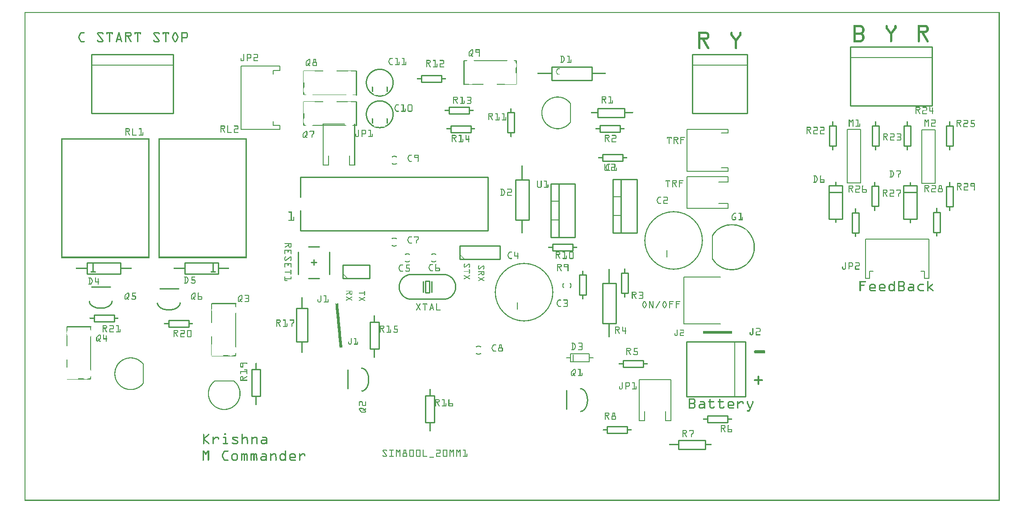
<source format=gto>
G04 MADE WITH FRITZING*
G04 WWW.FRITZING.ORG*
G04 DOUBLE SIDED*
G04 HOLES PLATED*
G04 CONTOUR ON CENTER OF CONTOUR VECTOR*
%ASAXBY*%
%FSLAX23Y23*%
%MOIN*%
%OFA0B0*%
%SFA1.0B1.0*%
%ADD10C,0.438000X0.422*%
%ADD11R,0.038714X0.096457X0.019029X0.076772*%
%ADD12C,0.009843*%
%ADD13C,0.008000*%
%ADD14C,0.010000*%
%ADD15C,0.005000*%
%ADD16C,0.009799*%
%ADD17C,0.007874*%
%ADD18R,0.001000X0.001000*%
%LNSILK1*%
G90*
G70*
G54D10*
X4848Y1947D03*
X3732Y1559D03*
G54D12*
X2995Y1642D02*
X3024Y1642D01*
X3024Y1555D01*
X2995Y1555D01*
X2995Y1642D01*
D02*
G54D13*
X5199Y1671D02*
X4924Y1671D01*
D02*
X4924Y1671D02*
X4924Y1321D01*
D02*
X4924Y1321D02*
X5199Y1321D01*
G54D14*
D02*
X2201Y1663D02*
X2122Y1663D01*
D02*
X2279Y1860D02*
X2279Y1693D01*
D02*
X2043Y1860D02*
X2043Y1693D01*
D02*
X2201Y1900D02*
X2122Y1900D01*
D02*
X2181Y1782D02*
X2142Y1782D01*
D02*
X2161Y1762D02*
X2161Y1801D01*
D02*
X6062Y2803D02*
X6062Y2653D01*
D02*
X6062Y2653D02*
X6012Y2653D01*
D02*
X6012Y2653D02*
X6012Y2803D01*
D02*
X6012Y2803D02*
X6062Y2803D01*
D02*
X6382Y2802D02*
X6382Y2652D01*
D02*
X6382Y2652D02*
X6332Y2652D01*
D02*
X6332Y2652D02*
X6332Y2802D01*
D02*
X6332Y2802D02*
X6382Y2802D01*
D02*
X6933Y2802D02*
X6933Y2652D01*
D02*
X6933Y2652D02*
X6883Y2652D01*
D02*
X6883Y2652D02*
X6883Y2802D01*
D02*
X6883Y2802D02*
X6933Y2802D01*
D02*
X6377Y2351D02*
X6377Y2201D01*
D02*
X6377Y2201D02*
X6327Y2201D01*
D02*
X6327Y2201D02*
X6327Y2351D01*
D02*
X6327Y2351D02*
X6377Y2351D01*
D02*
X6933Y2349D02*
X6933Y2199D01*
D02*
X6933Y2199D02*
X6883Y2199D01*
D02*
X6883Y2199D02*
X6883Y2349D01*
D02*
X6883Y2349D02*
X6933Y2349D01*
D02*
X6618Y2802D02*
X6618Y2652D01*
D02*
X6618Y2652D02*
X6568Y2652D01*
D02*
X6568Y2652D02*
X6568Y2802D01*
D02*
X6568Y2802D02*
X6618Y2802D01*
D02*
X6182Y2004D02*
X6182Y2154D01*
D02*
X6182Y2154D02*
X6232Y2154D01*
D02*
X6232Y2154D02*
X6232Y2004D01*
D02*
X6232Y2004D02*
X6182Y2004D01*
D02*
X6787Y2006D02*
X6787Y2156D01*
D02*
X6787Y2156D02*
X6837Y2156D01*
D02*
X6837Y2156D02*
X6837Y2006D01*
D02*
X6837Y2006D02*
X6787Y2006D01*
G54D15*
D02*
X6145Y2375D02*
X6245Y2375D01*
D02*
X6245Y2375D02*
X6245Y2775D01*
D02*
X6245Y2775D02*
X6145Y2775D01*
D02*
X6145Y2775D02*
X6145Y2375D01*
D02*
X6701Y2374D02*
X6801Y2374D01*
D02*
X6801Y2374D02*
X6801Y2774D01*
D02*
X6801Y2774D02*
X6701Y2774D01*
D02*
X6701Y2774D02*
X6701Y2374D01*
G54D14*
D02*
X6007Y2356D02*
X6007Y2306D01*
D02*
X6007Y2306D02*
X6007Y2106D01*
D02*
X6007Y2106D02*
X6057Y2106D01*
D02*
X6057Y2106D02*
X6107Y2106D01*
D02*
X6107Y2106D02*
X6107Y2306D01*
D02*
X6107Y2306D02*
X6107Y2356D01*
D02*
X6107Y2356D02*
X6057Y2356D01*
D02*
X6057Y2356D02*
X6007Y2356D01*
D02*
X6007Y2306D02*
X6107Y2306D01*
D02*
X6057Y2106D02*
X6057Y2081D01*
D02*
X6057Y2356D02*
X6057Y2381D01*
D02*
X6563Y2355D02*
X6563Y2305D01*
D02*
X6563Y2305D02*
X6563Y2105D01*
D02*
X6563Y2105D02*
X6613Y2105D01*
D02*
X6613Y2105D02*
X6663Y2105D01*
D02*
X6663Y2105D02*
X6663Y2305D01*
D02*
X6663Y2305D02*
X6663Y2355D01*
D02*
X6663Y2355D02*
X6613Y2355D01*
D02*
X6613Y2355D02*
X6563Y2355D01*
D02*
X6563Y2305D02*
X6663Y2305D01*
D02*
X6613Y2105D02*
X6613Y2080D01*
D02*
X6613Y2355D02*
X6613Y2380D01*
G54D13*
D02*
X4632Y669D02*
X4632Y598D01*
D02*
X4632Y598D02*
X4592Y598D01*
D02*
X4592Y598D02*
X4592Y906D01*
D02*
X4592Y906D02*
X4829Y906D01*
D02*
X4829Y906D02*
X4829Y598D01*
D02*
X4829Y598D02*
X4789Y598D01*
D02*
X4789Y598D02*
X4789Y669D01*
D02*
X2270Y2579D02*
X2270Y2508D01*
D02*
X2270Y2508D02*
X2230Y2508D01*
D02*
X2230Y2508D02*
X2230Y2815D01*
D02*
X2466Y2508D02*
X2427Y2508D01*
D02*
X2427Y2508D02*
X2427Y2579D01*
D02*
X5183Y2224D02*
X5254Y2224D01*
D02*
X5254Y2224D02*
X5254Y2185D01*
D02*
X5254Y2185D02*
X4947Y2185D01*
D02*
X4947Y2185D02*
X4947Y2421D01*
D02*
X4947Y2421D02*
X5254Y2421D01*
D02*
X5254Y2421D02*
X5254Y2382D01*
D02*
X5254Y2382D02*
X5183Y2382D01*
D02*
X5254Y2461D02*
X4947Y2461D01*
D02*
X4947Y2461D02*
X4947Y2776D01*
D02*
X4947Y2776D02*
X5254Y2776D01*
D02*
X5254Y2461D02*
X5254Y2488D01*
D02*
X5254Y2776D02*
X5254Y2748D01*
D02*
X5254Y2488D02*
X5203Y2488D01*
D02*
X5254Y2748D02*
X5203Y2748D01*
D02*
X6339Y1715D02*
X6312Y1715D01*
D02*
X6312Y1715D02*
X6312Y1664D01*
D02*
X6312Y1664D02*
X6280Y1664D01*
D02*
X6280Y1664D02*
X6280Y1955D01*
D02*
X6280Y1955D02*
X6753Y1955D01*
D02*
X6753Y1955D02*
X6753Y1664D01*
D02*
X6753Y1664D02*
X6721Y1664D01*
D02*
X6721Y1664D02*
X6721Y1715D01*
D02*
X6721Y1715D02*
X6694Y1715D01*
D02*
X1856Y2835D02*
X1856Y2807D01*
D02*
X1856Y2807D02*
X1907Y2807D01*
D02*
X1907Y2807D02*
X1907Y2776D01*
D02*
X1907Y2776D02*
X1616Y2776D01*
D02*
X1616Y2776D02*
X1616Y3248D01*
D02*
X1616Y3248D02*
X1907Y3248D01*
D02*
X1907Y3248D02*
X1907Y3217D01*
D02*
X1907Y3217D02*
X1856Y3217D01*
D02*
X1856Y3217D02*
X1856Y3189D01*
D02*
X4078Y1098D02*
X4218Y1098D01*
D02*
X4218Y1068D02*
X4218Y1038D01*
D02*
X4218Y1038D02*
X4078Y1038D01*
D02*
X4078Y1038D02*
X4078Y1068D01*
D02*
X4078Y1068D02*
X4078Y1098D01*
D02*
X4218Y1068D02*
X4248Y1068D01*
D02*
X4078Y1068D02*
X4048Y1068D01*
D02*
X4218Y1098D02*
X4218Y1068D01*
D02*
X4098Y1093D02*
X4098Y1043D01*
G54D14*
D02*
X3931Y1969D02*
X3931Y2369D01*
D02*
X3931Y2369D02*
X4111Y2369D01*
D02*
X4111Y2369D02*
X4111Y1969D01*
D02*
X4111Y1969D02*
X3931Y1969D01*
D02*
X3931Y1969D02*
X3931Y2369D01*
D02*
X3931Y2369D02*
X3991Y2369D01*
D02*
X3991Y2369D02*
X3991Y1969D01*
D02*
X3991Y1969D02*
X3931Y1969D01*
G54D15*
D02*
X3931Y2099D02*
X3991Y2099D01*
D02*
X3931Y2239D02*
X3991Y2239D01*
G54D14*
D02*
X4394Y2003D02*
X4394Y2403D01*
D02*
X4394Y2403D02*
X4574Y2403D01*
D02*
X4574Y2403D02*
X4574Y2003D01*
D02*
X4574Y2003D02*
X4394Y2003D01*
D02*
X4394Y2003D02*
X4394Y2403D01*
D02*
X4394Y2403D02*
X4454Y2403D01*
D02*
X4454Y2403D02*
X4454Y2003D01*
D02*
X4454Y2003D02*
X4394Y2003D01*
G54D15*
D02*
X4394Y2133D02*
X4454Y2133D01*
D02*
X4394Y2273D02*
X4454Y2273D01*
G54D14*
D02*
X2061Y2018D02*
X3461Y2018D01*
D02*
X3461Y2018D02*
X3461Y2418D01*
D02*
X3461Y2418D02*
X2061Y2418D01*
D02*
X2061Y2018D02*
X2061Y2168D01*
D02*
X2061Y2268D02*
X2061Y2418D01*
G54D16*
D02*
X3282Y3290D02*
X3282Y3112D01*
D02*
X2477Y3034D02*
X2477Y3211D01*
D02*
X2477Y2805D02*
X2477Y2982D01*
D02*
X1577Y1475D02*
X1400Y1475D01*
D02*
X494Y1302D02*
X317Y1302D01*
G54D14*
D02*
X1196Y1779D02*
X1446Y1779D01*
D02*
X1446Y1779D02*
X1446Y1697D01*
D02*
X1446Y1697D02*
X1196Y1697D01*
D02*
X1196Y1697D02*
X1196Y1779D01*
D02*
X467Y1779D02*
X717Y1779D01*
D02*
X717Y1779D02*
X717Y1697D01*
D02*
X717Y1697D02*
X467Y1697D01*
D02*
X467Y1697D02*
X467Y1779D01*
D02*
X1010Y1585D02*
X1150Y1585D01*
D02*
X502Y1598D02*
X642Y1598D01*
D02*
X2377Y1663D02*
X2577Y1663D01*
D02*
X2577Y1663D02*
X2577Y1763D01*
D02*
X2577Y1763D02*
X2377Y1763D01*
D02*
X2377Y1763D02*
X2377Y1663D01*
D02*
X3250Y1806D02*
X3550Y1806D01*
D02*
X3550Y1806D02*
X3550Y1906D01*
D02*
X3550Y1906D02*
X3250Y1906D01*
D02*
X3250Y1906D02*
X3250Y1806D01*
D02*
X4480Y2866D02*
X4280Y2866D01*
D02*
X4280Y2866D02*
X4280Y2932D01*
D02*
X4280Y2932D02*
X4480Y2932D01*
D02*
X4480Y2932D02*
X4480Y2866D01*
D02*
X1696Y782D02*
X1696Y982D01*
D02*
X1696Y982D02*
X1762Y982D01*
D02*
X1762Y982D02*
X1762Y782D01*
D02*
X1762Y782D02*
X1696Y782D01*
D02*
X2032Y1188D02*
X2032Y1438D01*
D02*
X2032Y1438D02*
X2114Y1438D01*
D02*
X2114Y1438D02*
X2114Y1188D01*
D02*
X2114Y1188D02*
X2032Y1188D01*
D02*
X4352Y556D02*
X4502Y556D01*
D02*
X4502Y556D02*
X4502Y506D01*
D02*
X4502Y506D02*
X4352Y506D01*
D02*
X4352Y506D02*
X4352Y556D01*
D02*
X4883Y452D02*
X5083Y452D01*
D02*
X5083Y452D02*
X5083Y386D01*
D02*
X5083Y386D02*
X4883Y386D01*
D02*
X4883Y386D02*
X4883Y452D01*
D02*
X4470Y1048D02*
X4620Y1048D01*
D02*
X4620Y1048D02*
X4620Y998D01*
D02*
X4620Y998D02*
X4470Y998D01*
D02*
X4470Y998D02*
X4470Y1048D01*
D02*
X5100Y635D02*
X5250Y635D01*
D02*
X5250Y635D02*
X5250Y585D01*
D02*
X5250Y585D02*
X5100Y585D01*
D02*
X5100Y585D02*
X5100Y635D01*
D02*
X4509Y1704D02*
X4509Y1554D01*
D02*
X4509Y1554D02*
X4459Y1554D01*
D02*
X4459Y1554D02*
X4459Y1704D01*
D02*
X4459Y1704D02*
X4509Y1704D01*
D02*
X4194Y1688D02*
X4194Y1538D01*
D02*
X4194Y1538D02*
X4144Y1538D01*
D02*
X4144Y1538D02*
X4144Y1688D01*
D02*
X4144Y1688D02*
X4194Y1688D01*
D02*
X3944Y1920D02*
X4094Y1920D01*
D02*
X4094Y1920D02*
X4094Y1870D01*
D02*
X4094Y1870D02*
X3944Y1870D01*
D02*
X3944Y1870D02*
X3944Y1920D01*
D02*
X3658Y2901D02*
X3658Y2751D01*
D02*
X3658Y2751D02*
X3608Y2751D01*
D02*
X3608Y2751D02*
X3608Y2901D01*
D02*
X3608Y2901D02*
X3658Y2901D01*
D02*
X3334Y2754D02*
X3184Y2754D01*
D02*
X3184Y2754D02*
X3184Y2804D01*
D02*
X3184Y2804D02*
X3334Y2804D01*
D02*
X3334Y2804D02*
X3334Y2754D01*
D02*
X3115Y3130D02*
X2965Y3130D01*
D02*
X2965Y3130D02*
X2965Y3180D01*
D02*
X2965Y3180D02*
X3115Y3180D01*
D02*
X3115Y3180D02*
X3115Y3130D01*
D02*
X3322Y2892D02*
X3172Y2892D01*
D02*
X3172Y2892D02*
X3172Y2942D01*
D02*
X3172Y2942D02*
X3322Y2942D01*
D02*
X3322Y2942D02*
X3322Y2892D01*
D02*
X1226Y1300D02*
X1076Y1300D01*
D02*
X1076Y1300D02*
X1076Y1350D01*
D02*
X1076Y1350D02*
X1226Y1350D01*
D02*
X1226Y1350D02*
X1226Y1300D01*
D02*
X670Y1339D02*
X520Y1339D01*
D02*
X520Y1339D02*
X520Y1389D01*
D02*
X520Y1389D02*
X670Y1389D01*
D02*
X670Y1389D02*
X670Y1339D01*
D02*
X4316Y1325D02*
X4316Y1625D01*
D02*
X4316Y1625D02*
X4416Y1625D01*
D02*
X4416Y1625D02*
X4416Y1325D01*
D02*
X4416Y1325D02*
X4316Y1325D01*
D02*
X3667Y2100D02*
X3667Y2400D01*
D02*
X3667Y2400D02*
X3767Y2400D01*
D02*
X3767Y2400D02*
X3767Y2100D01*
D02*
X3767Y2100D02*
X3667Y2100D01*
D02*
X4238Y3144D02*
X3938Y3144D01*
D02*
X3938Y3144D02*
X3938Y3244D01*
D02*
X3938Y3244D02*
X4238Y3244D01*
D02*
X4238Y3244D02*
X4238Y3144D01*
G54D13*
D02*
X4798Y1872D02*
X4798Y1822D01*
D02*
X3682Y1484D02*
X3682Y1434D01*
G54D14*
D02*
X4944Y1188D02*
X4944Y778D01*
D02*
X4944Y778D02*
X5384Y778D01*
D02*
X5384Y778D02*
X5384Y1188D01*
D02*
X5384Y1188D02*
X4944Y1188D01*
G54D15*
D02*
X5304Y778D02*
X5304Y1188D01*
G54D14*
D02*
X502Y2896D02*
X1112Y2896D01*
D02*
X1112Y2896D02*
X1112Y3336D01*
D02*
X1112Y3336D02*
X502Y3336D01*
D02*
X502Y3336D02*
X502Y2896D01*
G54D15*
D02*
X1112Y3256D02*
X502Y3256D01*
G54D14*
D02*
X6169Y2953D02*
X6779Y2953D01*
D02*
X6779Y2953D02*
X6779Y3393D01*
D02*
X6779Y3393D02*
X6169Y3393D01*
D02*
X6169Y3393D02*
X6169Y2953D01*
G54D15*
D02*
X6779Y3313D02*
X6169Y3313D01*
G54D14*
D02*
X4987Y2896D02*
X5397Y2896D01*
D02*
X5397Y2896D02*
X5397Y3336D01*
D02*
X5397Y3336D02*
X4987Y3336D01*
D02*
X4987Y3336D02*
X4987Y2896D01*
G54D15*
D02*
X5397Y3256D02*
X4987Y3256D01*
G54D14*
D02*
X4318Y2589D02*
X4468Y2589D01*
D02*
X4468Y2589D02*
X4468Y2539D01*
D02*
X4468Y2539D02*
X4318Y2539D01*
D02*
X4318Y2539D02*
X4318Y2589D01*
D02*
X4298Y2805D02*
X4448Y2805D01*
D02*
X4448Y2805D02*
X4448Y2755D01*
D02*
X4448Y2755D02*
X4298Y2755D01*
D02*
X4298Y2755D02*
X4298Y2805D01*
D02*
X4046Y685D02*
X4046Y825D01*
D02*
X2413Y838D02*
X2413Y978D01*
D02*
X2995Y586D02*
X2995Y786D01*
D02*
X2995Y786D02*
X3061Y786D01*
D02*
X3061Y786D02*
X3061Y586D01*
D02*
X3061Y586D02*
X2995Y586D01*
D02*
X2581Y1137D02*
X2581Y1337D01*
D02*
X2581Y1337D02*
X2647Y1337D01*
D02*
X2647Y1337D02*
X2647Y1137D01*
D02*
X2647Y1137D02*
X2581Y1137D01*
G54D17*
X1563Y896D02*
X1421Y896D01*
D02*
G54D12*
X3041Y1638D02*
X3041Y1560D01*
D02*
X2978Y1638D02*
X2978Y1560D01*
D02*
G54D18*
X0Y3652D02*
X7282Y3652D01*
X0Y3651D02*
X7282Y3651D01*
X0Y3650D02*
X7282Y3650D01*
X0Y3649D02*
X7282Y3649D01*
X0Y3648D02*
X7282Y3648D01*
X0Y3647D02*
X7282Y3647D01*
X0Y3646D02*
X7282Y3646D01*
X0Y3645D02*
X7282Y3645D01*
X0Y3644D02*
X7Y3644D01*
X7275Y3644D02*
X7282Y3644D01*
X0Y3643D02*
X7Y3643D01*
X7275Y3643D02*
X7282Y3643D01*
X0Y3642D02*
X7Y3642D01*
X7275Y3642D02*
X7282Y3642D01*
X0Y3641D02*
X7Y3641D01*
X7275Y3641D02*
X7282Y3641D01*
X0Y3640D02*
X7Y3640D01*
X7275Y3640D02*
X7282Y3640D01*
X0Y3639D02*
X7Y3639D01*
X7275Y3639D02*
X7282Y3639D01*
X0Y3638D02*
X7Y3638D01*
X7275Y3638D02*
X7282Y3638D01*
X0Y3637D02*
X7Y3637D01*
X7275Y3637D02*
X7282Y3637D01*
X0Y3636D02*
X7Y3636D01*
X7275Y3636D02*
X7282Y3636D01*
X0Y3635D02*
X7Y3635D01*
X7275Y3635D02*
X7282Y3635D01*
X0Y3634D02*
X7Y3634D01*
X7275Y3634D02*
X7282Y3634D01*
X0Y3633D02*
X7Y3633D01*
X7275Y3633D02*
X7282Y3633D01*
X0Y3632D02*
X7Y3632D01*
X7275Y3632D02*
X7282Y3632D01*
X0Y3631D02*
X7Y3631D01*
X7275Y3631D02*
X7282Y3631D01*
X0Y3630D02*
X7Y3630D01*
X7275Y3630D02*
X7282Y3630D01*
X0Y3629D02*
X7Y3629D01*
X7275Y3629D02*
X7282Y3629D01*
X0Y3628D02*
X7Y3628D01*
X7275Y3628D02*
X7282Y3628D01*
X0Y3627D02*
X7Y3627D01*
X7275Y3627D02*
X7282Y3627D01*
X0Y3626D02*
X7Y3626D01*
X7275Y3626D02*
X7282Y3626D01*
X0Y3625D02*
X7Y3625D01*
X7275Y3625D02*
X7282Y3625D01*
X0Y3624D02*
X7Y3624D01*
X7275Y3624D02*
X7282Y3624D01*
X0Y3623D02*
X7Y3623D01*
X7275Y3623D02*
X7282Y3623D01*
X0Y3622D02*
X7Y3622D01*
X7275Y3622D02*
X7282Y3622D01*
X0Y3621D02*
X7Y3621D01*
X7275Y3621D02*
X7282Y3621D01*
X0Y3620D02*
X7Y3620D01*
X7275Y3620D02*
X7282Y3620D01*
X0Y3619D02*
X7Y3619D01*
X7275Y3619D02*
X7282Y3619D01*
X0Y3618D02*
X7Y3618D01*
X7275Y3618D02*
X7282Y3618D01*
X0Y3617D02*
X7Y3617D01*
X7275Y3617D02*
X7282Y3617D01*
X0Y3616D02*
X7Y3616D01*
X7275Y3616D02*
X7282Y3616D01*
X0Y3615D02*
X7Y3615D01*
X7275Y3615D02*
X7282Y3615D01*
X0Y3614D02*
X7Y3614D01*
X7275Y3614D02*
X7282Y3614D01*
X0Y3613D02*
X7Y3613D01*
X7275Y3613D02*
X7282Y3613D01*
X0Y3612D02*
X7Y3612D01*
X7275Y3612D02*
X7282Y3612D01*
X0Y3611D02*
X7Y3611D01*
X7275Y3611D02*
X7282Y3611D01*
X0Y3610D02*
X7Y3610D01*
X7275Y3610D02*
X7282Y3610D01*
X0Y3609D02*
X7Y3609D01*
X7275Y3609D02*
X7282Y3609D01*
X0Y3608D02*
X7Y3608D01*
X7275Y3608D02*
X7282Y3608D01*
X0Y3607D02*
X7Y3607D01*
X7275Y3607D02*
X7282Y3607D01*
X0Y3606D02*
X7Y3606D01*
X7275Y3606D02*
X7282Y3606D01*
X0Y3605D02*
X7Y3605D01*
X7275Y3605D02*
X7282Y3605D01*
X0Y3604D02*
X7Y3604D01*
X7275Y3604D02*
X7282Y3604D01*
X0Y3603D02*
X7Y3603D01*
X7275Y3603D02*
X7282Y3603D01*
X0Y3602D02*
X7Y3602D01*
X7275Y3602D02*
X7282Y3602D01*
X0Y3601D02*
X7Y3601D01*
X7275Y3601D02*
X7282Y3601D01*
X0Y3600D02*
X7Y3600D01*
X7275Y3600D02*
X7282Y3600D01*
X0Y3599D02*
X7Y3599D01*
X7275Y3599D02*
X7282Y3599D01*
X0Y3598D02*
X7Y3598D01*
X7275Y3598D02*
X7282Y3598D01*
X0Y3597D02*
X7Y3597D01*
X7275Y3597D02*
X7282Y3597D01*
X0Y3596D02*
X7Y3596D01*
X7275Y3596D02*
X7282Y3596D01*
X0Y3595D02*
X7Y3595D01*
X7275Y3595D02*
X7282Y3595D01*
X0Y3594D02*
X7Y3594D01*
X7275Y3594D02*
X7282Y3594D01*
X0Y3593D02*
X7Y3593D01*
X7275Y3593D02*
X7282Y3593D01*
X0Y3592D02*
X7Y3592D01*
X7275Y3592D02*
X7282Y3592D01*
X0Y3591D02*
X7Y3591D01*
X7275Y3591D02*
X7282Y3591D01*
X0Y3590D02*
X7Y3590D01*
X7275Y3590D02*
X7282Y3590D01*
X0Y3589D02*
X7Y3589D01*
X7275Y3589D02*
X7282Y3589D01*
X0Y3588D02*
X7Y3588D01*
X7275Y3588D02*
X7282Y3588D01*
X0Y3587D02*
X7Y3587D01*
X7275Y3587D02*
X7282Y3587D01*
X0Y3586D02*
X7Y3586D01*
X7275Y3586D02*
X7282Y3586D01*
X0Y3585D02*
X7Y3585D01*
X7275Y3585D02*
X7282Y3585D01*
X0Y3584D02*
X7Y3584D01*
X7275Y3584D02*
X7282Y3584D01*
X0Y3583D02*
X7Y3583D01*
X7275Y3583D02*
X7282Y3583D01*
X0Y3582D02*
X7Y3582D01*
X7275Y3582D02*
X7282Y3582D01*
X0Y3581D02*
X7Y3581D01*
X7275Y3581D02*
X7282Y3581D01*
X0Y3580D02*
X7Y3580D01*
X7275Y3580D02*
X7282Y3580D01*
X0Y3579D02*
X7Y3579D01*
X7275Y3579D02*
X7282Y3579D01*
X0Y3578D02*
X7Y3578D01*
X7275Y3578D02*
X7282Y3578D01*
X0Y3577D02*
X7Y3577D01*
X7275Y3577D02*
X7282Y3577D01*
X0Y3576D02*
X7Y3576D01*
X7275Y3576D02*
X7282Y3576D01*
X0Y3575D02*
X7Y3575D01*
X7275Y3575D02*
X7282Y3575D01*
X0Y3574D02*
X7Y3574D01*
X7275Y3574D02*
X7282Y3574D01*
X0Y3573D02*
X7Y3573D01*
X7275Y3573D02*
X7282Y3573D01*
X0Y3572D02*
X7Y3572D01*
X7275Y3572D02*
X7282Y3572D01*
X0Y3571D02*
X7Y3571D01*
X7275Y3571D02*
X7282Y3571D01*
X0Y3570D02*
X7Y3570D01*
X7275Y3570D02*
X7282Y3570D01*
X0Y3569D02*
X7Y3569D01*
X7275Y3569D02*
X7282Y3569D01*
X0Y3568D02*
X7Y3568D01*
X7275Y3568D02*
X7282Y3568D01*
X0Y3567D02*
X7Y3567D01*
X7275Y3567D02*
X7282Y3567D01*
X0Y3566D02*
X7Y3566D01*
X7275Y3566D02*
X7282Y3566D01*
X0Y3565D02*
X7Y3565D01*
X7275Y3565D02*
X7282Y3565D01*
X0Y3564D02*
X7Y3564D01*
X7275Y3564D02*
X7282Y3564D01*
X0Y3563D02*
X7Y3563D01*
X7275Y3563D02*
X7282Y3563D01*
X0Y3562D02*
X7Y3562D01*
X7275Y3562D02*
X7282Y3562D01*
X0Y3561D02*
X7Y3561D01*
X7275Y3561D02*
X7282Y3561D01*
X0Y3560D02*
X7Y3560D01*
X7275Y3560D02*
X7282Y3560D01*
X0Y3559D02*
X7Y3559D01*
X7275Y3559D02*
X7282Y3559D01*
X0Y3558D02*
X7Y3558D01*
X7275Y3558D02*
X7282Y3558D01*
X0Y3557D02*
X7Y3557D01*
X7275Y3557D02*
X7282Y3557D01*
X0Y3556D02*
X7Y3556D01*
X6190Y3556D02*
X6243Y3556D01*
X6436Y3556D02*
X6440Y3556D01*
X6502Y3556D02*
X6506Y3556D01*
X6670Y3556D02*
X6731Y3556D01*
X7275Y3556D02*
X7282Y3556D01*
X0Y3555D02*
X7Y3555D01*
X6190Y3555D02*
X6248Y3555D01*
X6434Y3555D02*
X6442Y3555D01*
X6500Y3555D02*
X6508Y3555D01*
X6670Y3555D02*
X6735Y3555D01*
X7275Y3555D02*
X7282Y3555D01*
X0Y3554D02*
X7Y3554D01*
X6190Y3554D02*
X6251Y3554D01*
X6433Y3554D02*
X6443Y3554D01*
X6499Y3554D02*
X6509Y3554D01*
X6670Y3554D02*
X6737Y3554D01*
X7275Y3554D02*
X7282Y3554D01*
X0Y3553D02*
X7Y3553D01*
X6190Y3553D02*
X6253Y3553D01*
X6432Y3553D02*
X6444Y3553D01*
X6498Y3553D02*
X6510Y3553D01*
X6670Y3553D02*
X6739Y3553D01*
X7275Y3553D02*
X7282Y3553D01*
X0Y3552D02*
X7Y3552D01*
X6190Y3552D02*
X6255Y3552D01*
X6431Y3552D02*
X6445Y3552D01*
X6497Y3552D02*
X6511Y3552D01*
X6670Y3552D02*
X6741Y3552D01*
X7275Y3552D02*
X7282Y3552D01*
X0Y3551D02*
X7Y3551D01*
X6190Y3551D02*
X6256Y3551D01*
X6431Y3551D02*
X6445Y3551D01*
X6497Y3551D02*
X6511Y3551D01*
X6670Y3551D02*
X6742Y3551D01*
X7275Y3551D02*
X7282Y3551D01*
X0Y3550D02*
X7Y3550D01*
X6190Y3550D02*
X6258Y3550D01*
X6430Y3550D02*
X6446Y3550D01*
X6496Y3550D02*
X6512Y3550D01*
X6670Y3550D02*
X6743Y3550D01*
X7275Y3550D02*
X7282Y3550D01*
X0Y3549D02*
X7Y3549D01*
X6190Y3549D02*
X6259Y3549D01*
X6430Y3549D02*
X6446Y3549D01*
X6496Y3549D02*
X6512Y3549D01*
X6670Y3549D02*
X6744Y3549D01*
X7275Y3549D02*
X7282Y3549D01*
X0Y3548D02*
X7Y3548D01*
X6190Y3548D02*
X6260Y3548D01*
X6430Y3548D02*
X6446Y3548D01*
X6496Y3548D02*
X6512Y3548D01*
X6670Y3548D02*
X6745Y3548D01*
X7275Y3548D02*
X7282Y3548D01*
X0Y3547D02*
X7Y3547D01*
X6190Y3547D02*
X6261Y3547D01*
X6430Y3547D02*
X6446Y3547D01*
X6496Y3547D02*
X6512Y3547D01*
X6670Y3547D02*
X6746Y3547D01*
X7275Y3547D02*
X7282Y3547D01*
X0Y3546D02*
X7Y3546D01*
X6190Y3546D02*
X6262Y3546D01*
X6430Y3546D02*
X6446Y3546D01*
X6496Y3546D02*
X6512Y3546D01*
X6670Y3546D02*
X6747Y3546D01*
X7275Y3546D02*
X7282Y3546D01*
X0Y3545D02*
X7Y3545D01*
X6190Y3545D02*
X6263Y3545D01*
X6430Y3545D02*
X6446Y3545D01*
X6496Y3545D02*
X6512Y3545D01*
X6670Y3545D02*
X6748Y3545D01*
X7275Y3545D02*
X7282Y3545D01*
X0Y3544D02*
X7Y3544D01*
X6190Y3544D02*
X6264Y3544D01*
X6430Y3544D02*
X6446Y3544D01*
X6496Y3544D02*
X6512Y3544D01*
X6670Y3544D02*
X6748Y3544D01*
X7275Y3544D02*
X7282Y3544D01*
X0Y3543D02*
X7Y3543D01*
X6190Y3543D02*
X6265Y3543D01*
X6430Y3543D02*
X6446Y3543D01*
X6496Y3543D02*
X6512Y3543D01*
X6670Y3543D02*
X6749Y3543D01*
X7275Y3543D02*
X7282Y3543D01*
X0Y3542D02*
X7Y3542D01*
X6190Y3542D02*
X6266Y3542D01*
X6430Y3542D02*
X6446Y3542D01*
X6496Y3542D02*
X6512Y3542D01*
X6670Y3542D02*
X6749Y3542D01*
X7275Y3542D02*
X7282Y3542D01*
X0Y3541D02*
X7Y3541D01*
X6190Y3541D02*
X6267Y3541D01*
X6430Y3541D02*
X6446Y3541D01*
X6496Y3541D02*
X6512Y3541D01*
X6670Y3541D02*
X6750Y3541D01*
X7275Y3541D02*
X7282Y3541D01*
X0Y3540D02*
X7Y3540D01*
X6190Y3540D02*
X6267Y3540D01*
X6430Y3540D02*
X6446Y3540D01*
X6496Y3540D02*
X6512Y3540D01*
X6670Y3540D02*
X6750Y3540D01*
X7275Y3540D02*
X7282Y3540D01*
X0Y3539D02*
X7Y3539D01*
X6190Y3539D02*
X6206Y3539D01*
X6243Y3539D02*
X6268Y3539D01*
X6430Y3539D02*
X6446Y3539D01*
X6496Y3539D02*
X6512Y3539D01*
X6670Y3539D02*
X6686Y3539D01*
X6730Y3539D02*
X6751Y3539D01*
X7275Y3539D02*
X7282Y3539D01*
X0Y3538D02*
X7Y3538D01*
X6190Y3538D02*
X6206Y3538D01*
X6246Y3538D02*
X6268Y3538D01*
X6430Y3538D02*
X6446Y3538D01*
X6496Y3538D02*
X6512Y3538D01*
X6670Y3538D02*
X6686Y3538D01*
X6732Y3538D02*
X6751Y3538D01*
X7275Y3538D02*
X7282Y3538D01*
X0Y3537D02*
X7Y3537D01*
X6190Y3537D02*
X6206Y3537D01*
X6248Y3537D02*
X6269Y3537D01*
X6430Y3537D02*
X6446Y3537D01*
X6496Y3537D02*
X6512Y3537D01*
X6670Y3537D02*
X6686Y3537D01*
X6734Y3537D02*
X6751Y3537D01*
X7275Y3537D02*
X7282Y3537D01*
X0Y3536D02*
X7Y3536D01*
X6190Y3536D02*
X6206Y3536D01*
X6249Y3536D02*
X6269Y3536D01*
X6430Y3536D02*
X6446Y3536D01*
X6496Y3536D02*
X6512Y3536D01*
X6670Y3536D02*
X6686Y3536D01*
X6735Y3536D02*
X6752Y3536D01*
X7275Y3536D02*
X7282Y3536D01*
X0Y3535D02*
X7Y3535D01*
X6190Y3535D02*
X6206Y3535D01*
X6251Y3535D02*
X6270Y3535D01*
X6430Y3535D02*
X6447Y3535D01*
X6495Y3535D02*
X6512Y3535D01*
X6670Y3535D02*
X6686Y3535D01*
X6735Y3535D02*
X6752Y3535D01*
X7275Y3535D02*
X7282Y3535D01*
X0Y3534D02*
X7Y3534D01*
X6190Y3534D02*
X6206Y3534D01*
X6252Y3534D02*
X6270Y3534D01*
X6430Y3534D02*
X6448Y3534D01*
X6494Y3534D02*
X6512Y3534D01*
X6670Y3534D02*
X6686Y3534D01*
X6736Y3534D02*
X6752Y3534D01*
X7275Y3534D02*
X7282Y3534D01*
X0Y3533D02*
X7Y3533D01*
X6190Y3533D02*
X6206Y3533D01*
X6252Y3533D02*
X6270Y3533D01*
X6430Y3533D02*
X6449Y3533D01*
X6493Y3533D02*
X6512Y3533D01*
X6670Y3533D02*
X6686Y3533D01*
X6736Y3533D02*
X6752Y3533D01*
X7275Y3533D02*
X7282Y3533D01*
X0Y3532D02*
X7Y3532D01*
X6190Y3532D02*
X6206Y3532D01*
X6253Y3532D02*
X6271Y3532D01*
X6430Y3532D02*
X6450Y3532D01*
X6492Y3532D02*
X6512Y3532D01*
X6670Y3532D02*
X6686Y3532D01*
X6736Y3532D02*
X6752Y3532D01*
X7275Y3532D02*
X7282Y3532D01*
X0Y3531D02*
X7Y3531D01*
X6190Y3531D02*
X6206Y3531D01*
X6254Y3531D02*
X6271Y3531D01*
X6430Y3531D02*
X6450Y3531D01*
X6492Y3531D02*
X6512Y3531D01*
X6670Y3531D02*
X6686Y3531D01*
X6736Y3531D02*
X6752Y3531D01*
X7275Y3531D02*
X7282Y3531D01*
X0Y3530D02*
X7Y3530D01*
X6190Y3530D02*
X6206Y3530D01*
X6254Y3530D02*
X6271Y3530D01*
X6431Y3530D02*
X6451Y3530D01*
X6491Y3530D02*
X6511Y3530D01*
X6670Y3530D02*
X6686Y3530D01*
X6736Y3530D02*
X6752Y3530D01*
X7275Y3530D02*
X7282Y3530D01*
X0Y3529D02*
X7Y3529D01*
X6190Y3529D02*
X6206Y3529D01*
X6255Y3529D02*
X6272Y3529D01*
X6432Y3529D02*
X6452Y3529D01*
X6490Y3529D02*
X6511Y3529D01*
X6670Y3529D02*
X6686Y3529D01*
X6736Y3529D02*
X6752Y3529D01*
X7275Y3529D02*
X7282Y3529D01*
X0Y3528D02*
X7Y3528D01*
X6190Y3528D02*
X6206Y3528D01*
X6255Y3528D02*
X6272Y3528D01*
X6432Y3528D02*
X6453Y3528D01*
X6489Y3528D02*
X6510Y3528D01*
X6670Y3528D02*
X6686Y3528D01*
X6736Y3528D02*
X6752Y3528D01*
X7275Y3528D02*
X7282Y3528D01*
X0Y3527D02*
X7Y3527D01*
X6190Y3527D02*
X6206Y3527D01*
X6256Y3527D02*
X6272Y3527D01*
X6433Y3527D02*
X6453Y3527D01*
X6489Y3527D02*
X6509Y3527D01*
X6670Y3527D02*
X6686Y3527D01*
X6736Y3527D02*
X6752Y3527D01*
X7275Y3527D02*
X7282Y3527D01*
X0Y3526D02*
X7Y3526D01*
X6190Y3526D02*
X6206Y3526D01*
X6256Y3526D02*
X6272Y3526D01*
X6434Y3526D02*
X6454Y3526D01*
X6488Y3526D02*
X6508Y3526D01*
X6670Y3526D02*
X6686Y3526D01*
X6736Y3526D02*
X6752Y3526D01*
X7275Y3526D02*
X7282Y3526D01*
X0Y3525D02*
X7Y3525D01*
X6190Y3525D02*
X6206Y3525D01*
X6256Y3525D02*
X6272Y3525D01*
X6435Y3525D02*
X6455Y3525D01*
X6487Y3525D02*
X6508Y3525D01*
X6670Y3525D02*
X6686Y3525D01*
X6736Y3525D02*
X6752Y3525D01*
X7275Y3525D02*
X7282Y3525D01*
X0Y3524D02*
X7Y3524D01*
X6190Y3524D02*
X6206Y3524D01*
X6256Y3524D02*
X6272Y3524D01*
X6435Y3524D02*
X6456Y3524D01*
X6486Y3524D02*
X6507Y3524D01*
X6670Y3524D02*
X6686Y3524D01*
X6736Y3524D02*
X6752Y3524D01*
X7275Y3524D02*
X7282Y3524D01*
X0Y3523D02*
X7Y3523D01*
X6190Y3523D02*
X6206Y3523D01*
X6256Y3523D02*
X6272Y3523D01*
X6436Y3523D02*
X6457Y3523D01*
X6485Y3523D02*
X6506Y3523D01*
X6670Y3523D02*
X6686Y3523D01*
X6736Y3523D02*
X6752Y3523D01*
X7275Y3523D02*
X7282Y3523D01*
X0Y3522D02*
X7Y3522D01*
X6190Y3522D02*
X6206Y3522D01*
X6256Y3522D02*
X6272Y3522D01*
X6437Y3522D02*
X6457Y3522D01*
X6485Y3522D02*
X6505Y3522D01*
X6670Y3522D02*
X6686Y3522D01*
X6736Y3522D02*
X6752Y3522D01*
X7275Y3522D02*
X7282Y3522D01*
X0Y3521D02*
X7Y3521D01*
X6190Y3521D02*
X6206Y3521D01*
X6256Y3521D02*
X6272Y3521D01*
X6438Y3521D02*
X6458Y3521D01*
X6484Y3521D02*
X6504Y3521D01*
X6670Y3521D02*
X6686Y3521D01*
X6736Y3521D02*
X6752Y3521D01*
X7275Y3521D02*
X7282Y3521D01*
X0Y3520D02*
X7Y3520D01*
X6190Y3520D02*
X6206Y3520D01*
X6256Y3520D02*
X6272Y3520D01*
X6439Y3520D02*
X6459Y3520D01*
X6483Y3520D02*
X6504Y3520D01*
X6670Y3520D02*
X6686Y3520D01*
X6736Y3520D02*
X6752Y3520D01*
X7275Y3520D02*
X7282Y3520D01*
X0Y3519D02*
X7Y3519D01*
X6190Y3519D02*
X6206Y3519D01*
X6256Y3519D02*
X6272Y3519D01*
X6439Y3519D02*
X6460Y3519D01*
X6482Y3519D02*
X6503Y3519D01*
X6670Y3519D02*
X6686Y3519D01*
X6735Y3519D02*
X6752Y3519D01*
X7275Y3519D02*
X7282Y3519D01*
X0Y3518D02*
X7Y3518D01*
X6190Y3518D02*
X6206Y3518D01*
X6256Y3518D02*
X6272Y3518D01*
X6440Y3518D02*
X6460Y3518D01*
X6482Y3518D02*
X6502Y3518D01*
X6670Y3518D02*
X6686Y3518D01*
X6735Y3518D02*
X6752Y3518D01*
X7275Y3518D02*
X7282Y3518D01*
X0Y3517D02*
X7Y3517D01*
X6190Y3517D02*
X6206Y3517D01*
X6256Y3517D02*
X6272Y3517D01*
X6441Y3517D02*
X6461Y3517D01*
X6481Y3517D02*
X6501Y3517D01*
X6670Y3517D02*
X6686Y3517D01*
X6734Y3517D02*
X6752Y3517D01*
X7275Y3517D02*
X7282Y3517D01*
X0Y3516D02*
X7Y3516D01*
X6190Y3516D02*
X6206Y3516D01*
X6256Y3516D02*
X6272Y3516D01*
X6442Y3516D02*
X6462Y3516D01*
X6480Y3516D02*
X6500Y3516D01*
X6670Y3516D02*
X6686Y3516D01*
X6733Y3516D02*
X6751Y3516D01*
X7275Y3516D02*
X7282Y3516D01*
X0Y3515D02*
X7Y3515D01*
X6190Y3515D02*
X6206Y3515D01*
X6256Y3515D02*
X6272Y3515D01*
X6442Y3515D02*
X6463Y3515D01*
X6479Y3515D02*
X6500Y3515D01*
X6670Y3515D02*
X6686Y3515D01*
X6732Y3515D02*
X6751Y3515D01*
X7275Y3515D02*
X7282Y3515D01*
X0Y3514D02*
X7Y3514D01*
X6190Y3514D02*
X6206Y3514D01*
X6256Y3514D02*
X6272Y3514D01*
X6443Y3514D02*
X6464Y3514D01*
X6479Y3514D02*
X6499Y3514D01*
X6670Y3514D02*
X6686Y3514D01*
X6729Y3514D02*
X6751Y3514D01*
X7275Y3514D02*
X7282Y3514D01*
X0Y3513D02*
X7Y3513D01*
X6190Y3513D02*
X6206Y3513D01*
X6256Y3513D02*
X6272Y3513D01*
X6444Y3513D02*
X6464Y3513D01*
X6478Y3513D02*
X6498Y3513D01*
X6670Y3513D02*
X6750Y3513D01*
X7275Y3513D02*
X7282Y3513D01*
X0Y3512D02*
X7Y3512D01*
X6190Y3512D02*
X6206Y3512D01*
X6256Y3512D02*
X6272Y3512D01*
X6445Y3512D02*
X6465Y3512D01*
X6477Y3512D02*
X6497Y3512D01*
X6670Y3512D02*
X6750Y3512D01*
X7275Y3512D02*
X7282Y3512D01*
X0Y3511D02*
X7Y3511D01*
X6190Y3511D02*
X6206Y3511D01*
X6255Y3511D02*
X6272Y3511D01*
X6446Y3511D02*
X6466Y3511D01*
X6476Y3511D02*
X6497Y3511D01*
X6670Y3511D02*
X6749Y3511D01*
X7275Y3511D02*
X7282Y3511D01*
X0Y3510D02*
X7Y3510D01*
X6190Y3510D02*
X6206Y3510D01*
X6255Y3510D02*
X6271Y3510D01*
X6446Y3510D02*
X6467Y3510D01*
X6475Y3510D02*
X6496Y3510D01*
X6670Y3510D02*
X6749Y3510D01*
X7275Y3510D02*
X7282Y3510D01*
X0Y3509D02*
X7Y3509D01*
X6190Y3509D02*
X6206Y3509D01*
X6254Y3509D02*
X6271Y3509D01*
X6447Y3509D02*
X6467Y3509D01*
X6475Y3509D02*
X6495Y3509D01*
X6670Y3509D02*
X6748Y3509D01*
X7275Y3509D02*
X7282Y3509D01*
X0Y3508D02*
X7Y3508D01*
X6190Y3508D02*
X6206Y3508D01*
X6254Y3508D02*
X6271Y3508D01*
X6448Y3508D02*
X6468Y3508D01*
X6474Y3508D02*
X6494Y3508D01*
X6670Y3508D02*
X6747Y3508D01*
X7275Y3508D02*
X7282Y3508D01*
X0Y3507D02*
X7Y3507D01*
X6190Y3507D02*
X6206Y3507D01*
X6253Y3507D02*
X6271Y3507D01*
X6449Y3507D02*
X6469Y3507D01*
X6473Y3507D02*
X6493Y3507D01*
X6670Y3507D02*
X6747Y3507D01*
X7275Y3507D02*
X7282Y3507D01*
X0Y3506D02*
X7Y3506D01*
X6190Y3506D02*
X6206Y3506D01*
X6252Y3506D02*
X6270Y3506D01*
X6449Y3506D02*
X6470Y3506D01*
X6472Y3506D02*
X6493Y3506D01*
X6670Y3506D02*
X6746Y3506D01*
X7275Y3506D02*
X7282Y3506D01*
X0Y3505D02*
X7Y3505D01*
X6190Y3505D02*
X6206Y3505D01*
X6251Y3505D02*
X6270Y3505D01*
X6450Y3505D02*
X6492Y3505D01*
X6670Y3505D02*
X6745Y3505D01*
X7275Y3505D02*
X7282Y3505D01*
X0Y3504D02*
X7Y3504D01*
X5032Y3504D02*
X5095Y3504D01*
X5277Y3504D02*
X5283Y3504D01*
X5343Y3504D02*
X5349Y3504D01*
X6190Y3504D02*
X6206Y3504D01*
X6250Y3504D02*
X6270Y3504D01*
X6451Y3504D02*
X6491Y3504D01*
X6670Y3504D02*
X6744Y3504D01*
X7275Y3504D02*
X7282Y3504D01*
X0Y3503D02*
X7Y3503D01*
X5032Y3503D02*
X5098Y3503D01*
X5275Y3503D02*
X5285Y3503D01*
X5341Y3503D02*
X5351Y3503D01*
X6190Y3503D02*
X6206Y3503D01*
X6249Y3503D02*
X6269Y3503D01*
X6452Y3503D02*
X6490Y3503D01*
X6670Y3503D02*
X6743Y3503D01*
X7275Y3503D02*
X7282Y3503D01*
X0Y3502D02*
X7Y3502D01*
X422Y3502D02*
X447Y3502D01*
X549Y3502D02*
X581Y3502D01*
X612Y3502D02*
X659Y3502D01*
X703Y3502D02*
X708Y3502D01*
X752Y3502D02*
X790Y3502D01*
X822Y3502D02*
X869Y3502D01*
X969Y3502D02*
X1001Y3502D01*
X1032Y3502D02*
X1079Y3502D01*
X1121Y3502D02*
X1130Y3502D01*
X1172Y3502D02*
X1210Y3502D01*
X5032Y3502D02*
X5100Y3502D01*
X5274Y3502D02*
X5286Y3502D01*
X5340Y3502D02*
X5352Y3502D01*
X6190Y3502D02*
X6206Y3502D01*
X6247Y3502D02*
X6269Y3502D01*
X6453Y3502D02*
X6489Y3502D01*
X6670Y3502D02*
X6741Y3502D01*
X7275Y3502D02*
X7282Y3502D01*
X0Y3501D02*
X7Y3501D01*
X420Y3501D02*
X448Y3501D01*
X547Y3501D02*
X583Y3501D01*
X612Y3501D02*
X659Y3501D01*
X702Y3501D02*
X709Y3501D01*
X752Y3501D02*
X792Y3501D01*
X822Y3501D02*
X869Y3501D01*
X967Y3501D02*
X1003Y3501D01*
X1032Y3501D02*
X1079Y3501D01*
X1120Y3501D02*
X1132Y3501D01*
X1172Y3501D02*
X1212Y3501D01*
X5032Y3501D02*
X5102Y3501D01*
X5273Y3501D02*
X5287Y3501D01*
X5339Y3501D02*
X5353Y3501D01*
X6190Y3501D02*
X6206Y3501D01*
X6246Y3501D02*
X6268Y3501D01*
X6453Y3501D02*
X6489Y3501D01*
X6670Y3501D02*
X6740Y3501D01*
X7275Y3501D02*
X7282Y3501D01*
X0Y3500D02*
X7Y3500D01*
X419Y3500D02*
X449Y3500D01*
X546Y3500D02*
X584Y3500D01*
X612Y3500D02*
X659Y3500D01*
X702Y3500D02*
X710Y3500D01*
X752Y3500D02*
X793Y3500D01*
X822Y3500D02*
X869Y3500D01*
X966Y3500D02*
X1004Y3500D01*
X1032Y3500D02*
X1079Y3500D01*
X1118Y3500D02*
X1133Y3500D01*
X1172Y3500D02*
X1213Y3500D01*
X5032Y3500D02*
X5103Y3500D01*
X5273Y3500D02*
X5287Y3500D01*
X5339Y3500D02*
X5353Y3500D01*
X6190Y3500D02*
X6206Y3500D01*
X6241Y3500D02*
X6268Y3500D01*
X6454Y3500D02*
X6488Y3500D01*
X6670Y3500D02*
X6738Y3500D01*
X7275Y3500D02*
X7282Y3500D01*
X0Y3499D02*
X7Y3499D01*
X417Y3499D02*
X449Y3499D01*
X545Y3499D02*
X585Y3499D01*
X612Y3499D02*
X659Y3499D01*
X701Y3499D02*
X710Y3499D01*
X752Y3499D02*
X795Y3499D01*
X822Y3499D02*
X869Y3499D01*
X965Y3499D02*
X1005Y3499D01*
X1032Y3499D02*
X1079Y3499D01*
X1117Y3499D02*
X1134Y3499D01*
X1172Y3499D02*
X1215Y3499D01*
X5032Y3499D02*
X5105Y3499D01*
X5272Y3499D02*
X5287Y3499D01*
X5338Y3499D02*
X5354Y3499D01*
X6190Y3499D02*
X6267Y3499D01*
X6455Y3499D02*
X6487Y3499D01*
X6670Y3499D02*
X6736Y3499D01*
X7275Y3499D02*
X7282Y3499D01*
X0Y3498D02*
X7Y3498D01*
X416Y3498D02*
X449Y3498D01*
X544Y3498D02*
X586Y3498D01*
X612Y3498D02*
X659Y3498D01*
X701Y3498D02*
X710Y3498D01*
X752Y3498D02*
X796Y3498D01*
X822Y3498D02*
X869Y3498D01*
X964Y3498D02*
X1006Y3498D01*
X1032Y3498D02*
X1079Y3498D01*
X1116Y3498D02*
X1135Y3498D01*
X1172Y3498D02*
X1216Y3498D01*
X5032Y3498D02*
X5106Y3498D01*
X5272Y3498D02*
X5288Y3498D01*
X5338Y3498D02*
X5354Y3498D01*
X6190Y3498D02*
X6266Y3498D01*
X6456Y3498D02*
X6486Y3498D01*
X6670Y3498D02*
X6734Y3498D01*
X7275Y3498D02*
X7282Y3498D01*
X0Y3497D02*
X7Y3497D01*
X415Y3497D02*
X449Y3497D01*
X543Y3497D02*
X587Y3497D01*
X612Y3497D02*
X659Y3497D01*
X701Y3497D02*
X711Y3497D01*
X752Y3497D02*
X796Y3497D01*
X822Y3497D02*
X869Y3497D01*
X963Y3497D02*
X1007Y3497D01*
X1032Y3497D02*
X1079Y3497D01*
X1116Y3497D02*
X1136Y3497D01*
X1172Y3497D02*
X1216Y3497D01*
X5032Y3497D02*
X5107Y3497D01*
X5272Y3497D02*
X5288Y3497D01*
X5338Y3497D02*
X5354Y3497D01*
X6190Y3497D02*
X6266Y3497D01*
X6456Y3497D02*
X6486Y3497D01*
X6670Y3497D02*
X6727Y3497D01*
X7275Y3497D02*
X7282Y3497D01*
X0Y3496D02*
X7Y3496D01*
X415Y3496D02*
X449Y3496D01*
X543Y3496D02*
X588Y3496D01*
X612Y3496D02*
X659Y3496D01*
X700Y3496D02*
X711Y3496D01*
X752Y3496D02*
X797Y3496D01*
X822Y3496D02*
X869Y3496D01*
X963Y3496D02*
X1008Y3496D01*
X1032Y3496D02*
X1079Y3496D01*
X1115Y3496D02*
X1137Y3496D01*
X1172Y3496D02*
X1217Y3496D01*
X5032Y3496D02*
X5108Y3496D01*
X5272Y3496D02*
X5288Y3496D01*
X5338Y3496D02*
X5354Y3496D01*
X6190Y3496D02*
X6265Y3496D01*
X6457Y3496D02*
X6485Y3496D01*
X6670Y3496D02*
X6686Y3496D01*
X6699Y3496D02*
X6718Y3496D01*
X7275Y3496D02*
X7282Y3496D01*
X0Y3495D02*
X7Y3495D01*
X414Y3495D02*
X448Y3495D01*
X542Y3495D02*
X588Y3495D01*
X612Y3495D02*
X659Y3495D01*
X700Y3495D02*
X711Y3495D01*
X752Y3495D02*
X798Y3495D01*
X822Y3495D02*
X869Y3495D01*
X962Y3495D02*
X1008Y3495D01*
X1032Y3495D02*
X1079Y3495D01*
X1114Y3495D02*
X1137Y3495D01*
X1172Y3495D02*
X1218Y3495D01*
X5032Y3495D02*
X5109Y3495D01*
X5272Y3495D02*
X5288Y3495D01*
X5338Y3495D02*
X5354Y3495D01*
X6190Y3495D02*
X6264Y3495D01*
X6458Y3495D02*
X6484Y3495D01*
X6670Y3495D02*
X6686Y3495D01*
X6700Y3495D02*
X6718Y3495D01*
X7275Y3495D02*
X7282Y3495D01*
X0Y3494D02*
X7Y3494D01*
X414Y3494D02*
X447Y3494D01*
X542Y3494D02*
X589Y3494D01*
X612Y3494D02*
X659Y3494D01*
X700Y3494D02*
X711Y3494D01*
X752Y3494D02*
X798Y3494D01*
X822Y3494D02*
X869Y3494D01*
X962Y3494D02*
X1009Y3494D01*
X1032Y3494D02*
X1079Y3494D01*
X1114Y3494D02*
X1138Y3494D01*
X1172Y3494D02*
X1218Y3494D01*
X5032Y3494D02*
X5109Y3494D01*
X5272Y3494D02*
X5288Y3494D01*
X5338Y3494D02*
X5354Y3494D01*
X6190Y3494D02*
X6263Y3494D01*
X6459Y3494D02*
X6483Y3494D01*
X6670Y3494D02*
X6686Y3494D01*
X6700Y3494D02*
X6719Y3494D01*
X7275Y3494D02*
X7282Y3494D01*
X0Y3493D02*
X7Y3493D01*
X413Y3493D02*
X426Y3493D01*
X542Y3493D02*
X552Y3493D01*
X578Y3493D02*
X589Y3493D01*
X612Y3493D02*
X621Y3493D01*
X631Y3493D02*
X640Y3493D01*
X650Y3493D02*
X659Y3493D01*
X700Y3493D02*
X712Y3493D01*
X752Y3493D02*
X761Y3493D01*
X786Y3493D02*
X799Y3493D01*
X822Y3493D02*
X831Y3493D01*
X841Y3493D02*
X850Y3493D01*
X860Y3493D02*
X869Y3493D01*
X962Y3493D02*
X972Y3493D01*
X998Y3493D02*
X1009Y3493D01*
X1032Y3493D02*
X1041Y3493D01*
X1051Y3493D02*
X1060Y3493D01*
X1070Y3493D02*
X1079Y3493D01*
X1113Y3493D02*
X1125Y3493D01*
X1127Y3493D02*
X1138Y3493D01*
X1172Y3493D02*
X1181Y3493D01*
X1206Y3493D02*
X1219Y3493D01*
X5032Y3493D02*
X5110Y3493D01*
X5272Y3493D02*
X5288Y3493D01*
X5338Y3493D02*
X5354Y3493D01*
X6190Y3493D02*
X6262Y3493D01*
X6460Y3493D02*
X6482Y3493D01*
X6670Y3493D02*
X6686Y3493D01*
X6701Y3493D02*
X6719Y3493D01*
X7275Y3493D02*
X7282Y3493D01*
X0Y3492D02*
X7Y3492D01*
X413Y3492D02*
X423Y3492D01*
X542Y3492D02*
X551Y3492D01*
X580Y3492D02*
X589Y3492D01*
X612Y3492D02*
X621Y3492D01*
X631Y3492D02*
X640Y3492D01*
X651Y3492D02*
X659Y3492D01*
X699Y3492D02*
X712Y3492D01*
X752Y3492D02*
X761Y3492D01*
X789Y3492D02*
X799Y3492D01*
X822Y3492D02*
X831Y3492D01*
X841Y3492D02*
X850Y3492D01*
X861Y3492D02*
X869Y3492D01*
X962Y3492D02*
X971Y3492D01*
X1000Y3492D02*
X1009Y3492D01*
X1032Y3492D02*
X1041Y3492D01*
X1051Y3492D02*
X1060Y3492D01*
X1071Y3492D02*
X1079Y3492D01*
X1113Y3492D02*
X1123Y3492D01*
X1128Y3492D02*
X1139Y3492D01*
X1172Y3492D02*
X1181Y3492D01*
X1209Y3492D02*
X1219Y3492D01*
X5032Y3492D02*
X5111Y3492D01*
X5272Y3492D02*
X5288Y3492D01*
X5338Y3492D02*
X5354Y3492D01*
X6190Y3492D02*
X6261Y3492D01*
X6460Y3492D02*
X6482Y3492D01*
X6670Y3492D02*
X6686Y3492D01*
X6701Y3492D02*
X6720Y3492D01*
X7275Y3492D02*
X7282Y3492D01*
X0Y3491D02*
X7Y3491D01*
X412Y3491D02*
X423Y3491D01*
X542Y3491D02*
X551Y3491D01*
X580Y3491D02*
X589Y3491D01*
X612Y3491D02*
X621Y3491D01*
X631Y3491D02*
X640Y3491D01*
X651Y3491D02*
X659Y3491D01*
X699Y3491D02*
X712Y3491D01*
X752Y3491D02*
X761Y3491D01*
X790Y3491D02*
X799Y3491D01*
X822Y3491D02*
X831Y3491D01*
X841Y3491D02*
X850Y3491D01*
X861Y3491D02*
X869Y3491D01*
X962Y3491D02*
X971Y3491D01*
X1000Y3491D02*
X1009Y3491D01*
X1032Y3491D02*
X1041Y3491D01*
X1051Y3491D02*
X1060Y3491D01*
X1071Y3491D02*
X1079Y3491D01*
X1112Y3491D02*
X1122Y3491D01*
X1129Y3491D02*
X1139Y3491D01*
X1172Y3491D02*
X1181Y3491D01*
X1210Y3491D02*
X1219Y3491D01*
X5032Y3491D02*
X5111Y3491D01*
X5272Y3491D02*
X5288Y3491D01*
X5338Y3491D02*
X5354Y3491D01*
X6190Y3491D02*
X6261Y3491D01*
X6461Y3491D02*
X6481Y3491D01*
X6670Y3491D02*
X6686Y3491D01*
X6702Y3491D02*
X6721Y3491D01*
X7275Y3491D02*
X7282Y3491D01*
X0Y3490D02*
X7Y3490D01*
X412Y3490D02*
X422Y3490D01*
X542Y3490D02*
X552Y3490D01*
X581Y3490D02*
X589Y3490D01*
X612Y3490D02*
X621Y3490D01*
X631Y3490D02*
X640Y3490D01*
X651Y3490D02*
X659Y3490D01*
X699Y3490D02*
X713Y3490D01*
X752Y3490D02*
X761Y3490D01*
X790Y3490D02*
X799Y3490D01*
X822Y3490D02*
X831Y3490D01*
X841Y3490D02*
X850Y3490D01*
X861Y3490D02*
X869Y3490D01*
X962Y3490D02*
X972Y3490D01*
X1001Y3490D02*
X1009Y3490D01*
X1032Y3490D02*
X1041Y3490D01*
X1051Y3490D02*
X1060Y3490D01*
X1071Y3490D02*
X1079Y3490D01*
X1112Y3490D02*
X1122Y3490D01*
X1129Y3490D02*
X1140Y3490D01*
X1172Y3490D02*
X1181Y3490D01*
X1210Y3490D02*
X1219Y3490D01*
X5032Y3490D02*
X5112Y3490D01*
X5272Y3490D02*
X5288Y3490D01*
X5338Y3490D02*
X5354Y3490D01*
X6190Y3490D02*
X6262Y3490D01*
X6462Y3490D02*
X6480Y3490D01*
X6670Y3490D02*
X6686Y3490D01*
X6702Y3490D02*
X6721Y3490D01*
X7275Y3490D02*
X7282Y3490D01*
X0Y3489D02*
X7Y3489D01*
X411Y3489D02*
X421Y3489D01*
X542Y3489D02*
X553Y3489D01*
X581Y3489D02*
X589Y3489D01*
X612Y3489D02*
X621Y3489D01*
X631Y3489D02*
X640Y3489D01*
X651Y3489D02*
X659Y3489D01*
X698Y3489D02*
X713Y3489D01*
X752Y3489D02*
X761Y3489D01*
X790Y3489D02*
X799Y3489D01*
X822Y3489D02*
X831Y3489D01*
X841Y3489D02*
X850Y3489D01*
X861Y3489D02*
X869Y3489D01*
X962Y3489D02*
X973Y3489D01*
X1001Y3489D02*
X1009Y3489D01*
X1032Y3489D02*
X1041Y3489D01*
X1051Y3489D02*
X1060Y3489D01*
X1071Y3489D02*
X1079Y3489D01*
X1111Y3489D02*
X1121Y3489D01*
X1130Y3489D02*
X1140Y3489D01*
X1172Y3489D02*
X1181Y3489D01*
X1210Y3489D02*
X1219Y3489D01*
X5032Y3489D02*
X5112Y3489D01*
X5272Y3489D02*
X5288Y3489D01*
X5338Y3489D02*
X5354Y3489D01*
X6190Y3489D02*
X6263Y3489D01*
X6463Y3489D02*
X6479Y3489D01*
X6670Y3489D02*
X6686Y3489D01*
X6703Y3489D02*
X6722Y3489D01*
X7275Y3489D02*
X7282Y3489D01*
X0Y3488D02*
X7Y3488D01*
X411Y3488D02*
X421Y3488D01*
X543Y3488D02*
X554Y3488D01*
X581Y3488D02*
X589Y3488D01*
X612Y3488D02*
X620Y3488D01*
X631Y3488D02*
X640Y3488D01*
X651Y3488D02*
X659Y3488D01*
X698Y3488D02*
X713Y3488D01*
X752Y3488D02*
X761Y3488D01*
X791Y3488D02*
X799Y3488D01*
X822Y3488D02*
X830Y3488D01*
X841Y3488D02*
X850Y3488D01*
X861Y3488D02*
X869Y3488D01*
X963Y3488D02*
X974Y3488D01*
X1001Y3488D02*
X1009Y3488D01*
X1032Y3488D02*
X1040Y3488D01*
X1051Y3488D02*
X1060Y3488D01*
X1071Y3488D02*
X1079Y3488D01*
X1111Y3488D02*
X1121Y3488D01*
X1130Y3488D02*
X1141Y3488D01*
X1172Y3488D02*
X1181Y3488D01*
X1211Y3488D02*
X1219Y3488D01*
X5032Y3488D02*
X5048Y3488D01*
X5090Y3488D02*
X5113Y3488D01*
X5272Y3488D02*
X5288Y3488D01*
X5338Y3488D02*
X5354Y3488D01*
X6190Y3488D02*
X6264Y3488D01*
X6463Y3488D02*
X6479Y3488D01*
X6670Y3488D02*
X6686Y3488D01*
X6704Y3488D02*
X6722Y3488D01*
X7275Y3488D02*
X7282Y3488D01*
X0Y3487D02*
X7Y3487D01*
X410Y3487D02*
X420Y3487D01*
X543Y3487D02*
X554Y3487D01*
X582Y3487D02*
X588Y3487D01*
X613Y3487D02*
X620Y3487D01*
X631Y3487D02*
X640Y3487D01*
X652Y3487D02*
X658Y3487D01*
X698Y3487D02*
X714Y3487D01*
X752Y3487D02*
X761Y3487D01*
X791Y3487D02*
X799Y3487D01*
X823Y3487D02*
X830Y3487D01*
X841Y3487D02*
X850Y3487D01*
X862Y3487D02*
X868Y3487D01*
X963Y3487D02*
X974Y3487D01*
X1002Y3487D02*
X1008Y3487D01*
X1033Y3487D02*
X1040Y3487D01*
X1051Y3487D02*
X1060Y3487D01*
X1072Y3487D02*
X1078Y3487D01*
X1110Y3487D02*
X1120Y3487D01*
X1131Y3487D02*
X1141Y3487D01*
X1172Y3487D02*
X1181Y3487D01*
X1211Y3487D02*
X1219Y3487D01*
X5032Y3487D02*
X5048Y3487D01*
X5094Y3487D02*
X5113Y3487D01*
X5272Y3487D02*
X5288Y3487D01*
X5338Y3487D02*
X5354Y3487D01*
X6190Y3487D02*
X6265Y3487D01*
X6463Y3487D02*
X6479Y3487D01*
X6670Y3487D02*
X6686Y3487D01*
X6704Y3487D02*
X6723Y3487D01*
X7275Y3487D02*
X7282Y3487D01*
X0Y3486D02*
X7Y3486D01*
X410Y3486D02*
X420Y3486D01*
X544Y3486D02*
X555Y3486D01*
X582Y3486D02*
X588Y3486D01*
X614Y3486D02*
X619Y3486D01*
X631Y3486D02*
X640Y3486D01*
X652Y3486D02*
X658Y3486D01*
X698Y3486D02*
X714Y3486D01*
X752Y3486D02*
X761Y3486D01*
X791Y3486D02*
X799Y3486D01*
X824Y3486D02*
X829Y3486D01*
X841Y3486D02*
X850Y3486D01*
X862Y3486D02*
X868Y3486D01*
X964Y3486D02*
X975Y3486D01*
X1002Y3486D02*
X1008Y3486D01*
X1034Y3486D02*
X1039Y3486D01*
X1051Y3486D02*
X1060Y3486D01*
X1072Y3486D02*
X1078Y3486D01*
X1110Y3486D02*
X1120Y3486D01*
X1131Y3486D02*
X1142Y3486D01*
X1172Y3486D02*
X1181Y3486D01*
X1211Y3486D02*
X1219Y3486D01*
X5032Y3486D02*
X5048Y3486D01*
X5095Y3486D02*
X5113Y3486D01*
X5272Y3486D02*
X5288Y3486D01*
X5338Y3486D02*
X5354Y3486D01*
X6190Y3486D02*
X6265Y3486D01*
X6463Y3486D02*
X6479Y3486D01*
X6670Y3486D02*
X6686Y3486D01*
X6705Y3486D02*
X6723Y3486D01*
X7275Y3486D02*
X7282Y3486D01*
X0Y3485D02*
X7Y3485D01*
X409Y3485D02*
X419Y3485D01*
X544Y3485D02*
X556Y3485D01*
X585Y3485D02*
X585Y3485D01*
X616Y3485D02*
X617Y3485D01*
X631Y3485D02*
X640Y3485D01*
X655Y3485D02*
X655Y3485D01*
X697Y3485D02*
X714Y3485D01*
X752Y3485D02*
X761Y3485D01*
X791Y3485D02*
X799Y3485D01*
X826Y3485D02*
X827Y3485D01*
X841Y3485D02*
X850Y3485D01*
X865Y3485D02*
X865Y3485D01*
X964Y3485D02*
X976Y3485D01*
X1005Y3485D02*
X1005Y3485D01*
X1036Y3485D02*
X1037Y3485D01*
X1051Y3485D02*
X1060Y3485D01*
X1075Y3485D02*
X1075Y3485D01*
X1109Y3485D02*
X1119Y3485D01*
X1132Y3485D02*
X1142Y3485D01*
X1172Y3485D02*
X1181Y3485D01*
X1211Y3485D02*
X1219Y3485D01*
X5032Y3485D02*
X5048Y3485D01*
X5096Y3485D02*
X5114Y3485D01*
X5272Y3485D02*
X5288Y3485D01*
X5338Y3485D02*
X5354Y3485D01*
X6190Y3485D02*
X6266Y3485D01*
X6463Y3485D02*
X6479Y3485D01*
X6670Y3485D02*
X6686Y3485D01*
X6705Y3485D02*
X6724Y3485D01*
X7275Y3485D02*
X7282Y3485D01*
X0Y3484D02*
X7Y3484D01*
X409Y3484D02*
X419Y3484D01*
X545Y3484D02*
X557Y3484D01*
X631Y3484D02*
X640Y3484D01*
X697Y3484D02*
X714Y3484D01*
X752Y3484D02*
X761Y3484D01*
X791Y3484D02*
X799Y3484D01*
X841Y3484D02*
X850Y3484D01*
X965Y3484D02*
X977Y3484D01*
X1051Y3484D02*
X1060Y3484D01*
X1109Y3484D02*
X1119Y3484D01*
X1132Y3484D02*
X1143Y3484D01*
X1172Y3484D02*
X1181Y3484D01*
X1211Y3484D02*
X1219Y3484D01*
X5032Y3484D02*
X5048Y3484D01*
X5097Y3484D02*
X5114Y3484D01*
X5272Y3484D02*
X5289Y3484D01*
X5337Y3484D02*
X5354Y3484D01*
X6190Y3484D02*
X6267Y3484D01*
X6463Y3484D02*
X6479Y3484D01*
X6670Y3484D02*
X6686Y3484D01*
X6706Y3484D02*
X6725Y3484D01*
X7275Y3484D02*
X7282Y3484D01*
X0Y3483D02*
X7Y3483D01*
X408Y3483D02*
X418Y3483D01*
X546Y3483D02*
X557Y3483D01*
X631Y3483D02*
X640Y3483D01*
X697Y3483D02*
X715Y3483D01*
X752Y3483D02*
X761Y3483D01*
X791Y3483D02*
X799Y3483D01*
X841Y3483D02*
X850Y3483D01*
X966Y3483D02*
X977Y3483D01*
X1051Y3483D02*
X1060Y3483D01*
X1108Y3483D02*
X1118Y3483D01*
X1133Y3483D02*
X1143Y3483D01*
X1172Y3483D02*
X1181Y3483D01*
X1211Y3483D02*
X1219Y3483D01*
X5032Y3483D02*
X5048Y3483D01*
X5097Y3483D02*
X5114Y3483D01*
X5272Y3483D02*
X5290Y3483D01*
X5336Y3483D02*
X5354Y3483D01*
X6190Y3483D02*
X6268Y3483D01*
X6463Y3483D02*
X6479Y3483D01*
X6670Y3483D02*
X6686Y3483D01*
X6707Y3483D02*
X6725Y3483D01*
X7275Y3483D02*
X7282Y3483D01*
X0Y3482D02*
X7Y3482D01*
X408Y3482D02*
X418Y3482D01*
X547Y3482D02*
X558Y3482D01*
X631Y3482D02*
X640Y3482D01*
X696Y3482D02*
X715Y3482D01*
X752Y3482D02*
X761Y3482D01*
X790Y3482D02*
X799Y3482D01*
X841Y3482D02*
X850Y3482D01*
X967Y3482D02*
X978Y3482D01*
X1051Y3482D02*
X1060Y3482D01*
X1108Y3482D02*
X1118Y3482D01*
X1133Y3482D02*
X1144Y3482D01*
X1172Y3482D02*
X1181Y3482D01*
X1211Y3482D02*
X1219Y3482D01*
X5032Y3482D02*
X5048Y3482D01*
X5098Y3482D02*
X5114Y3482D01*
X5272Y3482D02*
X5290Y3482D01*
X5336Y3482D02*
X5354Y3482D01*
X6190Y3482D02*
X6206Y3482D01*
X6245Y3482D02*
X6268Y3482D01*
X6463Y3482D02*
X6479Y3482D01*
X6670Y3482D02*
X6686Y3482D01*
X6707Y3482D02*
X6726Y3482D01*
X7275Y3482D02*
X7282Y3482D01*
X0Y3481D02*
X7Y3481D01*
X407Y3481D02*
X417Y3481D01*
X547Y3481D02*
X559Y3481D01*
X631Y3481D02*
X640Y3481D01*
X696Y3481D02*
X715Y3481D01*
X752Y3481D02*
X761Y3481D01*
X790Y3481D02*
X799Y3481D01*
X841Y3481D02*
X850Y3481D01*
X967Y3481D02*
X979Y3481D01*
X1051Y3481D02*
X1060Y3481D01*
X1107Y3481D02*
X1117Y3481D01*
X1134Y3481D02*
X1144Y3481D01*
X1172Y3481D02*
X1181Y3481D01*
X1211Y3481D02*
X1219Y3481D01*
X5032Y3481D02*
X5048Y3481D01*
X5098Y3481D02*
X5114Y3481D01*
X5272Y3481D02*
X5291Y3481D01*
X5335Y3481D02*
X5354Y3481D01*
X6190Y3481D02*
X6206Y3481D01*
X6247Y3481D02*
X6269Y3481D01*
X6463Y3481D02*
X6479Y3481D01*
X6670Y3481D02*
X6686Y3481D01*
X6708Y3481D02*
X6726Y3481D01*
X7275Y3481D02*
X7282Y3481D01*
X0Y3480D02*
X7Y3480D01*
X407Y3480D02*
X417Y3480D01*
X548Y3480D02*
X560Y3480D01*
X631Y3480D02*
X640Y3480D01*
X696Y3480D02*
X716Y3480D01*
X752Y3480D02*
X761Y3480D01*
X789Y3480D02*
X799Y3480D01*
X841Y3480D02*
X850Y3480D01*
X968Y3480D02*
X980Y3480D01*
X1051Y3480D02*
X1060Y3480D01*
X1107Y3480D02*
X1117Y3480D01*
X1134Y3480D02*
X1145Y3480D01*
X1172Y3480D02*
X1181Y3480D01*
X1211Y3480D02*
X1219Y3480D01*
X5032Y3480D02*
X5048Y3480D01*
X5098Y3480D02*
X5114Y3480D01*
X5272Y3480D02*
X5292Y3480D01*
X5334Y3480D02*
X5354Y3480D01*
X6190Y3480D02*
X6206Y3480D01*
X6249Y3480D02*
X6269Y3480D01*
X6463Y3480D02*
X6479Y3480D01*
X6670Y3480D02*
X6686Y3480D01*
X6708Y3480D02*
X6727Y3480D01*
X7275Y3480D02*
X7282Y3480D01*
X0Y3479D02*
X7Y3479D01*
X406Y3479D02*
X416Y3479D01*
X549Y3479D02*
X561Y3479D01*
X631Y3479D02*
X640Y3479D01*
X696Y3479D02*
X705Y3479D01*
X707Y3479D02*
X716Y3479D01*
X752Y3479D02*
X761Y3479D01*
X788Y3479D02*
X799Y3479D01*
X841Y3479D02*
X850Y3479D01*
X969Y3479D02*
X981Y3479D01*
X1051Y3479D02*
X1060Y3479D01*
X1106Y3479D02*
X1116Y3479D01*
X1135Y3479D02*
X1145Y3479D01*
X1172Y3479D02*
X1181Y3479D01*
X1211Y3479D02*
X1219Y3479D01*
X5032Y3479D02*
X5048Y3479D01*
X5098Y3479D02*
X5114Y3479D01*
X5272Y3479D02*
X5293Y3479D01*
X5333Y3479D02*
X5354Y3479D01*
X6190Y3479D02*
X6206Y3479D01*
X6250Y3479D02*
X6270Y3479D01*
X6463Y3479D02*
X6479Y3479D01*
X6670Y3479D02*
X6686Y3479D01*
X6709Y3479D02*
X6728Y3479D01*
X7275Y3479D02*
X7282Y3479D01*
X0Y3478D02*
X7Y3478D01*
X406Y3478D02*
X416Y3478D01*
X550Y3478D02*
X561Y3478D01*
X631Y3478D02*
X640Y3478D01*
X695Y3478D02*
X704Y3478D01*
X707Y3478D02*
X716Y3478D01*
X752Y3478D02*
X799Y3478D01*
X841Y3478D02*
X850Y3478D01*
X970Y3478D02*
X981Y3478D01*
X1051Y3478D02*
X1060Y3478D01*
X1106Y3478D02*
X1116Y3478D01*
X1136Y3478D02*
X1146Y3478D01*
X1172Y3478D02*
X1181Y3478D01*
X1211Y3478D02*
X1219Y3478D01*
X5032Y3478D02*
X5048Y3478D01*
X5098Y3478D02*
X5114Y3478D01*
X5273Y3478D02*
X5294Y3478D01*
X5333Y3478D02*
X5353Y3478D01*
X6190Y3478D02*
X6206Y3478D01*
X6251Y3478D02*
X6270Y3478D01*
X6463Y3478D02*
X6479Y3478D01*
X6670Y3478D02*
X6686Y3478D01*
X6709Y3478D02*
X6728Y3478D01*
X7275Y3478D02*
X7282Y3478D01*
X0Y3477D02*
X7Y3477D01*
X405Y3477D02*
X415Y3477D01*
X550Y3477D02*
X562Y3477D01*
X631Y3477D02*
X640Y3477D01*
X695Y3477D02*
X704Y3477D01*
X707Y3477D02*
X716Y3477D01*
X752Y3477D02*
X798Y3477D01*
X841Y3477D02*
X850Y3477D01*
X970Y3477D02*
X982Y3477D01*
X1051Y3477D02*
X1060Y3477D01*
X1105Y3477D02*
X1115Y3477D01*
X1136Y3477D02*
X1146Y3477D01*
X1172Y3477D02*
X1181Y3477D01*
X1211Y3477D02*
X1219Y3477D01*
X5032Y3477D02*
X5048Y3477D01*
X5098Y3477D02*
X5114Y3477D01*
X5274Y3477D02*
X5294Y3477D01*
X5332Y3477D02*
X5352Y3477D01*
X6190Y3477D02*
X6206Y3477D01*
X6252Y3477D02*
X6270Y3477D01*
X6463Y3477D02*
X6479Y3477D01*
X6670Y3477D02*
X6686Y3477D01*
X6710Y3477D02*
X6729Y3477D01*
X7275Y3477D02*
X7282Y3477D01*
X0Y3476D02*
X7Y3476D01*
X405Y3476D02*
X415Y3476D01*
X551Y3476D02*
X563Y3476D01*
X631Y3476D02*
X640Y3476D01*
X695Y3476D02*
X704Y3476D01*
X707Y3476D02*
X717Y3476D01*
X752Y3476D02*
X798Y3476D01*
X841Y3476D02*
X850Y3476D01*
X971Y3476D02*
X983Y3476D01*
X1051Y3476D02*
X1060Y3476D01*
X1105Y3476D02*
X1115Y3476D01*
X1137Y3476D02*
X1147Y3476D01*
X1172Y3476D02*
X1181Y3476D01*
X1211Y3476D02*
X1219Y3476D01*
X5032Y3476D02*
X5048Y3476D01*
X5098Y3476D02*
X5114Y3476D01*
X5275Y3476D02*
X5295Y3476D01*
X5331Y3476D02*
X5351Y3476D01*
X6190Y3476D02*
X6206Y3476D01*
X6253Y3476D02*
X6271Y3476D01*
X6463Y3476D02*
X6479Y3476D01*
X6670Y3476D02*
X6686Y3476D01*
X6711Y3476D02*
X6729Y3476D01*
X7275Y3476D02*
X7282Y3476D01*
X0Y3475D02*
X7Y3475D01*
X404Y3475D02*
X414Y3475D01*
X552Y3475D02*
X564Y3475D01*
X631Y3475D02*
X640Y3475D01*
X694Y3475D02*
X704Y3475D01*
X708Y3475D02*
X717Y3475D01*
X752Y3475D02*
X797Y3475D01*
X841Y3475D02*
X850Y3475D01*
X972Y3475D02*
X984Y3475D01*
X1051Y3475D02*
X1060Y3475D01*
X1104Y3475D02*
X1114Y3475D01*
X1137Y3475D02*
X1147Y3475D01*
X1172Y3475D02*
X1181Y3475D01*
X1211Y3475D02*
X1219Y3475D01*
X5032Y3475D02*
X5048Y3475D01*
X5098Y3475D02*
X5114Y3475D01*
X5275Y3475D02*
X5296Y3475D01*
X5330Y3475D02*
X5351Y3475D01*
X6190Y3475D02*
X6206Y3475D01*
X6254Y3475D02*
X6271Y3475D01*
X6463Y3475D02*
X6479Y3475D01*
X6670Y3475D02*
X6686Y3475D01*
X6711Y3475D02*
X6730Y3475D01*
X7275Y3475D02*
X7282Y3475D01*
X0Y3474D02*
X7Y3474D01*
X404Y3474D02*
X414Y3474D01*
X553Y3474D02*
X564Y3474D01*
X631Y3474D02*
X640Y3474D01*
X694Y3474D02*
X703Y3474D01*
X708Y3474D02*
X717Y3474D01*
X752Y3474D02*
X796Y3474D01*
X841Y3474D02*
X850Y3474D01*
X973Y3474D02*
X984Y3474D01*
X1051Y3474D02*
X1060Y3474D01*
X1104Y3474D02*
X1114Y3474D01*
X1138Y3474D02*
X1147Y3474D01*
X1172Y3474D02*
X1181Y3474D01*
X1211Y3474D02*
X1219Y3474D01*
X5032Y3474D02*
X5048Y3474D01*
X5098Y3474D02*
X5114Y3474D01*
X5276Y3474D02*
X5297Y3474D01*
X5329Y3474D02*
X5350Y3474D01*
X6190Y3474D02*
X6206Y3474D01*
X6254Y3474D02*
X6271Y3474D01*
X6463Y3474D02*
X6479Y3474D01*
X6670Y3474D02*
X6686Y3474D01*
X6712Y3474D02*
X6730Y3474D01*
X7275Y3474D02*
X7282Y3474D01*
X0Y3473D02*
X7Y3473D01*
X404Y3473D02*
X413Y3473D01*
X554Y3473D02*
X565Y3473D01*
X631Y3473D02*
X640Y3473D01*
X694Y3473D02*
X703Y3473D01*
X708Y3473D02*
X718Y3473D01*
X752Y3473D02*
X795Y3473D01*
X841Y3473D02*
X850Y3473D01*
X974Y3473D02*
X985Y3473D01*
X1051Y3473D02*
X1060Y3473D01*
X1104Y3473D02*
X1113Y3473D01*
X1138Y3473D02*
X1148Y3473D01*
X1172Y3473D02*
X1181Y3473D01*
X1211Y3473D02*
X1219Y3473D01*
X5032Y3473D02*
X5048Y3473D01*
X5098Y3473D02*
X5114Y3473D01*
X5277Y3473D02*
X5297Y3473D01*
X5329Y3473D02*
X5349Y3473D01*
X6190Y3473D02*
X6206Y3473D01*
X6255Y3473D02*
X6271Y3473D01*
X6463Y3473D02*
X6479Y3473D01*
X6670Y3473D02*
X6686Y3473D01*
X6712Y3473D02*
X6731Y3473D01*
X7275Y3473D02*
X7282Y3473D01*
X0Y3472D02*
X7Y3472D01*
X403Y3472D02*
X413Y3472D01*
X554Y3472D02*
X566Y3472D01*
X631Y3472D02*
X640Y3472D01*
X693Y3472D02*
X703Y3472D01*
X709Y3472D02*
X718Y3472D01*
X752Y3472D02*
X794Y3472D01*
X841Y3472D02*
X850Y3472D01*
X974Y3472D02*
X986Y3472D01*
X1051Y3472D02*
X1060Y3472D01*
X1103Y3472D02*
X1113Y3472D01*
X1139Y3472D02*
X1148Y3472D01*
X1172Y3472D02*
X1181Y3472D01*
X1211Y3472D02*
X1219Y3472D01*
X5032Y3472D02*
X5048Y3472D01*
X5098Y3472D02*
X5114Y3472D01*
X5278Y3472D02*
X5298Y3472D01*
X5328Y3472D02*
X5348Y3472D01*
X6190Y3472D02*
X6206Y3472D01*
X6255Y3472D02*
X6272Y3472D01*
X6463Y3472D02*
X6479Y3472D01*
X6670Y3472D02*
X6686Y3472D01*
X6713Y3472D02*
X6732Y3472D01*
X7275Y3472D02*
X7282Y3472D01*
X0Y3471D02*
X7Y3471D01*
X403Y3471D02*
X412Y3471D01*
X555Y3471D02*
X567Y3471D01*
X631Y3471D02*
X640Y3471D01*
X693Y3471D02*
X702Y3471D01*
X709Y3471D02*
X718Y3471D01*
X752Y3471D02*
X793Y3471D01*
X841Y3471D02*
X850Y3471D01*
X975Y3471D02*
X987Y3471D01*
X1051Y3471D02*
X1060Y3471D01*
X1103Y3471D02*
X1112Y3471D01*
X1139Y3471D02*
X1149Y3471D01*
X1172Y3471D02*
X1181Y3471D01*
X1211Y3471D02*
X1219Y3471D01*
X5032Y3471D02*
X5048Y3471D01*
X5098Y3471D02*
X5114Y3471D01*
X5279Y3471D02*
X5299Y3471D01*
X5327Y3471D02*
X5348Y3471D01*
X6190Y3471D02*
X6206Y3471D01*
X6255Y3471D02*
X6272Y3471D01*
X6463Y3471D02*
X6479Y3471D01*
X6670Y3471D02*
X6686Y3471D01*
X6714Y3471D02*
X6732Y3471D01*
X7275Y3471D02*
X7282Y3471D01*
X0Y3470D02*
X7Y3470D01*
X403Y3470D02*
X412Y3470D01*
X556Y3470D02*
X568Y3470D01*
X631Y3470D02*
X640Y3470D01*
X693Y3470D02*
X702Y3470D01*
X709Y3470D02*
X718Y3470D01*
X752Y3470D02*
X791Y3470D01*
X841Y3470D02*
X850Y3470D01*
X976Y3470D02*
X988Y3470D01*
X1051Y3470D02*
X1060Y3470D01*
X1103Y3470D02*
X1112Y3470D01*
X1139Y3470D02*
X1149Y3470D01*
X1172Y3470D02*
X1181Y3470D01*
X1210Y3470D02*
X1219Y3470D01*
X5032Y3470D02*
X5048Y3470D01*
X5098Y3470D02*
X5114Y3470D01*
X5279Y3470D02*
X5300Y3470D01*
X5326Y3470D02*
X5347Y3470D01*
X6190Y3470D02*
X6206Y3470D01*
X6256Y3470D02*
X6272Y3470D01*
X6463Y3470D02*
X6479Y3470D01*
X6670Y3470D02*
X6686Y3470D01*
X6714Y3470D02*
X6733Y3470D01*
X7275Y3470D02*
X7282Y3470D01*
X0Y3469D02*
X7Y3469D01*
X402Y3469D02*
X412Y3469D01*
X557Y3469D02*
X568Y3469D01*
X631Y3469D02*
X640Y3469D01*
X693Y3469D02*
X702Y3469D01*
X710Y3469D02*
X719Y3469D01*
X752Y3469D02*
X789Y3469D01*
X841Y3469D02*
X850Y3469D01*
X977Y3469D02*
X988Y3469D01*
X1051Y3469D02*
X1060Y3469D01*
X1102Y3469D02*
X1112Y3469D01*
X1140Y3469D02*
X1149Y3469D01*
X1172Y3469D02*
X1181Y3469D01*
X1210Y3469D02*
X1219Y3469D01*
X5032Y3469D02*
X5048Y3469D01*
X5098Y3469D02*
X5114Y3469D01*
X5280Y3469D02*
X5301Y3469D01*
X5326Y3469D02*
X5346Y3469D01*
X6190Y3469D02*
X6206Y3469D01*
X6256Y3469D02*
X6272Y3469D01*
X6463Y3469D02*
X6479Y3469D01*
X6670Y3469D02*
X6686Y3469D01*
X6715Y3469D02*
X6733Y3469D01*
X7275Y3469D02*
X7282Y3469D01*
X0Y3468D02*
X7Y3468D01*
X402Y3468D02*
X411Y3468D01*
X557Y3468D02*
X569Y3468D01*
X631Y3468D02*
X640Y3468D01*
X692Y3468D02*
X702Y3468D01*
X710Y3468D02*
X719Y3468D01*
X752Y3468D02*
X761Y3468D01*
X769Y3468D02*
X779Y3468D01*
X841Y3468D02*
X850Y3468D01*
X977Y3468D02*
X989Y3468D01*
X1051Y3468D02*
X1060Y3468D01*
X1102Y3468D02*
X1111Y3468D01*
X1140Y3468D02*
X1149Y3468D01*
X1172Y3468D02*
X1181Y3468D01*
X1210Y3468D02*
X1219Y3468D01*
X5032Y3468D02*
X5048Y3468D01*
X5098Y3468D02*
X5114Y3468D01*
X5281Y3468D02*
X5301Y3468D01*
X5325Y3468D02*
X5345Y3468D01*
X6190Y3468D02*
X6206Y3468D01*
X6256Y3468D02*
X6272Y3468D01*
X6463Y3468D02*
X6479Y3468D01*
X6670Y3468D02*
X6686Y3468D01*
X6715Y3468D02*
X6734Y3468D01*
X7275Y3468D02*
X7282Y3468D01*
X0Y3467D02*
X7Y3467D01*
X402Y3467D02*
X411Y3467D01*
X558Y3467D02*
X570Y3467D01*
X631Y3467D02*
X640Y3467D01*
X692Y3467D02*
X701Y3467D01*
X710Y3467D02*
X719Y3467D01*
X752Y3467D02*
X761Y3467D01*
X769Y3467D02*
X780Y3467D01*
X841Y3467D02*
X850Y3467D01*
X978Y3467D02*
X990Y3467D01*
X1051Y3467D02*
X1060Y3467D01*
X1102Y3467D02*
X1111Y3467D01*
X1140Y3467D02*
X1149Y3467D01*
X1172Y3467D02*
X1181Y3467D01*
X1209Y3467D02*
X1219Y3467D01*
X5032Y3467D02*
X5048Y3467D01*
X5097Y3467D02*
X5114Y3467D01*
X5282Y3467D02*
X5302Y3467D01*
X5324Y3467D02*
X5344Y3467D01*
X6190Y3467D02*
X6206Y3467D01*
X6256Y3467D02*
X6272Y3467D01*
X6463Y3467D02*
X6479Y3467D01*
X6670Y3467D02*
X6686Y3467D01*
X6716Y3467D02*
X6735Y3467D01*
X7275Y3467D02*
X7282Y3467D01*
X0Y3466D02*
X7Y3466D01*
X402Y3466D02*
X411Y3466D01*
X559Y3466D02*
X571Y3466D01*
X631Y3466D02*
X640Y3466D01*
X692Y3466D02*
X701Y3466D01*
X710Y3466D02*
X720Y3466D01*
X752Y3466D02*
X761Y3466D01*
X770Y3466D02*
X780Y3466D01*
X841Y3466D02*
X850Y3466D01*
X979Y3466D02*
X991Y3466D01*
X1051Y3466D02*
X1060Y3466D01*
X1102Y3466D02*
X1111Y3466D01*
X1140Y3466D02*
X1149Y3466D01*
X1172Y3466D02*
X1181Y3466D01*
X1207Y3466D02*
X1219Y3466D01*
X5032Y3466D02*
X5048Y3466D01*
X5097Y3466D02*
X5114Y3466D01*
X5282Y3466D02*
X5303Y3466D01*
X5323Y3466D02*
X5344Y3466D01*
X6190Y3466D02*
X6206Y3466D01*
X6256Y3466D02*
X6272Y3466D01*
X6463Y3466D02*
X6479Y3466D01*
X6670Y3466D02*
X6686Y3466D01*
X6717Y3466D02*
X6735Y3466D01*
X7275Y3466D02*
X7282Y3466D01*
X0Y3465D02*
X7Y3465D01*
X402Y3465D02*
X411Y3465D01*
X560Y3465D02*
X571Y3465D01*
X631Y3465D02*
X640Y3465D01*
X691Y3465D02*
X701Y3465D01*
X711Y3465D02*
X720Y3465D01*
X752Y3465D02*
X761Y3465D01*
X770Y3465D02*
X781Y3465D01*
X841Y3465D02*
X850Y3465D01*
X980Y3465D02*
X991Y3465D01*
X1051Y3465D02*
X1060Y3465D01*
X1102Y3465D02*
X1111Y3465D01*
X1141Y3465D02*
X1149Y3465D01*
X1172Y3465D02*
X1218Y3465D01*
X5032Y3465D02*
X5048Y3465D01*
X5096Y3465D02*
X5113Y3465D01*
X5283Y3465D02*
X5304Y3465D01*
X5322Y3465D02*
X5343Y3465D01*
X6190Y3465D02*
X6206Y3465D01*
X6256Y3465D02*
X6272Y3465D01*
X6463Y3465D02*
X6479Y3465D01*
X6670Y3465D02*
X6686Y3465D01*
X6717Y3465D02*
X6736Y3465D01*
X7275Y3465D02*
X7282Y3465D01*
X0Y3464D02*
X7Y3464D01*
X402Y3464D02*
X411Y3464D01*
X561Y3464D02*
X572Y3464D01*
X631Y3464D02*
X640Y3464D01*
X691Y3464D02*
X700Y3464D01*
X711Y3464D02*
X720Y3464D01*
X752Y3464D02*
X761Y3464D01*
X771Y3464D02*
X782Y3464D01*
X841Y3464D02*
X850Y3464D01*
X981Y3464D02*
X992Y3464D01*
X1051Y3464D02*
X1060Y3464D01*
X1102Y3464D02*
X1111Y3464D01*
X1140Y3464D02*
X1149Y3464D01*
X1172Y3464D02*
X1218Y3464D01*
X5032Y3464D02*
X5048Y3464D01*
X5095Y3464D02*
X5113Y3464D01*
X5284Y3464D02*
X5304Y3464D01*
X5322Y3464D02*
X5342Y3464D01*
X6190Y3464D02*
X6206Y3464D01*
X6256Y3464D02*
X6272Y3464D01*
X6463Y3464D02*
X6479Y3464D01*
X6670Y3464D02*
X6686Y3464D01*
X6718Y3464D02*
X6736Y3464D01*
X7275Y3464D02*
X7282Y3464D01*
X0Y3463D02*
X7Y3463D01*
X402Y3463D02*
X411Y3463D01*
X561Y3463D02*
X573Y3463D01*
X631Y3463D02*
X640Y3463D01*
X691Y3463D02*
X700Y3463D01*
X711Y3463D02*
X721Y3463D01*
X752Y3463D02*
X761Y3463D01*
X772Y3463D02*
X782Y3463D01*
X841Y3463D02*
X850Y3463D01*
X981Y3463D02*
X993Y3463D01*
X1051Y3463D02*
X1060Y3463D01*
X1102Y3463D02*
X1111Y3463D01*
X1140Y3463D02*
X1149Y3463D01*
X1172Y3463D02*
X1217Y3463D01*
X5032Y3463D02*
X5048Y3463D01*
X5093Y3463D02*
X5113Y3463D01*
X5285Y3463D02*
X5305Y3463D01*
X5321Y3463D02*
X5341Y3463D01*
X6190Y3463D02*
X6206Y3463D01*
X6256Y3463D02*
X6272Y3463D01*
X6463Y3463D02*
X6479Y3463D01*
X6670Y3463D02*
X6686Y3463D01*
X6718Y3463D02*
X6737Y3463D01*
X7275Y3463D02*
X7282Y3463D01*
X0Y3462D02*
X7Y3462D01*
X402Y3462D02*
X411Y3462D01*
X562Y3462D02*
X574Y3462D01*
X631Y3462D02*
X640Y3462D01*
X691Y3462D02*
X700Y3462D01*
X712Y3462D02*
X721Y3462D01*
X752Y3462D02*
X761Y3462D01*
X772Y3462D02*
X783Y3462D01*
X841Y3462D02*
X850Y3462D01*
X982Y3462D02*
X994Y3462D01*
X1051Y3462D02*
X1060Y3462D01*
X1102Y3462D02*
X1111Y3462D01*
X1140Y3462D02*
X1149Y3462D01*
X1172Y3462D02*
X1216Y3462D01*
X5032Y3462D02*
X5112Y3462D01*
X5286Y3462D02*
X5306Y3462D01*
X5320Y3462D02*
X5340Y3462D01*
X6190Y3462D02*
X6206Y3462D01*
X6256Y3462D02*
X6272Y3462D01*
X6463Y3462D02*
X6479Y3462D01*
X6670Y3462D02*
X6686Y3462D01*
X6719Y3462D02*
X6737Y3462D01*
X7275Y3462D02*
X7282Y3462D01*
X0Y3461D02*
X7Y3461D01*
X402Y3461D02*
X412Y3461D01*
X563Y3461D02*
X575Y3461D01*
X631Y3461D02*
X640Y3461D01*
X690Y3461D02*
X699Y3461D01*
X712Y3461D02*
X721Y3461D01*
X752Y3461D02*
X761Y3461D01*
X773Y3461D02*
X783Y3461D01*
X841Y3461D02*
X850Y3461D01*
X983Y3461D02*
X995Y3461D01*
X1051Y3461D02*
X1060Y3461D01*
X1102Y3461D02*
X1112Y3461D01*
X1140Y3461D02*
X1149Y3461D01*
X1172Y3461D02*
X1216Y3461D01*
X5032Y3461D02*
X5112Y3461D01*
X5286Y3461D02*
X5307Y3461D01*
X5319Y3461D02*
X5340Y3461D01*
X6190Y3461D02*
X6206Y3461D01*
X6256Y3461D02*
X6272Y3461D01*
X6463Y3461D02*
X6479Y3461D01*
X6670Y3461D02*
X6686Y3461D01*
X6719Y3461D02*
X6738Y3461D01*
X7275Y3461D02*
X7282Y3461D01*
X0Y3460D02*
X7Y3460D01*
X403Y3460D02*
X412Y3460D01*
X564Y3460D02*
X575Y3460D01*
X631Y3460D02*
X640Y3460D01*
X690Y3460D02*
X699Y3460D01*
X712Y3460D02*
X721Y3460D01*
X752Y3460D02*
X761Y3460D01*
X773Y3460D02*
X784Y3460D01*
X841Y3460D02*
X850Y3460D01*
X984Y3460D02*
X995Y3460D01*
X1051Y3460D02*
X1060Y3460D01*
X1103Y3460D02*
X1112Y3460D01*
X1139Y3460D02*
X1149Y3460D01*
X1172Y3460D02*
X1215Y3460D01*
X5032Y3460D02*
X5112Y3460D01*
X5287Y3460D02*
X5308Y3460D01*
X5319Y3460D02*
X5339Y3460D01*
X6190Y3460D02*
X6206Y3460D01*
X6256Y3460D02*
X6272Y3460D01*
X6463Y3460D02*
X6479Y3460D01*
X6670Y3460D02*
X6686Y3460D01*
X6720Y3460D02*
X6739Y3460D01*
X7275Y3460D02*
X7282Y3460D01*
X0Y3459D02*
X7Y3459D01*
X403Y3459D02*
X412Y3459D01*
X564Y3459D02*
X576Y3459D01*
X631Y3459D02*
X640Y3459D01*
X690Y3459D02*
X699Y3459D01*
X712Y3459D02*
X722Y3459D01*
X752Y3459D02*
X761Y3459D01*
X774Y3459D02*
X784Y3459D01*
X841Y3459D02*
X850Y3459D01*
X984Y3459D02*
X996Y3459D01*
X1051Y3459D02*
X1060Y3459D01*
X1103Y3459D02*
X1112Y3459D01*
X1139Y3459D02*
X1149Y3459D01*
X1172Y3459D02*
X1213Y3459D01*
X5032Y3459D02*
X5111Y3459D01*
X5288Y3459D02*
X5308Y3459D01*
X5318Y3459D02*
X5338Y3459D01*
X6190Y3459D02*
X6206Y3459D01*
X6256Y3459D02*
X6272Y3459D01*
X6463Y3459D02*
X6479Y3459D01*
X6670Y3459D02*
X6686Y3459D01*
X6721Y3459D02*
X6739Y3459D01*
X7275Y3459D02*
X7282Y3459D01*
X0Y3458D02*
X7Y3458D01*
X403Y3458D02*
X413Y3458D01*
X565Y3458D02*
X577Y3458D01*
X631Y3458D02*
X640Y3458D01*
X689Y3458D02*
X699Y3458D01*
X713Y3458D02*
X722Y3458D01*
X752Y3458D02*
X761Y3458D01*
X775Y3458D02*
X785Y3458D01*
X841Y3458D02*
X850Y3458D01*
X985Y3458D02*
X997Y3458D01*
X1051Y3458D02*
X1060Y3458D01*
X1103Y3458D02*
X1113Y3458D01*
X1139Y3458D02*
X1148Y3458D01*
X1172Y3458D02*
X1212Y3458D01*
X5032Y3458D02*
X5110Y3458D01*
X5289Y3458D02*
X5309Y3458D01*
X5317Y3458D02*
X5337Y3458D01*
X6190Y3458D02*
X6206Y3458D01*
X6256Y3458D02*
X6272Y3458D01*
X6463Y3458D02*
X6479Y3458D01*
X6670Y3458D02*
X6686Y3458D01*
X6721Y3458D02*
X6740Y3458D01*
X7275Y3458D02*
X7282Y3458D01*
X0Y3457D02*
X7Y3457D01*
X404Y3457D02*
X413Y3457D01*
X566Y3457D02*
X578Y3457D01*
X631Y3457D02*
X640Y3457D01*
X689Y3457D02*
X698Y3457D01*
X713Y3457D02*
X722Y3457D01*
X752Y3457D02*
X761Y3457D01*
X775Y3457D02*
X786Y3457D01*
X841Y3457D02*
X850Y3457D01*
X986Y3457D02*
X998Y3457D01*
X1051Y3457D02*
X1060Y3457D01*
X1103Y3457D02*
X1113Y3457D01*
X1138Y3457D02*
X1148Y3457D01*
X1172Y3457D02*
X1210Y3457D01*
X5032Y3457D02*
X5110Y3457D01*
X5289Y3457D02*
X5310Y3457D01*
X5316Y3457D02*
X5337Y3457D01*
X6190Y3457D02*
X6206Y3457D01*
X6256Y3457D02*
X6272Y3457D01*
X6463Y3457D02*
X6479Y3457D01*
X6670Y3457D02*
X6686Y3457D01*
X6722Y3457D02*
X6740Y3457D01*
X7275Y3457D02*
X7282Y3457D01*
X0Y3456D02*
X7Y3456D01*
X404Y3456D02*
X414Y3456D01*
X567Y3456D02*
X578Y3456D01*
X631Y3456D02*
X640Y3456D01*
X689Y3456D02*
X698Y3456D01*
X713Y3456D02*
X723Y3456D01*
X752Y3456D02*
X761Y3456D01*
X776Y3456D02*
X786Y3456D01*
X841Y3456D02*
X850Y3456D01*
X987Y3456D02*
X998Y3456D01*
X1051Y3456D02*
X1060Y3456D01*
X1104Y3456D02*
X1114Y3456D01*
X1138Y3456D02*
X1147Y3456D01*
X1172Y3456D02*
X1205Y3456D01*
X5032Y3456D02*
X5109Y3456D01*
X5290Y3456D02*
X5311Y3456D01*
X5315Y3456D02*
X5336Y3456D01*
X6190Y3456D02*
X6206Y3456D01*
X6256Y3456D02*
X6272Y3456D01*
X6463Y3456D02*
X6479Y3456D01*
X6670Y3456D02*
X6686Y3456D01*
X6722Y3456D02*
X6741Y3456D01*
X7275Y3456D02*
X7282Y3456D01*
X0Y3455D02*
X7Y3455D01*
X404Y3455D02*
X414Y3455D01*
X568Y3455D02*
X579Y3455D01*
X631Y3455D02*
X640Y3455D01*
X688Y3455D02*
X698Y3455D01*
X714Y3455D02*
X723Y3455D01*
X752Y3455D02*
X761Y3455D01*
X776Y3455D02*
X787Y3455D01*
X841Y3455D02*
X850Y3455D01*
X988Y3455D02*
X999Y3455D01*
X1051Y3455D02*
X1060Y3455D01*
X1104Y3455D02*
X1114Y3455D01*
X1137Y3455D02*
X1147Y3455D01*
X1172Y3455D02*
X1181Y3455D01*
X5032Y3455D02*
X5108Y3455D01*
X5291Y3455D02*
X5311Y3455D01*
X5315Y3455D02*
X5335Y3455D01*
X6190Y3455D02*
X6206Y3455D01*
X6255Y3455D02*
X6272Y3455D01*
X6463Y3455D02*
X6479Y3455D01*
X6670Y3455D02*
X6686Y3455D01*
X6723Y3455D02*
X6742Y3455D01*
X7275Y3455D02*
X7282Y3455D01*
X0Y3454D02*
X7Y3454D01*
X405Y3454D02*
X415Y3454D01*
X568Y3454D02*
X580Y3454D01*
X631Y3454D02*
X640Y3454D01*
X688Y3454D02*
X697Y3454D01*
X714Y3454D02*
X723Y3454D01*
X752Y3454D02*
X761Y3454D01*
X777Y3454D02*
X787Y3454D01*
X841Y3454D02*
X850Y3454D01*
X988Y3454D02*
X1000Y3454D01*
X1051Y3454D02*
X1060Y3454D01*
X1105Y3454D02*
X1115Y3454D01*
X1137Y3454D02*
X1147Y3454D01*
X1172Y3454D02*
X1181Y3454D01*
X5032Y3454D02*
X5107Y3454D01*
X5292Y3454D02*
X5312Y3454D01*
X5314Y3454D02*
X5334Y3454D01*
X6190Y3454D02*
X6206Y3454D01*
X6255Y3454D02*
X6272Y3454D01*
X6463Y3454D02*
X6479Y3454D01*
X6670Y3454D02*
X6686Y3454D01*
X6724Y3454D02*
X6742Y3454D01*
X7275Y3454D02*
X7282Y3454D01*
X0Y3453D02*
X7Y3453D01*
X405Y3453D02*
X415Y3453D01*
X569Y3453D02*
X581Y3453D01*
X631Y3453D02*
X640Y3453D01*
X688Y3453D02*
X723Y3453D01*
X752Y3453D02*
X761Y3453D01*
X777Y3453D02*
X788Y3453D01*
X841Y3453D02*
X850Y3453D01*
X989Y3453D02*
X1001Y3453D01*
X1051Y3453D02*
X1060Y3453D01*
X1105Y3453D02*
X1115Y3453D01*
X1136Y3453D02*
X1146Y3453D01*
X1172Y3453D02*
X1181Y3453D01*
X5032Y3453D02*
X5106Y3453D01*
X5293Y3453D02*
X5333Y3453D01*
X6190Y3453D02*
X6206Y3453D01*
X6255Y3453D02*
X6271Y3453D01*
X6463Y3453D02*
X6479Y3453D01*
X6670Y3453D02*
X6686Y3453D01*
X6724Y3453D02*
X6743Y3453D01*
X7275Y3453D02*
X7282Y3453D01*
X0Y3452D02*
X7Y3452D01*
X406Y3452D02*
X416Y3452D01*
X570Y3452D02*
X582Y3452D01*
X631Y3452D02*
X640Y3452D01*
X688Y3452D02*
X724Y3452D01*
X752Y3452D02*
X761Y3452D01*
X778Y3452D02*
X789Y3452D01*
X841Y3452D02*
X850Y3452D01*
X990Y3452D02*
X1002Y3452D01*
X1051Y3452D02*
X1060Y3452D01*
X1106Y3452D02*
X1116Y3452D01*
X1136Y3452D02*
X1146Y3452D01*
X1172Y3452D02*
X1181Y3452D01*
X5032Y3452D02*
X5105Y3452D01*
X5293Y3452D02*
X5333Y3452D01*
X6190Y3452D02*
X6206Y3452D01*
X6254Y3452D02*
X6271Y3452D01*
X6463Y3452D02*
X6479Y3452D01*
X6670Y3452D02*
X6686Y3452D01*
X6725Y3452D02*
X6743Y3452D01*
X7275Y3452D02*
X7282Y3452D01*
X0Y3451D02*
X7Y3451D01*
X406Y3451D02*
X416Y3451D01*
X571Y3451D02*
X582Y3451D01*
X631Y3451D02*
X640Y3451D01*
X687Y3451D02*
X724Y3451D01*
X752Y3451D02*
X761Y3451D01*
X779Y3451D02*
X789Y3451D01*
X841Y3451D02*
X850Y3451D01*
X991Y3451D02*
X1002Y3451D01*
X1051Y3451D02*
X1060Y3451D01*
X1106Y3451D02*
X1116Y3451D01*
X1135Y3451D02*
X1145Y3451D01*
X1172Y3451D02*
X1181Y3451D01*
X5032Y3451D02*
X5104Y3451D01*
X5294Y3451D02*
X5332Y3451D01*
X6190Y3451D02*
X6206Y3451D01*
X6253Y3451D02*
X6271Y3451D01*
X6463Y3451D02*
X6479Y3451D01*
X6670Y3451D02*
X6686Y3451D01*
X6725Y3451D02*
X6744Y3451D01*
X7275Y3451D02*
X7282Y3451D01*
X0Y3450D02*
X7Y3450D01*
X407Y3450D02*
X417Y3450D01*
X571Y3450D02*
X583Y3450D01*
X631Y3450D02*
X640Y3450D01*
X687Y3450D02*
X724Y3450D01*
X752Y3450D02*
X761Y3450D01*
X779Y3450D02*
X790Y3450D01*
X841Y3450D02*
X850Y3450D01*
X991Y3450D02*
X1003Y3450D01*
X1051Y3450D02*
X1060Y3450D01*
X1107Y3450D02*
X1117Y3450D01*
X1135Y3450D02*
X1145Y3450D01*
X1172Y3450D02*
X1181Y3450D01*
X5032Y3450D02*
X5103Y3450D01*
X5295Y3450D02*
X5331Y3450D01*
X6190Y3450D02*
X6206Y3450D01*
X6253Y3450D02*
X6271Y3450D01*
X6463Y3450D02*
X6479Y3450D01*
X6670Y3450D02*
X6686Y3450D01*
X6726Y3450D02*
X6744Y3450D01*
X7275Y3450D02*
X7282Y3450D01*
X0Y3449D02*
X7Y3449D01*
X407Y3449D02*
X417Y3449D01*
X572Y3449D02*
X584Y3449D01*
X631Y3449D02*
X640Y3449D01*
X687Y3449D02*
X725Y3449D01*
X752Y3449D02*
X761Y3449D01*
X780Y3449D02*
X790Y3449D01*
X841Y3449D02*
X850Y3449D01*
X992Y3449D02*
X1004Y3449D01*
X1051Y3449D02*
X1060Y3449D01*
X1107Y3449D02*
X1117Y3449D01*
X1134Y3449D02*
X1144Y3449D01*
X1172Y3449D02*
X1181Y3449D01*
X5032Y3449D02*
X5101Y3449D01*
X5296Y3449D02*
X5330Y3449D01*
X6190Y3449D02*
X6206Y3449D01*
X6252Y3449D02*
X6270Y3449D01*
X6463Y3449D02*
X6479Y3449D01*
X6670Y3449D02*
X6686Y3449D01*
X6726Y3449D02*
X6745Y3449D01*
X7275Y3449D02*
X7282Y3449D01*
X0Y3448D02*
X7Y3448D01*
X408Y3448D02*
X418Y3448D01*
X573Y3448D02*
X585Y3448D01*
X631Y3448D02*
X640Y3448D01*
X686Y3448D02*
X725Y3448D01*
X752Y3448D02*
X761Y3448D01*
X780Y3448D02*
X791Y3448D01*
X841Y3448D02*
X850Y3448D01*
X993Y3448D02*
X1005Y3448D01*
X1051Y3448D02*
X1060Y3448D01*
X1108Y3448D02*
X1118Y3448D01*
X1134Y3448D02*
X1144Y3448D01*
X1172Y3448D02*
X1181Y3448D01*
X5032Y3448D02*
X5099Y3448D01*
X5297Y3448D02*
X5330Y3448D01*
X6190Y3448D02*
X6206Y3448D01*
X6251Y3448D02*
X6270Y3448D01*
X6463Y3448D02*
X6479Y3448D01*
X6670Y3448D02*
X6686Y3448D01*
X6727Y3448D02*
X6746Y3448D01*
X7275Y3448D02*
X7282Y3448D01*
X0Y3447D02*
X7Y3447D01*
X408Y3447D02*
X418Y3447D01*
X574Y3447D02*
X585Y3447D01*
X631Y3447D02*
X640Y3447D01*
X686Y3447D02*
X725Y3447D01*
X752Y3447D02*
X761Y3447D01*
X781Y3447D02*
X791Y3447D01*
X841Y3447D02*
X850Y3447D01*
X994Y3447D02*
X1005Y3447D01*
X1051Y3447D02*
X1060Y3447D01*
X1108Y3447D02*
X1118Y3447D01*
X1133Y3447D02*
X1143Y3447D01*
X1172Y3447D02*
X1181Y3447D01*
X5032Y3447D02*
X5097Y3447D01*
X5297Y3447D02*
X5329Y3447D01*
X6190Y3447D02*
X6206Y3447D01*
X6250Y3447D02*
X6269Y3447D01*
X6463Y3447D02*
X6479Y3447D01*
X6670Y3447D02*
X6686Y3447D01*
X6728Y3447D02*
X6746Y3447D01*
X7275Y3447D02*
X7282Y3447D01*
X0Y3446D02*
X7Y3446D01*
X409Y3446D02*
X419Y3446D01*
X575Y3446D02*
X586Y3446D01*
X631Y3446D02*
X640Y3446D01*
X686Y3446D02*
X725Y3446D01*
X752Y3446D02*
X761Y3446D01*
X782Y3446D02*
X792Y3446D01*
X841Y3446D02*
X850Y3446D01*
X995Y3446D02*
X1006Y3446D01*
X1051Y3446D02*
X1060Y3446D01*
X1109Y3446D02*
X1119Y3446D01*
X1133Y3446D02*
X1143Y3446D01*
X1172Y3446D02*
X1181Y3446D01*
X5032Y3446D02*
X5094Y3446D01*
X5298Y3446D02*
X5328Y3446D01*
X6190Y3446D02*
X6206Y3446D01*
X6249Y3446D02*
X6269Y3446D01*
X6463Y3446D02*
X6479Y3446D01*
X6670Y3446D02*
X6686Y3446D01*
X6728Y3446D02*
X6747Y3446D01*
X7275Y3446D02*
X7282Y3446D01*
X0Y3445D02*
X7Y3445D01*
X409Y3445D02*
X419Y3445D01*
X546Y3445D02*
X547Y3445D01*
X575Y3445D02*
X587Y3445D01*
X631Y3445D02*
X640Y3445D01*
X686Y3445D02*
X726Y3445D01*
X752Y3445D02*
X761Y3445D01*
X782Y3445D02*
X793Y3445D01*
X841Y3445D02*
X850Y3445D01*
X966Y3445D02*
X967Y3445D01*
X995Y3445D02*
X1007Y3445D01*
X1051Y3445D02*
X1060Y3445D01*
X1109Y3445D02*
X1119Y3445D01*
X1132Y3445D02*
X1142Y3445D01*
X1172Y3445D02*
X1181Y3445D01*
X5032Y3445D02*
X5048Y3445D01*
X5061Y3445D02*
X5079Y3445D01*
X5299Y3445D02*
X5327Y3445D01*
X6190Y3445D02*
X6206Y3445D01*
X6247Y3445D02*
X6269Y3445D01*
X6463Y3445D02*
X6479Y3445D01*
X6670Y3445D02*
X6686Y3445D01*
X6729Y3445D02*
X6747Y3445D01*
X7275Y3445D02*
X7282Y3445D01*
X0Y3444D02*
X7Y3444D01*
X410Y3444D02*
X420Y3444D01*
X544Y3444D02*
X549Y3444D01*
X576Y3444D02*
X588Y3444D01*
X631Y3444D02*
X640Y3444D01*
X685Y3444D02*
X726Y3444D01*
X752Y3444D02*
X761Y3444D01*
X783Y3444D02*
X793Y3444D01*
X841Y3444D02*
X850Y3444D01*
X964Y3444D02*
X969Y3444D01*
X996Y3444D02*
X1008Y3444D01*
X1051Y3444D02*
X1060Y3444D01*
X1110Y3444D02*
X1120Y3444D01*
X1132Y3444D02*
X1142Y3444D01*
X1172Y3444D02*
X1181Y3444D01*
X5032Y3444D02*
X5048Y3444D01*
X5061Y3444D02*
X5080Y3444D01*
X5300Y3444D02*
X5326Y3444D01*
X6190Y3444D02*
X6206Y3444D01*
X6244Y3444D02*
X6268Y3444D01*
X6463Y3444D02*
X6479Y3444D01*
X6670Y3444D02*
X6686Y3444D01*
X6729Y3444D02*
X6748Y3444D01*
X7275Y3444D02*
X7282Y3444D01*
X0Y3443D02*
X7Y3443D01*
X410Y3443D02*
X420Y3443D01*
X543Y3443D02*
X550Y3443D01*
X577Y3443D02*
X588Y3443D01*
X631Y3443D02*
X640Y3443D01*
X685Y3443D02*
X694Y3443D01*
X717Y3443D02*
X726Y3443D01*
X752Y3443D02*
X761Y3443D01*
X783Y3443D02*
X794Y3443D01*
X841Y3443D02*
X850Y3443D01*
X963Y3443D02*
X970Y3443D01*
X997Y3443D02*
X1008Y3443D01*
X1051Y3443D02*
X1060Y3443D01*
X1110Y3443D02*
X1120Y3443D01*
X1131Y3443D02*
X1141Y3443D01*
X1172Y3443D02*
X1181Y3443D01*
X5032Y3443D02*
X5048Y3443D01*
X5062Y3443D02*
X5081Y3443D01*
X5300Y3443D02*
X5326Y3443D01*
X6190Y3443D02*
X6267Y3443D01*
X6463Y3443D02*
X6479Y3443D01*
X6670Y3443D02*
X6686Y3443D01*
X6730Y3443D02*
X6749Y3443D01*
X7275Y3443D02*
X7282Y3443D01*
X0Y3442D02*
X7Y3442D01*
X411Y3442D02*
X421Y3442D01*
X542Y3442D02*
X550Y3442D01*
X578Y3442D02*
X589Y3442D01*
X631Y3442D02*
X640Y3442D01*
X685Y3442D02*
X694Y3442D01*
X717Y3442D02*
X727Y3442D01*
X752Y3442D02*
X761Y3442D01*
X784Y3442D02*
X794Y3442D01*
X841Y3442D02*
X850Y3442D01*
X962Y3442D02*
X970Y3442D01*
X998Y3442D02*
X1009Y3442D01*
X1051Y3442D02*
X1060Y3442D01*
X1111Y3442D02*
X1121Y3442D01*
X1131Y3442D02*
X1141Y3442D01*
X1172Y3442D02*
X1181Y3442D01*
X5032Y3442D02*
X5048Y3442D01*
X5062Y3442D02*
X5081Y3442D01*
X5301Y3442D02*
X5325Y3442D01*
X6190Y3442D02*
X6267Y3442D01*
X6463Y3442D02*
X6479Y3442D01*
X6670Y3442D02*
X6686Y3442D01*
X6731Y3442D02*
X6749Y3442D01*
X7275Y3442D02*
X7282Y3442D01*
X0Y3441D02*
X7Y3441D01*
X411Y3441D02*
X421Y3441D01*
X542Y3441D02*
X551Y3441D01*
X578Y3441D02*
X589Y3441D01*
X631Y3441D02*
X640Y3441D01*
X684Y3441D02*
X694Y3441D01*
X718Y3441D02*
X727Y3441D01*
X752Y3441D02*
X761Y3441D01*
X784Y3441D02*
X795Y3441D01*
X841Y3441D02*
X850Y3441D01*
X962Y3441D02*
X971Y3441D01*
X998Y3441D02*
X1009Y3441D01*
X1051Y3441D02*
X1060Y3441D01*
X1111Y3441D02*
X1121Y3441D01*
X1130Y3441D02*
X1140Y3441D01*
X1172Y3441D02*
X1181Y3441D01*
X5032Y3441D02*
X5048Y3441D01*
X5063Y3441D02*
X5082Y3441D01*
X5302Y3441D02*
X5324Y3441D01*
X6190Y3441D02*
X6266Y3441D01*
X6463Y3441D02*
X6479Y3441D01*
X6670Y3441D02*
X6686Y3441D01*
X6731Y3441D02*
X6750Y3441D01*
X7275Y3441D02*
X7282Y3441D01*
X0Y3440D02*
X7Y3440D01*
X412Y3440D02*
X422Y3440D01*
X542Y3440D02*
X551Y3440D01*
X579Y3440D02*
X589Y3440D01*
X631Y3440D02*
X640Y3440D01*
X684Y3440D02*
X693Y3440D01*
X718Y3440D02*
X727Y3440D01*
X752Y3440D02*
X761Y3440D01*
X785Y3440D02*
X796Y3440D01*
X841Y3440D02*
X850Y3440D01*
X962Y3440D02*
X971Y3440D01*
X999Y3440D02*
X1009Y3440D01*
X1051Y3440D02*
X1060Y3440D01*
X1112Y3440D02*
X1122Y3440D01*
X1130Y3440D02*
X1140Y3440D01*
X1172Y3440D02*
X1181Y3440D01*
X5032Y3440D02*
X5048Y3440D01*
X5064Y3440D02*
X5082Y3440D01*
X5303Y3440D02*
X5323Y3440D01*
X6190Y3440D02*
X6265Y3440D01*
X6463Y3440D02*
X6479Y3440D01*
X6670Y3440D02*
X6686Y3440D01*
X6732Y3440D02*
X6750Y3440D01*
X7275Y3440D02*
X7282Y3440D01*
X0Y3439D02*
X7Y3439D01*
X412Y3439D02*
X423Y3439D01*
X542Y3439D02*
X551Y3439D01*
X580Y3439D02*
X589Y3439D01*
X631Y3439D02*
X640Y3439D01*
X684Y3439D02*
X693Y3439D01*
X718Y3439D02*
X728Y3439D01*
X752Y3439D02*
X761Y3439D01*
X786Y3439D02*
X796Y3439D01*
X841Y3439D02*
X850Y3439D01*
X962Y3439D02*
X971Y3439D01*
X1000Y3439D02*
X1009Y3439D01*
X1051Y3439D02*
X1060Y3439D01*
X1112Y3439D02*
X1122Y3439D01*
X1129Y3439D02*
X1139Y3439D01*
X1172Y3439D02*
X1181Y3439D01*
X5032Y3439D02*
X5048Y3439D01*
X5064Y3439D02*
X5083Y3439D01*
X5304Y3439D02*
X5322Y3439D01*
X6190Y3439D02*
X6265Y3439D01*
X6463Y3439D02*
X6479Y3439D01*
X6670Y3439D02*
X6686Y3439D01*
X6732Y3439D02*
X6751Y3439D01*
X7275Y3439D02*
X7282Y3439D01*
X0Y3438D02*
X7Y3438D01*
X413Y3438D02*
X423Y3438D01*
X542Y3438D02*
X552Y3438D01*
X581Y3438D02*
X589Y3438D01*
X631Y3438D02*
X640Y3438D01*
X683Y3438D02*
X693Y3438D01*
X719Y3438D02*
X728Y3438D01*
X752Y3438D02*
X761Y3438D01*
X786Y3438D02*
X797Y3438D01*
X841Y3438D02*
X850Y3438D01*
X962Y3438D02*
X972Y3438D01*
X1000Y3438D02*
X1009Y3438D01*
X1051Y3438D02*
X1060Y3438D01*
X1113Y3438D02*
X1123Y3438D01*
X1128Y3438D02*
X1139Y3438D01*
X1172Y3438D02*
X1181Y3438D01*
X5032Y3438D02*
X5048Y3438D01*
X5065Y3438D02*
X5083Y3438D01*
X5304Y3438D02*
X5322Y3438D01*
X6190Y3438D02*
X6264Y3438D01*
X6463Y3438D02*
X6479Y3438D01*
X6670Y3438D02*
X6686Y3438D01*
X6733Y3438D02*
X6751Y3438D01*
X7275Y3438D02*
X7282Y3438D01*
X0Y3437D02*
X7Y3437D01*
X413Y3437D02*
X426Y3437D01*
X542Y3437D02*
X554Y3437D01*
X580Y3437D02*
X589Y3437D01*
X631Y3437D02*
X640Y3437D01*
X683Y3437D02*
X692Y3437D01*
X719Y3437D02*
X728Y3437D01*
X752Y3437D02*
X761Y3437D01*
X787Y3437D02*
X797Y3437D01*
X841Y3437D02*
X850Y3437D01*
X962Y3437D02*
X974Y3437D01*
X1000Y3437D02*
X1009Y3437D01*
X1051Y3437D02*
X1060Y3437D01*
X1113Y3437D02*
X1124Y3437D01*
X1127Y3437D02*
X1138Y3437D01*
X1172Y3437D02*
X1181Y3437D01*
X5032Y3437D02*
X5048Y3437D01*
X5065Y3437D02*
X5084Y3437D01*
X5305Y3437D02*
X5321Y3437D01*
X6190Y3437D02*
X6263Y3437D01*
X6463Y3437D02*
X6479Y3437D01*
X6670Y3437D02*
X6686Y3437D01*
X6733Y3437D02*
X6752Y3437D01*
X7275Y3437D02*
X7282Y3437D01*
X0Y3436D02*
X7Y3436D01*
X414Y3436D02*
X447Y3436D01*
X543Y3436D02*
X589Y3436D01*
X631Y3436D02*
X640Y3436D01*
X683Y3436D02*
X692Y3436D01*
X719Y3436D02*
X728Y3436D01*
X752Y3436D02*
X761Y3436D01*
X787Y3436D02*
X798Y3436D01*
X841Y3436D02*
X850Y3436D01*
X963Y3436D02*
X1009Y3436D01*
X1051Y3436D02*
X1060Y3436D01*
X1114Y3436D02*
X1138Y3436D01*
X1172Y3436D02*
X1181Y3436D01*
X5032Y3436D02*
X5048Y3436D01*
X5066Y3436D02*
X5085Y3436D01*
X5305Y3436D02*
X5321Y3436D01*
X6190Y3436D02*
X6262Y3436D01*
X6463Y3436D02*
X6479Y3436D01*
X6670Y3436D02*
X6686Y3436D01*
X6734Y3436D02*
X6752Y3436D01*
X7275Y3436D02*
X7282Y3436D01*
X0Y3435D02*
X7Y3435D01*
X414Y3435D02*
X448Y3435D01*
X543Y3435D02*
X589Y3435D01*
X631Y3435D02*
X640Y3435D01*
X683Y3435D02*
X692Y3435D01*
X720Y3435D02*
X729Y3435D01*
X752Y3435D02*
X761Y3435D01*
X788Y3435D02*
X798Y3435D01*
X841Y3435D02*
X850Y3435D01*
X963Y3435D02*
X1009Y3435D01*
X1051Y3435D02*
X1060Y3435D01*
X1114Y3435D02*
X1137Y3435D01*
X1172Y3435D02*
X1181Y3435D01*
X5032Y3435D02*
X5048Y3435D01*
X5067Y3435D02*
X5085Y3435D01*
X5305Y3435D02*
X5321Y3435D01*
X6190Y3435D02*
X6261Y3435D01*
X6463Y3435D02*
X6479Y3435D01*
X6670Y3435D02*
X6686Y3435D01*
X6735Y3435D02*
X6752Y3435D01*
X7275Y3435D02*
X7282Y3435D01*
X0Y3434D02*
X7Y3434D01*
X415Y3434D02*
X449Y3434D01*
X544Y3434D02*
X589Y3434D01*
X631Y3434D02*
X640Y3434D01*
X682Y3434D02*
X692Y3434D01*
X720Y3434D02*
X729Y3434D01*
X752Y3434D02*
X761Y3434D01*
X789Y3434D02*
X799Y3434D01*
X841Y3434D02*
X850Y3434D01*
X964Y3434D02*
X1009Y3434D01*
X1051Y3434D02*
X1060Y3434D01*
X1115Y3434D02*
X1137Y3434D01*
X1172Y3434D02*
X1181Y3434D01*
X5032Y3434D02*
X5048Y3434D01*
X5067Y3434D02*
X5086Y3434D01*
X5305Y3434D02*
X5321Y3434D01*
X6190Y3434D02*
X6260Y3434D01*
X6463Y3434D02*
X6479Y3434D01*
X6670Y3434D02*
X6686Y3434D01*
X6735Y3434D02*
X6752Y3434D01*
X7275Y3434D02*
X7282Y3434D01*
X0Y3433D02*
X7Y3433D01*
X416Y3433D02*
X449Y3433D01*
X544Y3433D02*
X588Y3433D01*
X631Y3433D02*
X640Y3433D01*
X682Y3433D02*
X691Y3433D01*
X720Y3433D02*
X729Y3433D01*
X752Y3433D02*
X761Y3433D01*
X789Y3433D02*
X799Y3433D01*
X841Y3433D02*
X850Y3433D01*
X964Y3433D02*
X1008Y3433D01*
X1051Y3433D02*
X1060Y3433D01*
X1115Y3433D02*
X1136Y3433D01*
X1172Y3433D02*
X1181Y3433D01*
X5032Y3433D02*
X5048Y3433D01*
X5068Y3433D02*
X5086Y3433D01*
X5305Y3433D02*
X5321Y3433D01*
X6190Y3433D02*
X6258Y3433D01*
X6463Y3433D02*
X6479Y3433D01*
X6670Y3433D02*
X6686Y3433D01*
X6736Y3433D02*
X6752Y3433D01*
X7275Y3433D02*
X7282Y3433D01*
X0Y3432D02*
X7Y3432D01*
X417Y3432D02*
X449Y3432D01*
X545Y3432D02*
X587Y3432D01*
X631Y3432D02*
X640Y3432D01*
X682Y3432D02*
X691Y3432D01*
X720Y3432D02*
X729Y3432D01*
X752Y3432D02*
X761Y3432D01*
X790Y3432D02*
X799Y3432D01*
X841Y3432D02*
X850Y3432D01*
X965Y3432D02*
X1007Y3432D01*
X1051Y3432D02*
X1060Y3432D01*
X1116Y3432D02*
X1135Y3432D01*
X1172Y3432D02*
X1181Y3432D01*
X5032Y3432D02*
X5048Y3432D01*
X5068Y3432D02*
X5087Y3432D01*
X5305Y3432D02*
X5321Y3432D01*
X6190Y3432D02*
X6257Y3432D01*
X6464Y3432D02*
X6478Y3432D01*
X6671Y3432D02*
X6685Y3432D01*
X6736Y3432D02*
X6752Y3432D01*
X7275Y3432D02*
X7282Y3432D01*
X0Y3431D02*
X7Y3431D01*
X418Y3431D02*
X449Y3431D01*
X546Y3431D02*
X587Y3431D01*
X631Y3431D02*
X640Y3431D01*
X682Y3431D02*
X691Y3431D01*
X721Y3431D02*
X729Y3431D01*
X752Y3431D02*
X761Y3431D01*
X790Y3431D02*
X799Y3431D01*
X841Y3431D02*
X850Y3431D01*
X966Y3431D02*
X1007Y3431D01*
X1051Y3431D02*
X1060Y3431D01*
X1117Y3431D02*
X1134Y3431D01*
X1172Y3431D02*
X1181Y3431D01*
X5032Y3431D02*
X5048Y3431D01*
X5069Y3431D02*
X5088Y3431D01*
X5305Y3431D02*
X5321Y3431D01*
X6190Y3431D02*
X6255Y3431D01*
X6464Y3431D02*
X6478Y3431D01*
X6671Y3431D02*
X6685Y3431D01*
X6737Y3431D02*
X6751Y3431D01*
X7275Y3431D02*
X7282Y3431D01*
X0Y3430D02*
X7Y3430D01*
X419Y3430D02*
X449Y3430D01*
X547Y3430D02*
X586Y3430D01*
X632Y3430D02*
X640Y3430D01*
X682Y3430D02*
X690Y3430D01*
X721Y3430D02*
X729Y3430D01*
X753Y3430D02*
X760Y3430D01*
X791Y3430D02*
X799Y3430D01*
X842Y3430D02*
X850Y3430D01*
X967Y3430D02*
X1006Y3430D01*
X1052Y3430D02*
X1060Y3430D01*
X1118Y3430D02*
X1133Y3430D01*
X1172Y3430D02*
X1180Y3430D01*
X5032Y3430D02*
X5048Y3430D01*
X5069Y3430D02*
X5088Y3430D01*
X5305Y3430D02*
X5321Y3430D01*
X6190Y3430D02*
X6254Y3430D01*
X6465Y3430D02*
X6477Y3430D01*
X6672Y3430D02*
X6684Y3430D01*
X6738Y3430D02*
X6751Y3430D01*
X7275Y3430D02*
X7282Y3430D01*
X0Y3429D02*
X7Y3429D01*
X420Y3429D02*
X448Y3429D01*
X548Y3429D02*
X585Y3429D01*
X632Y3429D02*
X639Y3429D01*
X683Y3429D02*
X690Y3429D01*
X722Y3429D02*
X728Y3429D01*
X753Y3429D02*
X760Y3429D01*
X792Y3429D02*
X798Y3429D01*
X842Y3429D02*
X849Y3429D01*
X968Y3429D02*
X1004Y3429D01*
X1052Y3429D02*
X1059Y3429D01*
X1119Y3429D02*
X1132Y3429D01*
X1173Y3429D02*
X1180Y3429D01*
X5032Y3429D02*
X5048Y3429D01*
X5070Y3429D02*
X5089Y3429D01*
X5305Y3429D02*
X5321Y3429D01*
X6190Y3429D02*
X6252Y3429D01*
X6465Y3429D02*
X6477Y3429D01*
X6672Y3429D02*
X6684Y3429D01*
X6738Y3429D02*
X6750Y3429D01*
X7275Y3429D02*
X7282Y3429D01*
X0Y3428D02*
X7Y3428D01*
X422Y3428D02*
X447Y3428D01*
X550Y3428D02*
X583Y3428D01*
X634Y3428D02*
X638Y3428D01*
X684Y3428D02*
X689Y3428D01*
X723Y3428D02*
X727Y3428D01*
X754Y3428D02*
X759Y3428D01*
X793Y3428D02*
X797Y3428D01*
X844Y3428D02*
X848Y3428D01*
X970Y3428D02*
X1003Y3428D01*
X1053Y3428D02*
X1058Y3428D01*
X1121Y3428D02*
X1130Y3428D01*
X1174Y3428D02*
X1179Y3428D01*
X5032Y3428D02*
X5048Y3428D01*
X5071Y3428D02*
X5089Y3428D01*
X5305Y3428D02*
X5321Y3428D01*
X6190Y3428D02*
X6249Y3428D01*
X6467Y3428D02*
X6475Y3428D01*
X6673Y3428D02*
X6682Y3428D01*
X6739Y3428D02*
X6749Y3428D01*
X7275Y3428D02*
X7282Y3428D01*
X0Y3427D02*
X7Y3427D01*
X5032Y3427D02*
X5048Y3427D01*
X5071Y3427D02*
X5090Y3427D01*
X5305Y3427D02*
X5321Y3427D01*
X6190Y3427D02*
X6245Y3427D01*
X6468Y3427D02*
X6474Y3427D01*
X6675Y3427D02*
X6681Y3427D01*
X6741Y3427D02*
X6747Y3427D01*
X7275Y3427D02*
X7282Y3427D01*
X0Y3426D02*
X7Y3426D01*
X5032Y3426D02*
X5048Y3426D01*
X5072Y3426D02*
X5090Y3426D01*
X5305Y3426D02*
X5321Y3426D01*
X7275Y3426D02*
X7282Y3426D01*
X0Y3425D02*
X7Y3425D01*
X5032Y3425D02*
X5048Y3425D01*
X5072Y3425D02*
X5091Y3425D01*
X5305Y3425D02*
X5321Y3425D01*
X7275Y3425D02*
X7282Y3425D01*
X0Y3424D02*
X7Y3424D01*
X5032Y3424D02*
X5048Y3424D01*
X5073Y3424D02*
X5092Y3424D01*
X5305Y3424D02*
X5321Y3424D01*
X7275Y3424D02*
X7282Y3424D01*
X0Y3423D02*
X7Y3423D01*
X5032Y3423D02*
X5048Y3423D01*
X5074Y3423D02*
X5092Y3423D01*
X5305Y3423D02*
X5321Y3423D01*
X7275Y3423D02*
X7282Y3423D01*
X0Y3422D02*
X7Y3422D01*
X5032Y3422D02*
X5048Y3422D01*
X5074Y3422D02*
X5093Y3422D01*
X5305Y3422D02*
X5321Y3422D01*
X7275Y3422D02*
X7282Y3422D01*
X0Y3421D02*
X7Y3421D01*
X5032Y3421D02*
X5048Y3421D01*
X5075Y3421D02*
X5093Y3421D01*
X5305Y3421D02*
X5321Y3421D01*
X7275Y3421D02*
X7282Y3421D01*
X0Y3420D02*
X7Y3420D01*
X5032Y3420D02*
X5048Y3420D01*
X5075Y3420D02*
X5094Y3420D01*
X5305Y3420D02*
X5321Y3420D01*
X7275Y3420D02*
X7282Y3420D01*
X0Y3419D02*
X7Y3419D01*
X5032Y3419D02*
X5048Y3419D01*
X5076Y3419D02*
X5095Y3419D01*
X5305Y3419D02*
X5321Y3419D01*
X7275Y3419D02*
X7282Y3419D01*
X0Y3418D02*
X7Y3418D01*
X5032Y3418D02*
X5048Y3418D01*
X5076Y3418D02*
X5095Y3418D01*
X5305Y3418D02*
X5321Y3418D01*
X7275Y3418D02*
X7282Y3418D01*
X0Y3417D02*
X7Y3417D01*
X5032Y3417D02*
X5048Y3417D01*
X5077Y3417D02*
X5096Y3417D01*
X5305Y3417D02*
X5321Y3417D01*
X7275Y3417D02*
X7282Y3417D01*
X0Y3416D02*
X7Y3416D01*
X5032Y3416D02*
X5048Y3416D01*
X5078Y3416D02*
X5096Y3416D01*
X5305Y3416D02*
X5321Y3416D01*
X7275Y3416D02*
X7282Y3416D01*
X0Y3415D02*
X7Y3415D01*
X5032Y3415D02*
X5048Y3415D01*
X5078Y3415D02*
X5097Y3415D01*
X5305Y3415D02*
X5321Y3415D01*
X7275Y3415D02*
X7282Y3415D01*
X0Y3414D02*
X7Y3414D01*
X5032Y3414D02*
X5048Y3414D01*
X5079Y3414D02*
X5097Y3414D01*
X5305Y3414D02*
X5321Y3414D01*
X7275Y3414D02*
X7282Y3414D01*
X0Y3413D02*
X7Y3413D01*
X5032Y3413D02*
X5048Y3413D01*
X5079Y3413D02*
X5098Y3413D01*
X5305Y3413D02*
X5321Y3413D01*
X7275Y3413D02*
X7282Y3413D01*
X0Y3412D02*
X7Y3412D01*
X5032Y3412D02*
X5048Y3412D01*
X5080Y3412D02*
X5099Y3412D01*
X5305Y3412D02*
X5321Y3412D01*
X7275Y3412D02*
X7282Y3412D01*
X0Y3411D02*
X7Y3411D01*
X5032Y3411D02*
X5048Y3411D01*
X5081Y3411D02*
X5099Y3411D01*
X5305Y3411D02*
X5321Y3411D01*
X7275Y3411D02*
X7282Y3411D01*
X0Y3410D02*
X7Y3410D01*
X5032Y3410D02*
X5048Y3410D01*
X5081Y3410D02*
X5100Y3410D01*
X5305Y3410D02*
X5321Y3410D01*
X7275Y3410D02*
X7282Y3410D01*
X0Y3409D02*
X7Y3409D01*
X5032Y3409D02*
X5048Y3409D01*
X5082Y3409D02*
X5100Y3409D01*
X5305Y3409D02*
X5321Y3409D01*
X7275Y3409D02*
X7282Y3409D01*
X0Y3408D02*
X7Y3408D01*
X5032Y3408D02*
X5048Y3408D01*
X5082Y3408D02*
X5101Y3408D01*
X5305Y3408D02*
X5321Y3408D01*
X7275Y3408D02*
X7282Y3408D01*
X0Y3407D02*
X7Y3407D01*
X5032Y3407D02*
X5048Y3407D01*
X5083Y3407D02*
X5102Y3407D01*
X5305Y3407D02*
X5321Y3407D01*
X7275Y3407D02*
X7282Y3407D01*
X0Y3406D02*
X7Y3406D01*
X5032Y3406D02*
X5048Y3406D01*
X5084Y3406D02*
X5102Y3406D01*
X5305Y3406D02*
X5321Y3406D01*
X7275Y3406D02*
X7282Y3406D01*
X0Y3405D02*
X7Y3405D01*
X5032Y3405D02*
X5048Y3405D01*
X5084Y3405D02*
X5103Y3405D01*
X5305Y3405D02*
X5321Y3405D01*
X7275Y3405D02*
X7282Y3405D01*
X0Y3404D02*
X7Y3404D01*
X5032Y3404D02*
X5048Y3404D01*
X5085Y3404D02*
X5103Y3404D01*
X5305Y3404D02*
X5321Y3404D01*
X7275Y3404D02*
X7282Y3404D01*
X0Y3403D02*
X7Y3403D01*
X5032Y3403D02*
X5048Y3403D01*
X5085Y3403D02*
X5104Y3403D01*
X5305Y3403D02*
X5321Y3403D01*
X7275Y3403D02*
X7282Y3403D01*
X0Y3402D02*
X7Y3402D01*
X5032Y3402D02*
X5048Y3402D01*
X5086Y3402D02*
X5104Y3402D01*
X5305Y3402D02*
X5321Y3402D01*
X7275Y3402D02*
X7282Y3402D01*
X0Y3401D02*
X7Y3401D01*
X5032Y3401D02*
X5048Y3401D01*
X5086Y3401D02*
X5105Y3401D01*
X5305Y3401D02*
X5321Y3401D01*
X7275Y3401D02*
X7282Y3401D01*
X0Y3400D02*
X7Y3400D01*
X5032Y3400D02*
X5048Y3400D01*
X5087Y3400D02*
X5106Y3400D01*
X5305Y3400D02*
X5321Y3400D01*
X7275Y3400D02*
X7282Y3400D01*
X0Y3399D02*
X7Y3399D01*
X5032Y3399D02*
X5048Y3399D01*
X5088Y3399D02*
X5106Y3399D01*
X5305Y3399D02*
X5321Y3399D01*
X7275Y3399D02*
X7282Y3399D01*
X0Y3398D02*
X7Y3398D01*
X5032Y3398D02*
X5048Y3398D01*
X5088Y3398D02*
X5107Y3398D01*
X5305Y3398D02*
X5321Y3398D01*
X7275Y3398D02*
X7282Y3398D01*
X0Y3397D02*
X7Y3397D01*
X5032Y3397D02*
X5048Y3397D01*
X5089Y3397D02*
X5107Y3397D01*
X5305Y3397D02*
X5321Y3397D01*
X7275Y3397D02*
X7282Y3397D01*
X0Y3396D02*
X7Y3396D01*
X5032Y3396D02*
X5048Y3396D01*
X5089Y3396D02*
X5108Y3396D01*
X5305Y3396D02*
X5321Y3396D01*
X7275Y3396D02*
X7282Y3396D01*
X0Y3395D02*
X7Y3395D01*
X5032Y3395D02*
X5048Y3395D01*
X5090Y3395D02*
X5109Y3395D01*
X5305Y3395D02*
X5321Y3395D01*
X7275Y3395D02*
X7282Y3395D01*
X0Y3394D02*
X7Y3394D01*
X5032Y3394D02*
X5048Y3394D01*
X5091Y3394D02*
X5109Y3394D01*
X5305Y3394D02*
X5321Y3394D01*
X7275Y3394D02*
X7282Y3394D01*
X0Y3393D02*
X7Y3393D01*
X5032Y3393D02*
X5048Y3393D01*
X5091Y3393D02*
X5110Y3393D01*
X5305Y3393D02*
X5321Y3393D01*
X7275Y3393D02*
X7282Y3393D01*
X0Y3392D02*
X7Y3392D01*
X5032Y3392D02*
X5048Y3392D01*
X5092Y3392D02*
X5110Y3392D01*
X5305Y3392D02*
X5321Y3392D01*
X7275Y3392D02*
X7282Y3392D01*
X0Y3391D02*
X7Y3391D01*
X5032Y3391D02*
X5048Y3391D01*
X5092Y3391D02*
X5111Y3391D01*
X5305Y3391D02*
X5321Y3391D01*
X7275Y3391D02*
X7282Y3391D01*
X0Y3390D02*
X7Y3390D01*
X5032Y3390D02*
X5048Y3390D01*
X5093Y3390D02*
X5111Y3390D01*
X5305Y3390D02*
X5321Y3390D01*
X7275Y3390D02*
X7282Y3390D01*
X0Y3389D02*
X7Y3389D01*
X5032Y3389D02*
X5048Y3389D01*
X5093Y3389D02*
X5112Y3389D01*
X5305Y3389D02*
X5321Y3389D01*
X7275Y3389D02*
X7282Y3389D01*
X0Y3388D02*
X7Y3388D01*
X5032Y3388D02*
X5048Y3388D01*
X5094Y3388D02*
X5113Y3388D01*
X5305Y3388D02*
X5321Y3388D01*
X7275Y3388D02*
X7282Y3388D01*
X0Y3387D02*
X7Y3387D01*
X5032Y3387D02*
X5048Y3387D01*
X5095Y3387D02*
X5113Y3387D01*
X5305Y3387D02*
X5321Y3387D01*
X7275Y3387D02*
X7282Y3387D01*
X0Y3386D02*
X7Y3386D01*
X5032Y3386D02*
X5048Y3386D01*
X5095Y3386D02*
X5114Y3386D01*
X5305Y3386D02*
X5321Y3386D01*
X7275Y3386D02*
X7282Y3386D01*
X0Y3385D02*
X7Y3385D01*
X5032Y3385D02*
X5048Y3385D01*
X5096Y3385D02*
X5114Y3385D01*
X5305Y3385D02*
X5321Y3385D01*
X7275Y3385D02*
X7282Y3385D01*
X0Y3384D02*
X7Y3384D01*
X5032Y3384D02*
X5048Y3384D01*
X5096Y3384D02*
X5114Y3384D01*
X5305Y3384D02*
X5321Y3384D01*
X7275Y3384D02*
X7282Y3384D01*
X0Y3383D02*
X7Y3383D01*
X5032Y3383D02*
X5048Y3383D01*
X5097Y3383D02*
X5114Y3383D01*
X5305Y3383D02*
X5321Y3383D01*
X7275Y3383D02*
X7282Y3383D01*
X0Y3382D02*
X7Y3382D01*
X5032Y3382D02*
X5048Y3382D01*
X5098Y3382D02*
X5114Y3382D01*
X5305Y3382D02*
X5321Y3382D01*
X7275Y3382D02*
X7282Y3382D01*
X0Y3381D02*
X7Y3381D01*
X5032Y3381D02*
X5048Y3381D01*
X5098Y3381D02*
X5114Y3381D01*
X5305Y3381D02*
X5321Y3381D01*
X7275Y3381D02*
X7282Y3381D01*
X0Y3380D02*
X7Y3380D01*
X5033Y3380D02*
X5047Y3380D01*
X5099Y3380D02*
X5113Y3380D01*
X5306Y3380D02*
X5320Y3380D01*
X7275Y3380D02*
X7282Y3380D01*
X0Y3379D02*
X7Y3379D01*
X5033Y3379D02*
X5047Y3379D01*
X5099Y3379D02*
X5113Y3379D01*
X5306Y3379D02*
X5320Y3379D01*
X7275Y3379D02*
X7282Y3379D01*
X0Y3378D02*
X7Y3378D01*
X5034Y3378D02*
X5046Y3378D01*
X5100Y3378D02*
X5112Y3378D01*
X5307Y3378D02*
X5319Y3378D01*
X7275Y3378D02*
X7282Y3378D01*
X0Y3377D02*
X7Y3377D01*
X5035Y3377D02*
X5045Y3377D01*
X5101Y3377D02*
X5111Y3377D01*
X5308Y3377D02*
X5318Y3377D01*
X7275Y3377D02*
X7282Y3377D01*
X0Y3376D02*
X7Y3376D01*
X5036Y3376D02*
X5044Y3376D01*
X5102Y3376D02*
X5110Y3376D01*
X5309Y3376D02*
X5317Y3376D01*
X7275Y3376D02*
X7282Y3376D01*
X0Y3375D02*
X7Y3375D01*
X5039Y3375D02*
X5041Y3375D01*
X5105Y3375D02*
X5107Y3375D01*
X5312Y3375D02*
X5314Y3375D01*
X7275Y3375D02*
X7282Y3375D01*
X0Y3374D02*
X7Y3374D01*
X3340Y3374D02*
X3346Y3374D01*
X3369Y3374D02*
X3400Y3374D01*
X7275Y3374D02*
X7282Y3374D01*
X0Y3373D02*
X7Y3373D01*
X3338Y3373D02*
X3348Y3373D01*
X3368Y3373D02*
X3401Y3373D01*
X7275Y3373D02*
X7282Y3373D01*
X0Y3372D02*
X7Y3372D01*
X3337Y3372D02*
X3349Y3372D01*
X3368Y3372D02*
X3401Y3372D01*
X7275Y3372D02*
X7282Y3372D01*
X0Y3371D02*
X7Y3371D01*
X3336Y3371D02*
X3350Y3371D01*
X3368Y3371D02*
X3401Y3371D01*
X7275Y3371D02*
X7282Y3371D01*
X0Y3370D02*
X7Y3370D01*
X3335Y3370D02*
X3350Y3370D01*
X3368Y3370D02*
X3401Y3370D01*
X7275Y3370D02*
X7282Y3370D01*
X0Y3369D02*
X7Y3369D01*
X3334Y3369D02*
X3351Y3369D01*
X3368Y3369D02*
X3401Y3369D01*
X7275Y3369D02*
X7282Y3369D01*
X0Y3368D02*
X7Y3368D01*
X3332Y3368D02*
X3351Y3368D01*
X3368Y3368D02*
X3401Y3368D01*
X7275Y3368D02*
X7282Y3368D01*
X0Y3367D02*
X7Y3367D01*
X3331Y3367D02*
X3341Y3367D01*
X3345Y3367D02*
X3351Y3367D01*
X3368Y3367D02*
X3374Y3367D01*
X3395Y3367D02*
X3401Y3367D01*
X7275Y3367D02*
X7282Y3367D01*
X0Y3366D02*
X7Y3366D01*
X3330Y3366D02*
X3340Y3366D01*
X3345Y3366D02*
X3351Y3366D01*
X3368Y3366D02*
X3374Y3366D01*
X3395Y3366D02*
X3401Y3366D01*
X7275Y3366D02*
X7282Y3366D01*
X0Y3365D02*
X7Y3365D01*
X3329Y3365D02*
X3339Y3365D01*
X3345Y3365D02*
X3351Y3365D01*
X3368Y3365D02*
X3374Y3365D01*
X3395Y3365D02*
X3401Y3365D01*
X7275Y3365D02*
X7282Y3365D01*
X0Y3364D02*
X7Y3364D01*
X3328Y3364D02*
X3338Y3364D01*
X3345Y3364D02*
X3351Y3364D01*
X3368Y3364D02*
X3374Y3364D01*
X3395Y3364D02*
X3401Y3364D01*
X7275Y3364D02*
X7282Y3364D01*
X0Y3363D02*
X7Y3363D01*
X3326Y3363D02*
X3336Y3363D01*
X3345Y3363D02*
X3351Y3363D01*
X3368Y3363D02*
X3374Y3363D01*
X3395Y3363D02*
X3401Y3363D01*
X7275Y3363D02*
X7282Y3363D01*
X0Y3362D02*
X7Y3362D01*
X3325Y3362D02*
X3335Y3362D01*
X3345Y3362D02*
X3351Y3362D01*
X3368Y3362D02*
X3374Y3362D01*
X3395Y3362D02*
X3401Y3362D01*
X7275Y3362D02*
X7282Y3362D01*
X0Y3361D02*
X7Y3361D01*
X3324Y3361D02*
X3334Y3361D01*
X3345Y3361D02*
X3351Y3361D01*
X3368Y3361D02*
X3374Y3361D01*
X3395Y3361D02*
X3401Y3361D01*
X7275Y3361D02*
X7282Y3361D01*
X0Y3360D02*
X7Y3360D01*
X3323Y3360D02*
X3333Y3360D01*
X3345Y3360D02*
X3351Y3360D01*
X3368Y3360D02*
X3374Y3360D01*
X3395Y3360D02*
X3401Y3360D01*
X7275Y3360D02*
X7282Y3360D01*
X0Y3359D02*
X7Y3359D01*
X3322Y3359D02*
X3332Y3359D01*
X3345Y3359D02*
X3351Y3359D01*
X3368Y3359D02*
X3374Y3359D01*
X3395Y3359D02*
X3401Y3359D01*
X7275Y3359D02*
X7282Y3359D01*
X0Y3358D02*
X7Y3358D01*
X3321Y3358D02*
X3330Y3358D01*
X3345Y3358D02*
X3351Y3358D01*
X3368Y3358D02*
X3374Y3358D01*
X3395Y3358D02*
X3401Y3358D01*
X7275Y3358D02*
X7282Y3358D01*
X0Y3357D02*
X7Y3357D01*
X3320Y3357D02*
X3329Y3357D01*
X3345Y3357D02*
X3351Y3357D01*
X3368Y3357D02*
X3401Y3357D01*
X7275Y3357D02*
X7282Y3357D01*
X0Y3356D02*
X7Y3356D01*
X3320Y3356D02*
X3328Y3356D01*
X3345Y3356D02*
X3351Y3356D01*
X3368Y3356D02*
X3401Y3356D01*
X7275Y3356D02*
X7282Y3356D01*
X0Y3355D02*
X7Y3355D01*
X3319Y3355D02*
X3327Y3355D01*
X3345Y3355D02*
X3351Y3355D01*
X3368Y3355D02*
X3401Y3355D01*
X7275Y3355D02*
X7282Y3355D01*
X0Y3354D02*
X7Y3354D01*
X3319Y3354D02*
X3326Y3354D01*
X3345Y3354D02*
X3351Y3354D01*
X3368Y3354D02*
X3401Y3354D01*
X7275Y3354D02*
X7282Y3354D01*
X0Y3353D02*
X7Y3353D01*
X3318Y3353D02*
X3325Y3353D01*
X3345Y3353D02*
X3351Y3353D01*
X3368Y3353D02*
X3401Y3353D01*
X7275Y3353D02*
X7282Y3353D01*
X0Y3352D02*
X7Y3352D01*
X3318Y3352D02*
X3324Y3352D01*
X3345Y3352D02*
X3351Y3352D01*
X3368Y3352D02*
X3401Y3352D01*
X7275Y3352D02*
X7282Y3352D01*
X0Y3351D02*
X7Y3351D01*
X3318Y3351D02*
X3324Y3351D01*
X3345Y3351D02*
X3351Y3351D01*
X3369Y3351D02*
X3401Y3351D01*
X7275Y3351D02*
X7282Y3351D01*
X0Y3350D02*
X7Y3350D01*
X3318Y3350D02*
X3324Y3350D01*
X3345Y3350D02*
X3351Y3350D01*
X3395Y3350D02*
X3401Y3350D01*
X7275Y3350D02*
X7282Y3350D01*
X0Y3349D02*
X7Y3349D01*
X3318Y3349D02*
X3324Y3349D01*
X3345Y3349D02*
X3351Y3349D01*
X3395Y3349D02*
X3401Y3349D01*
X7275Y3349D02*
X7282Y3349D01*
X0Y3348D02*
X7Y3348D01*
X3318Y3348D02*
X3324Y3348D01*
X3345Y3348D02*
X3351Y3348D01*
X3395Y3348D02*
X3401Y3348D01*
X7275Y3348D02*
X7282Y3348D01*
X0Y3347D02*
X7Y3347D01*
X3318Y3347D02*
X3324Y3347D01*
X3345Y3347D02*
X3351Y3347D01*
X3395Y3347D02*
X3401Y3347D01*
X7275Y3347D02*
X7282Y3347D01*
X0Y3346D02*
X7Y3346D01*
X3318Y3346D02*
X3324Y3346D01*
X3345Y3346D02*
X3351Y3346D01*
X3395Y3346D02*
X3401Y3346D01*
X7275Y3346D02*
X7282Y3346D01*
X0Y3345D02*
X7Y3345D01*
X3318Y3345D02*
X3324Y3345D01*
X3333Y3345D02*
X3335Y3345D01*
X3345Y3345D02*
X3351Y3345D01*
X3395Y3345D02*
X3401Y3345D01*
X7275Y3345D02*
X7282Y3345D01*
X0Y3344D02*
X7Y3344D01*
X3318Y3344D02*
X3324Y3344D01*
X3332Y3344D02*
X3336Y3344D01*
X3345Y3344D02*
X3351Y3344D01*
X3395Y3344D02*
X3401Y3344D01*
X7275Y3344D02*
X7282Y3344D01*
X0Y3343D02*
X7Y3343D01*
X3318Y3343D02*
X3324Y3343D01*
X3332Y3343D02*
X3337Y3343D01*
X3344Y3343D02*
X3351Y3343D01*
X3395Y3343D02*
X3401Y3343D01*
X7275Y3343D02*
X7282Y3343D01*
X0Y3342D02*
X7Y3342D01*
X3318Y3342D02*
X3324Y3342D01*
X3331Y3342D02*
X3338Y3342D01*
X3343Y3342D02*
X3350Y3342D01*
X3395Y3342D02*
X3401Y3342D01*
X7275Y3342D02*
X7282Y3342D01*
X0Y3341D02*
X7Y3341D01*
X3318Y3341D02*
X3324Y3341D01*
X3331Y3341D02*
X3338Y3341D01*
X3342Y3341D02*
X3350Y3341D01*
X3395Y3341D02*
X3401Y3341D01*
X7275Y3341D02*
X7282Y3341D01*
X0Y3340D02*
X7Y3340D01*
X3318Y3340D02*
X3324Y3340D01*
X3332Y3340D02*
X3338Y3340D01*
X3341Y3340D02*
X3349Y3340D01*
X3395Y3340D02*
X3401Y3340D01*
X7275Y3340D02*
X7282Y3340D01*
X0Y3339D02*
X7Y3339D01*
X1637Y3339D02*
X1637Y3339D01*
X1660Y3339D02*
X1683Y3339D01*
X1713Y3339D02*
X1737Y3339D01*
X3318Y3339D02*
X3324Y3339D01*
X3332Y3339D02*
X3349Y3339D01*
X3395Y3339D02*
X3401Y3339D01*
X7275Y3339D02*
X7282Y3339D01*
X0Y3338D02*
X7Y3338D01*
X1635Y3338D02*
X1639Y3338D01*
X1660Y3338D02*
X1687Y3338D01*
X1711Y3338D02*
X1740Y3338D01*
X3318Y3338D02*
X3324Y3338D01*
X3333Y3338D02*
X3348Y3338D01*
X3395Y3338D02*
X3401Y3338D01*
X7275Y3338D02*
X7282Y3338D01*
X0Y3337D02*
X7Y3337D01*
X1634Y3337D02*
X1639Y3337D01*
X1660Y3337D02*
X1689Y3337D01*
X1710Y3337D02*
X1741Y3337D01*
X3318Y3337D02*
X3324Y3337D01*
X3333Y3337D02*
X3347Y3337D01*
X3395Y3337D02*
X3401Y3337D01*
X7275Y3337D02*
X7282Y3337D01*
X0Y3336D02*
X7Y3336D01*
X1634Y3336D02*
X1640Y3336D01*
X1660Y3336D02*
X1690Y3336D01*
X1710Y3336D02*
X1742Y3336D01*
X3318Y3336D02*
X3324Y3336D01*
X3333Y3336D02*
X3346Y3336D01*
X3395Y3336D02*
X3401Y3336D01*
X7275Y3336D02*
X7282Y3336D01*
X0Y3335D02*
X7Y3335D01*
X1634Y3335D02*
X1640Y3335D01*
X1660Y3335D02*
X1691Y3335D01*
X1710Y3335D02*
X1743Y3335D01*
X3318Y3335D02*
X3324Y3335D01*
X3334Y3335D02*
X3345Y3335D01*
X3395Y3335D02*
X3401Y3335D01*
X7275Y3335D02*
X7282Y3335D01*
X0Y3334D02*
X7Y3334D01*
X1634Y3334D02*
X1640Y3334D01*
X1660Y3334D02*
X1692Y3334D01*
X1710Y3334D02*
X1743Y3334D01*
X3318Y3334D02*
X3324Y3334D01*
X3334Y3334D02*
X3344Y3334D01*
X3395Y3334D02*
X3401Y3334D01*
X7275Y3334D02*
X7282Y3334D01*
X0Y3333D02*
X7Y3333D01*
X1634Y3333D02*
X1640Y3333D01*
X1660Y3333D02*
X1692Y3333D01*
X1711Y3333D02*
X1743Y3333D01*
X3318Y3333D02*
X3324Y3333D01*
X3333Y3333D02*
X3343Y3333D01*
X3395Y3333D02*
X3401Y3333D01*
X7275Y3333D02*
X7282Y3333D01*
X0Y3332D02*
X7Y3332D01*
X1634Y3332D02*
X1640Y3332D01*
X1660Y3332D02*
X1666Y3332D01*
X1684Y3332D02*
X1693Y3332D01*
X1737Y3332D02*
X1743Y3332D01*
X3318Y3332D02*
X3324Y3332D01*
X3332Y3332D02*
X3342Y3332D01*
X3395Y3332D02*
X3401Y3332D01*
X7275Y3332D02*
X7282Y3332D01*
X0Y3331D02*
X7Y3331D01*
X1634Y3331D02*
X1640Y3331D01*
X1660Y3331D02*
X1666Y3331D01*
X1686Y3331D02*
X1693Y3331D01*
X1737Y3331D02*
X1743Y3331D01*
X3318Y3331D02*
X3324Y3331D01*
X3330Y3331D02*
X3342Y3331D01*
X3395Y3331D02*
X3401Y3331D01*
X7275Y3331D02*
X7282Y3331D01*
X0Y3330D02*
X7Y3330D01*
X1634Y3330D02*
X1640Y3330D01*
X1660Y3330D02*
X1666Y3330D01*
X1687Y3330D02*
X1693Y3330D01*
X1737Y3330D02*
X1743Y3330D01*
X3318Y3330D02*
X3324Y3330D01*
X3329Y3330D02*
X3342Y3330D01*
X3395Y3330D02*
X3401Y3330D01*
X7275Y3330D02*
X7282Y3330D01*
X0Y3329D02*
X7Y3329D01*
X1634Y3329D02*
X1640Y3329D01*
X1660Y3329D02*
X1666Y3329D01*
X1687Y3329D02*
X1693Y3329D01*
X1737Y3329D02*
X1743Y3329D01*
X3318Y3329D02*
X3324Y3329D01*
X3328Y3329D02*
X3343Y3329D01*
X3395Y3329D02*
X3401Y3329D01*
X7275Y3329D02*
X7282Y3329D01*
X0Y3328D02*
X7Y3328D01*
X1634Y3328D02*
X1640Y3328D01*
X1660Y3328D02*
X1666Y3328D01*
X1687Y3328D02*
X1693Y3328D01*
X1737Y3328D02*
X1743Y3328D01*
X3318Y3328D02*
X3324Y3328D01*
X3327Y3328D02*
X3343Y3328D01*
X3395Y3328D02*
X3401Y3328D01*
X7275Y3328D02*
X7282Y3328D01*
X0Y3327D02*
X7Y3327D01*
X1634Y3327D02*
X1640Y3327D01*
X1660Y3327D02*
X1666Y3327D01*
X1687Y3327D02*
X1693Y3327D01*
X1737Y3327D02*
X1743Y3327D01*
X3318Y3327D02*
X3350Y3327D01*
X3393Y3327D02*
X3401Y3327D01*
X4003Y3327D02*
X4020Y3327D01*
X4053Y3327D02*
X4071Y3327D01*
X7275Y3327D02*
X7282Y3327D01*
X0Y3326D02*
X7Y3326D01*
X1634Y3326D02*
X1640Y3326D01*
X1660Y3326D02*
X1666Y3326D01*
X1687Y3326D02*
X1693Y3326D01*
X1737Y3326D02*
X1743Y3326D01*
X3318Y3326D02*
X3334Y3326D01*
X3337Y3326D02*
X3351Y3326D01*
X3392Y3326D02*
X3401Y3326D01*
X4002Y3326D02*
X4022Y3326D01*
X4052Y3326D02*
X4071Y3326D01*
X7275Y3326D02*
X7282Y3326D01*
X0Y3325D02*
X7Y3325D01*
X1634Y3325D02*
X1640Y3325D01*
X1660Y3325D02*
X1666Y3325D01*
X1687Y3325D02*
X1693Y3325D01*
X1737Y3325D02*
X1743Y3325D01*
X3319Y3325D02*
X3333Y3325D01*
X3338Y3325D02*
X3351Y3325D01*
X3392Y3325D02*
X3401Y3325D01*
X4001Y3325D02*
X4024Y3325D01*
X4051Y3325D02*
X4071Y3325D01*
X7275Y3325D02*
X7282Y3325D01*
X0Y3324D02*
X7Y3324D01*
X1634Y3324D02*
X1640Y3324D01*
X1660Y3324D02*
X1666Y3324D01*
X1687Y3324D02*
X1693Y3324D01*
X1737Y3324D02*
X1743Y3324D01*
X3319Y3324D02*
X3332Y3324D01*
X3338Y3324D02*
X3351Y3324D01*
X3392Y3324D02*
X3401Y3324D01*
X4001Y3324D02*
X4025Y3324D01*
X4051Y3324D02*
X4071Y3324D01*
X7275Y3324D02*
X7282Y3324D01*
X0Y3323D02*
X7Y3323D01*
X1634Y3323D02*
X1640Y3323D01*
X1660Y3323D02*
X1666Y3323D01*
X1687Y3323D02*
X1693Y3323D01*
X1737Y3323D02*
X1743Y3323D01*
X3320Y3323D02*
X3331Y3323D01*
X3338Y3323D02*
X3351Y3323D01*
X3392Y3323D02*
X3401Y3323D01*
X4002Y3323D02*
X4025Y3323D01*
X4052Y3323D02*
X4071Y3323D01*
X7275Y3323D02*
X7282Y3323D01*
X0Y3322D02*
X7Y3322D01*
X1634Y3322D02*
X1640Y3322D01*
X1660Y3322D02*
X1666Y3322D01*
X1687Y3322D02*
X1693Y3322D01*
X1737Y3322D02*
X1743Y3322D01*
X3322Y3322D02*
X3329Y3322D01*
X3339Y3322D02*
X3350Y3322D01*
X3392Y3322D02*
X3400Y3322D01*
X4002Y3322D02*
X4026Y3322D01*
X4052Y3322D02*
X4071Y3322D01*
X7275Y3322D02*
X7282Y3322D01*
X0Y3321D02*
X7Y3321D01*
X1634Y3321D02*
X1640Y3321D01*
X1660Y3321D02*
X1666Y3321D01*
X1687Y3321D02*
X1693Y3321D01*
X1737Y3321D02*
X1743Y3321D01*
X3324Y3321D02*
X3327Y3321D01*
X3339Y3321D02*
X3349Y3321D01*
X3394Y3321D02*
X3399Y3321D01*
X4004Y3321D02*
X4027Y3321D01*
X4054Y3321D02*
X4071Y3321D01*
X7275Y3321D02*
X7282Y3321D01*
X0Y3320D02*
X7Y3320D01*
X1634Y3320D02*
X1640Y3320D01*
X1660Y3320D02*
X1666Y3320D01*
X1687Y3320D02*
X1693Y3320D01*
X1737Y3320D02*
X1743Y3320D01*
X4008Y3320D02*
X4014Y3320D01*
X4020Y3320D02*
X4027Y3320D01*
X4065Y3320D02*
X4071Y3320D01*
X7275Y3320D02*
X7282Y3320D01*
X0Y3319D02*
X7Y3319D01*
X1634Y3319D02*
X1640Y3319D01*
X1660Y3319D02*
X1666Y3319D01*
X1687Y3319D02*
X1693Y3319D01*
X1737Y3319D02*
X1743Y3319D01*
X4008Y3319D02*
X4014Y3319D01*
X4021Y3319D02*
X4028Y3319D01*
X4065Y3319D02*
X4071Y3319D01*
X7275Y3319D02*
X7282Y3319D01*
X0Y3318D02*
X7Y3318D01*
X1634Y3318D02*
X1640Y3318D01*
X1660Y3318D02*
X1666Y3318D01*
X1687Y3318D02*
X1693Y3318D01*
X1737Y3318D02*
X1743Y3318D01*
X4008Y3318D02*
X4014Y3318D01*
X4021Y3318D02*
X4028Y3318D01*
X4065Y3318D02*
X4071Y3318D01*
X7275Y3318D02*
X7282Y3318D01*
X0Y3317D02*
X7Y3317D01*
X1634Y3317D02*
X1640Y3317D01*
X1660Y3317D02*
X1666Y3317D01*
X1687Y3317D02*
X1693Y3317D01*
X1737Y3317D02*
X1743Y3317D01*
X4008Y3317D02*
X4014Y3317D01*
X4022Y3317D02*
X4029Y3317D01*
X4065Y3317D02*
X4071Y3317D01*
X7275Y3317D02*
X7282Y3317D01*
X0Y3316D02*
X7Y3316D01*
X1634Y3316D02*
X1640Y3316D01*
X1660Y3316D02*
X1666Y3316D01*
X1687Y3316D02*
X1693Y3316D01*
X1737Y3316D02*
X1743Y3316D01*
X4008Y3316D02*
X4014Y3316D01*
X4022Y3316D02*
X4029Y3316D01*
X4065Y3316D02*
X4071Y3316D01*
X7275Y3316D02*
X7282Y3316D01*
X0Y3315D02*
X7Y3315D01*
X1634Y3315D02*
X1640Y3315D01*
X1660Y3315D02*
X1666Y3315D01*
X1687Y3315D02*
X1693Y3315D01*
X1714Y3315D02*
X1743Y3315D01*
X4008Y3315D02*
X4014Y3315D01*
X4023Y3315D02*
X4030Y3315D01*
X4065Y3315D02*
X4071Y3315D01*
X7275Y3315D02*
X7282Y3315D01*
X0Y3314D02*
X7Y3314D01*
X1634Y3314D02*
X1640Y3314D01*
X1660Y3314D02*
X1666Y3314D01*
X1686Y3314D02*
X1693Y3314D01*
X1712Y3314D02*
X1743Y3314D01*
X4008Y3314D02*
X4014Y3314D01*
X4023Y3314D02*
X4030Y3314D01*
X4065Y3314D02*
X4071Y3314D01*
X7275Y3314D02*
X7282Y3314D01*
X0Y3313D02*
X7Y3313D01*
X1634Y3313D02*
X1640Y3313D01*
X1660Y3313D02*
X1666Y3313D01*
X1685Y3313D02*
X1693Y3313D01*
X1711Y3313D02*
X1743Y3313D01*
X4008Y3313D02*
X4014Y3313D01*
X4024Y3313D02*
X4031Y3313D01*
X4065Y3313D02*
X4071Y3313D01*
X7275Y3313D02*
X7282Y3313D01*
X0Y3312D02*
X7Y3312D01*
X1634Y3312D02*
X1640Y3312D01*
X1660Y3312D02*
X1692Y3312D01*
X1711Y3312D02*
X1742Y3312D01*
X4008Y3312D02*
X4014Y3312D01*
X4024Y3312D02*
X4031Y3312D01*
X4065Y3312D02*
X4071Y3312D01*
X7275Y3312D02*
X7282Y3312D01*
X0Y3311D02*
X7Y3311D01*
X1634Y3311D02*
X1640Y3311D01*
X1660Y3311D02*
X1692Y3311D01*
X1710Y3311D02*
X1742Y3311D01*
X4008Y3311D02*
X4014Y3311D01*
X4025Y3311D02*
X4032Y3311D01*
X4065Y3311D02*
X4071Y3311D01*
X7275Y3311D02*
X7282Y3311D01*
X0Y3310D02*
X7Y3310D01*
X1634Y3310D02*
X1640Y3310D01*
X1660Y3310D02*
X1691Y3310D01*
X1710Y3310D02*
X1740Y3310D01*
X2732Y3310D02*
X2750Y3310D01*
X2769Y3310D02*
X2788Y3310D01*
X2819Y3310D02*
X2838Y3310D01*
X4008Y3310D02*
X4014Y3310D01*
X4025Y3310D02*
X4032Y3310D01*
X4065Y3310D02*
X4071Y3310D01*
X7275Y3310D02*
X7282Y3310D01*
X0Y3309D02*
X7Y3309D01*
X1615Y3309D02*
X1618Y3309D01*
X1634Y3309D02*
X1640Y3309D01*
X1660Y3309D02*
X1690Y3309D01*
X1710Y3309D02*
X1739Y3309D01*
X2730Y3309D02*
X2751Y3309D01*
X2768Y3309D02*
X2788Y3309D01*
X2818Y3309D02*
X2838Y3309D01*
X4008Y3309D02*
X4014Y3309D01*
X4026Y3309D02*
X4033Y3309D01*
X4065Y3309D02*
X4071Y3309D01*
X7275Y3309D02*
X7282Y3309D01*
X0Y3308D02*
X7Y3308D01*
X1614Y3308D02*
X1618Y3308D01*
X1634Y3308D02*
X1640Y3308D01*
X1660Y3308D02*
X1689Y3308D01*
X1710Y3308D02*
X1716Y3308D01*
X2729Y3308D02*
X2751Y3308D01*
X2768Y3308D02*
X2788Y3308D01*
X2818Y3308D02*
X2838Y3308D01*
X4008Y3308D02*
X4014Y3308D01*
X4026Y3308D02*
X4033Y3308D01*
X4065Y3308D02*
X4071Y3308D01*
X7275Y3308D02*
X7282Y3308D01*
X0Y3307D02*
X7Y3307D01*
X1613Y3307D02*
X1619Y3307D01*
X1634Y3307D02*
X1640Y3307D01*
X1660Y3307D02*
X1688Y3307D01*
X1710Y3307D02*
X1716Y3307D01*
X2728Y3307D02*
X2751Y3307D01*
X2768Y3307D02*
X2788Y3307D01*
X2818Y3307D02*
X2838Y3307D01*
X4008Y3307D02*
X4014Y3307D01*
X4027Y3307D02*
X4033Y3307D01*
X4065Y3307D02*
X4071Y3307D01*
X7275Y3307D02*
X7282Y3307D01*
X0Y3306D02*
X7Y3306D01*
X1613Y3306D02*
X1619Y3306D01*
X1634Y3306D02*
X1640Y3306D01*
X1660Y3306D02*
X1686Y3306D01*
X1710Y3306D02*
X1716Y3306D01*
X2727Y3306D02*
X2751Y3306D01*
X2768Y3306D02*
X2788Y3306D01*
X2818Y3306D02*
X2838Y3306D01*
X4008Y3306D02*
X4014Y3306D01*
X4027Y3306D02*
X4034Y3306D01*
X4065Y3306D02*
X4071Y3306D01*
X7275Y3306D02*
X7282Y3306D01*
X0Y3305D02*
X7Y3305D01*
X1613Y3305D02*
X1619Y3305D01*
X1634Y3305D02*
X1640Y3305D01*
X1660Y3305D02*
X1666Y3305D01*
X1710Y3305D02*
X1716Y3305D01*
X2727Y3305D02*
X2751Y3305D01*
X2769Y3305D02*
X2788Y3305D01*
X2819Y3305D02*
X2838Y3305D01*
X4008Y3305D02*
X4014Y3305D01*
X4028Y3305D02*
X4034Y3305D01*
X4065Y3305D02*
X4071Y3305D01*
X7275Y3305D02*
X7282Y3305D01*
X0Y3304D02*
X7Y3304D01*
X1613Y3304D02*
X1619Y3304D01*
X1634Y3304D02*
X1640Y3304D01*
X1660Y3304D02*
X1666Y3304D01*
X1710Y3304D02*
X1716Y3304D01*
X2726Y3304D02*
X2749Y3304D01*
X2770Y3304D02*
X2788Y3304D01*
X2820Y3304D02*
X2838Y3304D01*
X4008Y3304D02*
X4014Y3304D01*
X4028Y3304D02*
X4034Y3304D01*
X4065Y3304D02*
X4071Y3304D01*
X7275Y3304D02*
X7282Y3304D01*
X0Y3303D02*
X7Y3303D01*
X1613Y3303D02*
X1619Y3303D01*
X1634Y3303D02*
X1640Y3303D01*
X1660Y3303D02*
X1666Y3303D01*
X1710Y3303D02*
X1716Y3303D01*
X2124Y3303D02*
X2129Y3303D01*
X2160Y3303D02*
X2176Y3303D01*
X2726Y3303D02*
X2733Y3303D01*
X2782Y3303D02*
X2788Y3303D01*
X2832Y3303D02*
X2838Y3303D01*
X4008Y3303D02*
X4014Y3303D01*
X4028Y3303D02*
X4035Y3303D01*
X4065Y3303D02*
X4071Y3303D01*
X7275Y3303D02*
X7282Y3303D01*
X0Y3302D02*
X7Y3302D01*
X1613Y3302D02*
X1619Y3302D01*
X1634Y3302D02*
X1640Y3302D01*
X1660Y3302D02*
X1666Y3302D01*
X1710Y3302D02*
X1716Y3302D01*
X2122Y3302D02*
X2131Y3302D01*
X2159Y3302D02*
X2177Y3302D01*
X2725Y3302D02*
X2732Y3302D01*
X2782Y3302D02*
X2788Y3302D01*
X2832Y3302D02*
X2838Y3302D01*
X4008Y3302D02*
X4014Y3302D01*
X4029Y3302D02*
X4035Y3302D01*
X4065Y3302D02*
X4071Y3302D01*
X7275Y3302D02*
X7282Y3302D01*
X0Y3301D02*
X7Y3301D01*
X1613Y3301D02*
X1619Y3301D01*
X1634Y3301D02*
X1640Y3301D01*
X1660Y3301D02*
X1666Y3301D01*
X1710Y3301D02*
X1716Y3301D01*
X2121Y3301D02*
X2132Y3301D01*
X2158Y3301D02*
X2178Y3301D01*
X2725Y3301D02*
X2732Y3301D01*
X2782Y3301D02*
X2788Y3301D01*
X2832Y3301D02*
X2838Y3301D01*
X4008Y3301D02*
X4014Y3301D01*
X4029Y3301D02*
X4035Y3301D01*
X4065Y3301D02*
X4071Y3301D01*
X7275Y3301D02*
X7282Y3301D01*
X0Y3300D02*
X7Y3300D01*
X1613Y3300D02*
X1619Y3300D01*
X1634Y3300D02*
X1640Y3300D01*
X1660Y3300D02*
X1666Y3300D01*
X1710Y3300D02*
X1716Y3300D01*
X2120Y3300D02*
X2133Y3300D01*
X2158Y3300D02*
X2178Y3300D01*
X2724Y3300D02*
X2731Y3300D01*
X2782Y3300D02*
X2788Y3300D01*
X2832Y3300D02*
X2838Y3300D01*
X4008Y3300D02*
X4014Y3300D01*
X4029Y3300D02*
X4035Y3300D01*
X4065Y3300D02*
X4071Y3300D01*
X7275Y3300D02*
X7282Y3300D01*
X0Y3299D02*
X7Y3299D01*
X1613Y3299D02*
X1619Y3299D01*
X1634Y3299D02*
X1640Y3299D01*
X1660Y3299D02*
X1666Y3299D01*
X1710Y3299D02*
X1716Y3299D01*
X2119Y3299D02*
X2134Y3299D01*
X2158Y3299D02*
X2178Y3299D01*
X2724Y3299D02*
X2731Y3299D01*
X2782Y3299D02*
X2788Y3299D01*
X2832Y3299D02*
X2838Y3299D01*
X4008Y3299D02*
X4014Y3299D01*
X4029Y3299D02*
X4035Y3299D01*
X4065Y3299D02*
X4071Y3299D01*
X7275Y3299D02*
X7282Y3299D01*
X0Y3298D02*
X7Y3298D01*
X1613Y3298D02*
X1619Y3298D01*
X1634Y3298D02*
X1640Y3298D01*
X1660Y3298D02*
X1666Y3298D01*
X1710Y3298D02*
X1716Y3298D01*
X2118Y3298D02*
X2134Y3298D01*
X2158Y3298D02*
X2178Y3298D01*
X2723Y3298D02*
X2730Y3298D01*
X2782Y3298D02*
X2788Y3298D01*
X2832Y3298D02*
X2838Y3298D01*
X4008Y3298D02*
X4014Y3298D01*
X4028Y3298D02*
X4035Y3298D01*
X4065Y3298D02*
X4071Y3298D01*
X4081Y3298D02*
X4083Y3298D01*
X7275Y3298D02*
X7282Y3298D01*
X0Y3297D02*
X7Y3297D01*
X1613Y3297D02*
X1619Y3297D01*
X1634Y3297D02*
X1640Y3297D01*
X1660Y3297D02*
X1666Y3297D01*
X1710Y3297D02*
X1716Y3297D01*
X2116Y3297D02*
X2135Y3297D01*
X2158Y3297D02*
X2178Y3297D01*
X2723Y3297D02*
X2730Y3297D01*
X2782Y3297D02*
X2788Y3297D01*
X2832Y3297D02*
X2838Y3297D01*
X4008Y3297D02*
X4014Y3297D01*
X4028Y3297D02*
X4034Y3297D01*
X4065Y3297D02*
X4071Y3297D01*
X4080Y3297D02*
X4084Y3297D01*
X7275Y3297D02*
X7282Y3297D01*
X0Y3296D02*
X7Y3296D01*
X1613Y3296D02*
X1619Y3296D01*
X1634Y3296D02*
X1640Y3296D01*
X1660Y3296D02*
X1666Y3296D01*
X1710Y3296D02*
X1716Y3296D01*
X2115Y3296D02*
X2125Y3296D01*
X2128Y3296D02*
X2135Y3296D01*
X2158Y3296D02*
X2164Y3296D01*
X2172Y3296D02*
X2178Y3296D01*
X2722Y3296D02*
X2729Y3296D01*
X2782Y3296D02*
X2788Y3296D01*
X2832Y3296D02*
X2838Y3296D01*
X4008Y3296D02*
X4014Y3296D01*
X4027Y3296D02*
X4034Y3296D01*
X4065Y3296D02*
X4071Y3296D01*
X4079Y3296D02*
X4085Y3296D01*
X7275Y3296D02*
X7282Y3296D01*
X0Y3295D02*
X7Y3295D01*
X1613Y3295D02*
X1619Y3295D01*
X1634Y3295D02*
X1640Y3295D01*
X1660Y3295D02*
X1666Y3295D01*
X1710Y3295D02*
X1716Y3295D01*
X2114Y3295D02*
X2124Y3295D01*
X2129Y3295D02*
X2135Y3295D01*
X2158Y3295D02*
X2164Y3295D01*
X2172Y3295D02*
X2178Y3295D01*
X2722Y3295D02*
X2728Y3295D01*
X2782Y3295D02*
X2788Y3295D01*
X2832Y3295D02*
X2838Y3295D01*
X4008Y3295D02*
X4014Y3295D01*
X4027Y3295D02*
X4034Y3295D01*
X4065Y3295D02*
X4071Y3295D01*
X4079Y3295D02*
X4085Y3295D01*
X7275Y3295D02*
X7282Y3295D01*
X0Y3294D02*
X7Y3294D01*
X1613Y3294D02*
X1619Y3294D01*
X1633Y3294D02*
X1640Y3294D01*
X1660Y3294D02*
X1666Y3294D01*
X1710Y3294D02*
X1716Y3294D01*
X2113Y3294D02*
X2123Y3294D01*
X2129Y3294D02*
X2135Y3294D01*
X2158Y3294D02*
X2164Y3294D01*
X2172Y3294D02*
X2178Y3294D01*
X2721Y3294D02*
X2728Y3294D01*
X2782Y3294D02*
X2788Y3294D01*
X2832Y3294D02*
X2838Y3294D01*
X3000Y3294D02*
X3025Y3294D01*
X3052Y3294D02*
X3069Y3294D01*
X3102Y3294D02*
X3128Y3294D01*
X4008Y3294D02*
X4014Y3294D01*
X4026Y3294D02*
X4033Y3294D01*
X4065Y3294D02*
X4071Y3294D01*
X4079Y3294D02*
X4085Y3294D01*
X7275Y3294D02*
X7282Y3294D01*
X0Y3293D02*
X7Y3293D01*
X1613Y3293D02*
X1620Y3293D01*
X1633Y3293D02*
X1640Y3293D01*
X1660Y3293D02*
X1666Y3293D01*
X1710Y3293D02*
X1716Y3293D01*
X2112Y3293D02*
X2122Y3293D01*
X2129Y3293D02*
X2135Y3293D01*
X2158Y3293D02*
X2164Y3293D01*
X2172Y3293D02*
X2178Y3293D01*
X2721Y3293D02*
X2727Y3293D01*
X2782Y3293D02*
X2788Y3293D01*
X2832Y3293D02*
X2838Y3293D01*
X3000Y3293D02*
X3028Y3293D01*
X3051Y3293D02*
X3070Y3293D01*
X3101Y3293D02*
X3130Y3293D01*
X3282Y3293D02*
X3312Y3293D01*
X3350Y3293D02*
X3612Y3293D01*
X3650Y3293D02*
X3672Y3293D01*
X4008Y3293D02*
X4014Y3293D01*
X4026Y3293D02*
X4033Y3293D01*
X4065Y3293D02*
X4071Y3293D01*
X4079Y3293D02*
X4085Y3293D01*
X7275Y3293D02*
X7282Y3293D01*
X0Y3292D02*
X7Y3292D01*
X1614Y3292D02*
X1622Y3292D01*
X1631Y3292D02*
X1639Y3292D01*
X1660Y3292D02*
X1666Y3292D01*
X1710Y3292D02*
X1716Y3292D01*
X2111Y3292D02*
X2120Y3292D01*
X2129Y3292D02*
X2135Y3292D01*
X2158Y3292D02*
X2164Y3292D01*
X2172Y3292D02*
X2178Y3292D01*
X2720Y3292D02*
X2727Y3292D01*
X2782Y3292D02*
X2788Y3292D01*
X2832Y3292D02*
X2838Y3292D01*
X3000Y3292D02*
X3029Y3292D01*
X3050Y3292D02*
X3070Y3292D01*
X3100Y3292D02*
X3131Y3292D01*
X3282Y3292D02*
X3310Y3292D01*
X3352Y3292D02*
X3610Y3292D01*
X3652Y3292D02*
X3673Y3292D01*
X4008Y3292D02*
X4014Y3292D01*
X4025Y3292D02*
X4032Y3292D01*
X4065Y3292D02*
X4071Y3292D01*
X4079Y3292D02*
X4085Y3292D01*
X7275Y3292D02*
X7282Y3292D01*
X0Y3291D02*
X7Y3291D01*
X1614Y3291D02*
X1639Y3291D01*
X1660Y3291D02*
X1666Y3291D01*
X1710Y3291D02*
X1742Y3291D01*
X2109Y3291D02*
X2119Y3291D01*
X2129Y3291D02*
X2135Y3291D01*
X2158Y3291D02*
X2164Y3291D01*
X2172Y3291D02*
X2178Y3291D01*
X2720Y3291D02*
X2726Y3291D01*
X2782Y3291D02*
X2788Y3291D01*
X2832Y3291D02*
X2838Y3291D01*
X3000Y3291D02*
X3030Y3291D01*
X3050Y3291D02*
X3070Y3291D01*
X3100Y3291D02*
X3132Y3291D01*
X3282Y3291D02*
X3308Y3291D01*
X3354Y3291D02*
X3608Y3291D01*
X3654Y3291D02*
X3673Y3291D01*
X4008Y3291D02*
X4014Y3291D01*
X4025Y3291D02*
X4032Y3291D01*
X4065Y3291D02*
X4071Y3291D01*
X4079Y3291D02*
X4085Y3291D01*
X7275Y3291D02*
X7282Y3291D01*
X0Y3290D02*
X7Y3290D01*
X1615Y3290D02*
X1638Y3290D01*
X1660Y3290D02*
X1666Y3290D01*
X1710Y3290D02*
X1743Y3290D01*
X2108Y3290D02*
X2118Y3290D01*
X2129Y3290D02*
X2135Y3290D01*
X2158Y3290D02*
X2164Y3290D01*
X2172Y3290D02*
X2178Y3290D01*
X2719Y3290D02*
X2726Y3290D01*
X2782Y3290D02*
X2788Y3290D01*
X2832Y3290D02*
X2838Y3290D01*
X3000Y3290D02*
X3031Y3290D01*
X3050Y3290D02*
X3070Y3290D01*
X3100Y3290D02*
X3133Y3290D01*
X3282Y3290D02*
X3307Y3290D01*
X3355Y3290D02*
X3607Y3290D01*
X3655Y3290D02*
X3677Y3290D01*
X4008Y3290D02*
X4014Y3290D01*
X4024Y3290D02*
X4031Y3290D01*
X4065Y3290D02*
X4071Y3290D01*
X4079Y3290D02*
X4085Y3290D01*
X7275Y3290D02*
X7282Y3290D01*
X0Y3289D02*
X7Y3289D01*
X1615Y3289D02*
X1638Y3289D01*
X1660Y3289D02*
X1666Y3289D01*
X1710Y3289D02*
X1743Y3289D01*
X2107Y3289D02*
X2117Y3289D01*
X2129Y3289D02*
X2135Y3289D01*
X2158Y3289D02*
X2164Y3289D01*
X2172Y3289D02*
X2178Y3289D01*
X2719Y3289D02*
X2725Y3289D01*
X2782Y3289D02*
X2788Y3289D01*
X2832Y3289D02*
X2838Y3289D01*
X3000Y3289D02*
X3032Y3289D01*
X3050Y3289D02*
X3070Y3289D01*
X3100Y3289D02*
X3133Y3289D01*
X3282Y3289D02*
X3305Y3289D01*
X3357Y3289D02*
X3605Y3289D01*
X3657Y3289D02*
X3677Y3289D01*
X4008Y3289D02*
X4014Y3289D01*
X4024Y3289D02*
X4031Y3289D01*
X4065Y3289D02*
X4071Y3289D01*
X4079Y3289D02*
X4085Y3289D01*
X7275Y3289D02*
X7282Y3289D01*
X0Y3288D02*
X7Y3288D01*
X1616Y3288D02*
X1637Y3288D01*
X1660Y3288D02*
X1666Y3288D01*
X1710Y3288D02*
X1743Y3288D01*
X2106Y3288D02*
X2116Y3288D01*
X2129Y3288D02*
X2135Y3288D01*
X2158Y3288D02*
X2164Y3288D01*
X2172Y3288D02*
X2178Y3288D01*
X2719Y3288D02*
X2725Y3288D01*
X2782Y3288D02*
X2788Y3288D01*
X2832Y3288D02*
X2838Y3288D01*
X3000Y3288D02*
X3032Y3288D01*
X3051Y3288D02*
X3070Y3288D01*
X3101Y3288D02*
X3133Y3288D01*
X3282Y3288D02*
X3304Y3288D01*
X3358Y3288D02*
X3604Y3288D01*
X3658Y3288D02*
X3677Y3288D01*
X4008Y3288D02*
X4014Y3288D01*
X4023Y3288D02*
X4030Y3288D01*
X4065Y3288D02*
X4071Y3288D01*
X4079Y3288D02*
X4085Y3288D01*
X7275Y3288D02*
X7282Y3288D01*
X0Y3287D02*
X7Y3287D01*
X1617Y3287D02*
X1635Y3287D01*
X1660Y3287D02*
X1665Y3287D01*
X1710Y3287D02*
X1743Y3287D01*
X2105Y3287D02*
X2115Y3287D01*
X2129Y3287D02*
X2135Y3287D01*
X2158Y3287D02*
X2164Y3287D01*
X2172Y3287D02*
X2178Y3287D01*
X2718Y3287D02*
X2725Y3287D01*
X2782Y3287D02*
X2788Y3287D01*
X2832Y3287D02*
X2838Y3287D01*
X3000Y3287D02*
X3006Y3287D01*
X3025Y3287D02*
X3033Y3287D01*
X3063Y3287D02*
X3070Y3287D01*
X3127Y3287D02*
X3133Y3287D01*
X3669Y3287D02*
X3677Y3287D01*
X4008Y3287D02*
X4014Y3287D01*
X4023Y3287D02*
X4030Y3287D01*
X4065Y3287D02*
X4071Y3287D01*
X4079Y3287D02*
X4085Y3287D01*
X7275Y3287D02*
X7282Y3287D01*
X0Y3286D02*
X7Y3286D01*
X1619Y3286D02*
X1634Y3286D01*
X1661Y3286D02*
X1665Y3286D01*
X1710Y3286D02*
X1742Y3286D01*
X2104Y3286D02*
X2113Y3286D01*
X2129Y3286D02*
X2135Y3286D01*
X2158Y3286D02*
X2164Y3286D01*
X2172Y3286D02*
X2178Y3286D01*
X2718Y3286D02*
X2724Y3286D01*
X2782Y3286D02*
X2788Y3286D01*
X2832Y3286D02*
X2838Y3286D01*
X3000Y3286D02*
X3006Y3286D01*
X3026Y3286D02*
X3033Y3286D01*
X3064Y3286D02*
X3070Y3286D01*
X3127Y3286D02*
X3133Y3286D01*
X3669Y3286D02*
X3677Y3286D01*
X4008Y3286D02*
X4014Y3286D01*
X4022Y3286D02*
X4029Y3286D01*
X4065Y3286D02*
X4071Y3286D01*
X4079Y3286D02*
X4085Y3286D01*
X7275Y3286D02*
X7282Y3286D01*
X0Y3285D02*
X7Y3285D01*
X1623Y3285D02*
X1630Y3285D01*
X1663Y3285D02*
X1663Y3285D01*
X1710Y3285D02*
X1740Y3285D01*
X2103Y3285D02*
X2112Y3285D01*
X2129Y3285D02*
X2135Y3285D01*
X2158Y3285D02*
X2164Y3285D01*
X2172Y3285D02*
X2178Y3285D01*
X2718Y3285D02*
X2724Y3285D01*
X2782Y3285D02*
X2788Y3285D01*
X2832Y3285D02*
X2838Y3285D01*
X3000Y3285D02*
X3006Y3285D01*
X3027Y3285D02*
X3033Y3285D01*
X3064Y3285D02*
X3070Y3285D01*
X3127Y3285D02*
X3133Y3285D01*
X3669Y3285D02*
X3677Y3285D01*
X4008Y3285D02*
X4014Y3285D01*
X4022Y3285D02*
X4029Y3285D01*
X4065Y3285D02*
X4071Y3285D01*
X4079Y3285D02*
X4085Y3285D01*
X7275Y3285D02*
X7282Y3285D01*
X0Y3284D02*
X7Y3284D01*
X2103Y3284D02*
X2111Y3284D01*
X2129Y3284D02*
X2135Y3284D01*
X2158Y3284D02*
X2164Y3284D01*
X2172Y3284D02*
X2178Y3284D01*
X2718Y3284D02*
X2724Y3284D01*
X2782Y3284D02*
X2788Y3284D01*
X2832Y3284D02*
X2838Y3284D01*
X3000Y3284D02*
X3006Y3284D01*
X3027Y3284D02*
X3033Y3284D01*
X3064Y3284D02*
X3070Y3284D01*
X3127Y3284D02*
X3133Y3284D01*
X3669Y3284D02*
X3677Y3284D01*
X4008Y3284D02*
X4014Y3284D01*
X4021Y3284D02*
X4028Y3284D01*
X4065Y3284D02*
X4071Y3284D01*
X4079Y3284D02*
X4085Y3284D01*
X7275Y3284D02*
X7282Y3284D01*
X0Y3283D02*
X7Y3283D01*
X2102Y3283D02*
X2110Y3283D01*
X2129Y3283D02*
X2135Y3283D01*
X2158Y3283D02*
X2164Y3283D01*
X2172Y3283D02*
X2178Y3283D01*
X2718Y3283D02*
X2724Y3283D01*
X2782Y3283D02*
X2788Y3283D01*
X2832Y3283D02*
X2838Y3283D01*
X3000Y3283D02*
X3006Y3283D01*
X3027Y3283D02*
X3033Y3283D01*
X3064Y3283D02*
X3070Y3283D01*
X3127Y3283D02*
X3133Y3283D01*
X3669Y3283D02*
X3677Y3283D01*
X4008Y3283D02*
X4014Y3283D01*
X4021Y3283D02*
X4028Y3283D01*
X4065Y3283D02*
X4071Y3283D01*
X4079Y3283D02*
X4085Y3283D01*
X7275Y3283D02*
X7282Y3283D01*
X0Y3282D02*
X7Y3282D01*
X2102Y3282D02*
X2109Y3282D01*
X2129Y3282D02*
X2135Y3282D01*
X2158Y3282D02*
X2164Y3282D01*
X2172Y3282D02*
X2178Y3282D01*
X2718Y3282D02*
X2724Y3282D01*
X2782Y3282D02*
X2788Y3282D01*
X2832Y3282D02*
X2838Y3282D01*
X3000Y3282D02*
X3006Y3282D01*
X3027Y3282D02*
X3033Y3282D01*
X3064Y3282D02*
X3070Y3282D01*
X3127Y3282D02*
X3133Y3282D01*
X3669Y3282D02*
X3677Y3282D01*
X4008Y3282D02*
X4014Y3282D01*
X4020Y3282D02*
X4027Y3282D01*
X4065Y3282D02*
X4071Y3282D01*
X4079Y3282D02*
X4085Y3282D01*
X7275Y3282D02*
X7282Y3282D01*
X0Y3281D02*
X7Y3281D01*
X2102Y3281D02*
X2108Y3281D01*
X2129Y3281D02*
X2135Y3281D01*
X2158Y3281D02*
X2164Y3281D01*
X2172Y3281D02*
X2178Y3281D01*
X2718Y3281D02*
X2724Y3281D01*
X2782Y3281D02*
X2788Y3281D01*
X2798Y3281D02*
X2799Y3281D01*
X2832Y3281D02*
X2838Y3281D01*
X2848Y3281D02*
X2849Y3281D01*
X3000Y3281D02*
X3006Y3281D01*
X3027Y3281D02*
X3033Y3281D01*
X3064Y3281D02*
X3070Y3281D01*
X3127Y3281D02*
X3133Y3281D01*
X3669Y3281D02*
X3677Y3281D01*
X4008Y3281D02*
X4014Y3281D01*
X4019Y3281D02*
X4027Y3281D01*
X4065Y3281D02*
X4071Y3281D01*
X4079Y3281D02*
X4085Y3281D01*
X7275Y3281D02*
X7282Y3281D01*
X0Y3280D02*
X7Y3280D01*
X2102Y3280D02*
X2108Y3280D01*
X2129Y3280D02*
X2135Y3280D01*
X2158Y3280D02*
X2178Y3280D01*
X2718Y3280D02*
X2725Y3280D01*
X2782Y3280D02*
X2788Y3280D01*
X2796Y3280D02*
X2801Y3280D01*
X2832Y3280D02*
X2838Y3280D01*
X2846Y3280D02*
X2851Y3280D01*
X3000Y3280D02*
X3006Y3280D01*
X3027Y3280D02*
X3033Y3280D01*
X3064Y3280D02*
X3070Y3280D01*
X3127Y3280D02*
X3133Y3280D01*
X3669Y3280D02*
X3677Y3280D01*
X4003Y3280D02*
X4026Y3280D01*
X4053Y3280D02*
X4085Y3280D01*
X7275Y3280D02*
X7282Y3280D01*
X0Y3279D02*
X7Y3279D01*
X2101Y3279D02*
X2108Y3279D01*
X2129Y3279D02*
X2135Y3279D01*
X2155Y3279D02*
X2181Y3279D01*
X2719Y3279D02*
X2725Y3279D01*
X2782Y3279D02*
X2788Y3279D01*
X2796Y3279D02*
X2801Y3279D01*
X2832Y3279D02*
X2838Y3279D01*
X2846Y3279D02*
X2851Y3279D01*
X3000Y3279D02*
X3006Y3279D01*
X3027Y3279D02*
X3033Y3279D01*
X3064Y3279D02*
X3070Y3279D01*
X3127Y3279D02*
X3133Y3279D01*
X3669Y3279D02*
X3677Y3279D01*
X4002Y3279D02*
X4026Y3279D01*
X4052Y3279D02*
X4085Y3279D01*
X7275Y3279D02*
X7282Y3279D01*
X0Y3278D02*
X7Y3278D01*
X2101Y3278D02*
X2107Y3278D01*
X2129Y3278D02*
X2135Y3278D01*
X2153Y3278D02*
X2183Y3278D01*
X2719Y3278D02*
X2726Y3278D01*
X2782Y3278D02*
X2788Y3278D01*
X2795Y3278D02*
X2801Y3278D01*
X2832Y3278D02*
X2838Y3278D01*
X2845Y3278D02*
X2851Y3278D01*
X3000Y3278D02*
X3006Y3278D01*
X3027Y3278D02*
X3033Y3278D01*
X3064Y3278D02*
X3070Y3278D01*
X3127Y3278D02*
X3133Y3278D01*
X3669Y3278D02*
X3677Y3278D01*
X4001Y3278D02*
X4025Y3278D01*
X4051Y3278D02*
X4085Y3278D01*
X7275Y3278D02*
X7282Y3278D01*
X0Y3277D02*
X7Y3277D01*
X2101Y3277D02*
X2107Y3277D01*
X2129Y3277D02*
X2135Y3277D01*
X2153Y3277D02*
X2184Y3277D01*
X2719Y3277D02*
X2726Y3277D01*
X2782Y3277D02*
X2788Y3277D01*
X2795Y3277D02*
X2801Y3277D01*
X2832Y3277D02*
X2838Y3277D01*
X2845Y3277D02*
X2851Y3277D01*
X3000Y3277D02*
X3006Y3277D01*
X3025Y3277D02*
X3033Y3277D01*
X3064Y3277D02*
X3070Y3277D01*
X3127Y3277D02*
X3133Y3277D01*
X3669Y3277D02*
X3677Y3277D01*
X4001Y3277D02*
X4024Y3277D01*
X4051Y3277D02*
X4085Y3277D01*
X7275Y3277D02*
X7282Y3277D01*
X0Y3276D02*
X7Y3276D01*
X2101Y3276D02*
X2107Y3276D01*
X2129Y3276D02*
X2135Y3276D01*
X2152Y3276D02*
X2184Y3276D01*
X2720Y3276D02*
X2727Y3276D01*
X2782Y3276D02*
X2788Y3276D01*
X2795Y3276D02*
X2801Y3276D01*
X2832Y3276D02*
X2838Y3276D01*
X2845Y3276D02*
X2851Y3276D01*
X3000Y3276D02*
X3033Y3276D01*
X3064Y3276D02*
X3070Y3276D01*
X3127Y3276D02*
X3133Y3276D01*
X3669Y3276D02*
X3677Y3276D01*
X4001Y3276D02*
X4023Y3276D01*
X4051Y3276D02*
X4085Y3276D01*
X7275Y3276D02*
X7282Y3276D01*
X0Y3275D02*
X7Y3275D01*
X2101Y3275D02*
X2107Y3275D01*
X2129Y3275D02*
X2135Y3275D01*
X2152Y3275D02*
X2185Y3275D01*
X2720Y3275D02*
X2727Y3275D01*
X2782Y3275D02*
X2788Y3275D01*
X2795Y3275D02*
X2801Y3275D01*
X2832Y3275D02*
X2838Y3275D01*
X2845Y3275D02*
X2851Y3275D01*
X3000Y3275D02*
X3032Y3275D01*
X3064Y3275D02*
X3070Y3275D01*
X3127Y3275D02*
X3133Y3275D01*
X3669Y3275D02*
X3677Y3275D01*
X4002Y3275D02*
X4022Y3275D01*
X4052Y3275D02*
X4084Y3275D01*
X7275Y3275D02*
X7282Y3275D01*
X0Y3274D02*
X7Y3274D01*
X2101Y3274D02*
X2107Y3274D01*
X2118Y3274D02*
X2118Y3274D01*
X2129Y3274D02*
X2135Y3274D01*
X2151Y3274D02*
X2185Y3274D01*
X2721Y3274D02*
X2728Y3274D01*
X2782Y3274D02*
X2788Y3274D01*
X2795Y3274D02*
X2801Y3274D01*
X2832Y3274D02*
X2838Y3274D01*
X2845Y3274D02*
X2851Y3274D01*
X3000Y3274D02*
X3031Y3274D01*
X3064Y3274D02*
X3070Y3274D01*
X3127Y3274D02*
X3133Y3274D01*
X3669Y3274D02*
X3677Y3274D01*
X4003Y3274D02*
X4019Y3274D01*
X4053Y3274D02*
X4083Y3274D01*
X7275Y3274D02*
X7282Y3274D01*
X0Y3273D02*
X7Y3273D01*
X2101Y3273D02*
X2107Y3273D01*
X2116Y3273D02*
X2120Y3273D01*
X2128Y3273D02*
X2135Y3273D01*
X2151Y3273D02*
X2158Y3273D01*
X2178Y3273D02*
X2185Y3273D01*
X2721Y3273D02*
X2728Y3273D01*
X2782Y3273D02*
X2788Y3273D01*
X2795Y3273D02*
X2801Y3273D01*
X2832Y3273D02*
X2838Y3273D01*
X2845Y3273D02*
X2851Y3273D01*
X3000Y3273D02*
X3031Y3273D01*
X3064Y3273D02*
X3070Y3273D01*
X3127Y3273D02*
X3133Y3273D01*
X3670Y3273D02*
X3677Y3273D01*
X7275Y3273D02*
X7282Y3273D01*
X0Y3272D02*
X7Y3272D01*
X2101Y3272D02*
X2107Y3272D01*
X2115Y3272D02*
X2121Y3272D01*
X2128Y3272D02*
X2134Y3272D01*
X2151Y3272D02*
X2157Y3272D01*
X2179Y3272D02*
X2185Y3272D01*
X2722Y3272D02*
X2729Y3272D01*
X2782Y3272D02*
X2788Y3272D01*
X2795Y3272D02*
X2801Y3272D01*
X2832Y3272D02*
X2838Y3272D01*
X2845Y3272D02*
X2851Y3272D01*
X3000Y3272D02*
X3029Y3272D01*
X3064Y3272D02*
X3070Y3272D01*
X3127Y3272D02*
X3133Y3272D01*
X3670Y3272D02*
X3677Y3272D01*
X7275Y3272D02*
X7282Y3272D01*
X0Y3271D02*
X7Y3271D01*
X2101Y3271D02*
X2107Y3271D01*
X2115Y3271D02*
X2121Y3271D01*
X2127Y3271D02*
X2134Y3271D01*
X2151Y3271D02*
X2157Y3271D01*
X2179Y3271D02*
X2185Y3271D01*
X2722Y3271D02*
X2729Y3271D01*
X2782Y3271D02*
X2788Y3271D01*
X2795Y3271D02*
X2801Y3271D01*
X2832Y3271D02*
X2838Y3271D01*
X2845Y3271D02*
X2851Y3271D01*
X3000Y3271D02*
X3028Y3271D01*
X3064Y3271D02*
X3070Y3271D01*
X3127Y3271D02*
X3133Y3271D01*
X3671Y3271D02*
X3677Y3271D01*
X7275Y3271D02*
X7282Y3271D01*
X0Y3270D02*
X7Y3270D01*
X2101Y3270D02*
X2107Y3270D01*
X2115Y3270D02*
X2122Y3270D01*
X2126Y3270D02*
X2134Y3270D01*
X2151Y3270D02*
X2157Y3270D01*
X2179Y3270D02*
X2185Y3270D01*
X2723Y3270D02*
X2730Y3270D01*
X2782Y3270D02*
X2788Y3270D01*
X2795Y3270D02*
X2801Y3270D01*
X2832Y3270D02*
X2838Y3270D01*
X2845Y3270D02*
X2851Y3270D01*
X3000Y3270D02*
X3026Y3270D01*
X3064Y3270D02*
X3070Y3270D01*
X3104Y3270D02*
X3133Y3270D01*
X3671Y3270D02*
X3677Y3270D01*
X7275Y3270D02*
X7282Y3270D01*
X0Y3269D02*
X7Y3269D01*
X2101Y3269D02*
X2107Y3269D01*
X2115Y3269D02*
X2122Y3269D01*
X2125Y3269D02*
X2133Y3269D01*
X2151Y3269D02*
X2157Y3269D01*
X2179Y3269D02*
X2185Y3269D01*
X2723Y3269D02*
X2730Y3269D01*
X2782Y3269D02*
X2788Y3269D01*
X2795Y3269D02*
X2801Y3269D01*
X2832Y3269D02*
X2838Y3269D01*
X2845Y3269D02*
X2851Y3269D01*
X3000Y3269D02*
X3006Y3269D01*
X3012Y3269D02*
X3019Y3269D01*
X3064Y3269D02*
X3070Y3269D01*
X3102Y3269D02*
X3133Y3269D01*
X3672Y3269D02*
X3677Y3269D01*
X7275Y3269D02*
X7282Y3269D01*
X0Y3268D02*
X7Y3268D01*
X2101Y3268D02*
X2107Y3268D01*
X2116Y3268D02*
X2133Y3268D01*
X2151Y3268D02*
X2157Y3268D01*
X2179Y3268D02*
X2185Y3268D01*
X2724Y3268D02*
X2731Y3268D01*
X2782Y3268D02*
X2788Y3268D01*
X2795Y3268D02*
X2801Y3268D01*
X2832Y3268D02*
X2838Y3268D01*
X2845Y3268D02*
X2851Y3268D01*
X3000Y3268D02*
X3006Y3268D01*
X3012Y3268D02*
X3020Y3268D01*
X3064Y3268D02*
X3070Y3268D01*
X3101Y3268D02*
X3133Y3268D01*
X3672Y3268D02*
X3677Y3268D01*
X7275Y3268D02*
X7282Y3268D01*
X0Y3267D02*
X7Y3267D01*
X2101Y3267D02*
X2107Y3267D01*
X2116Y3267D02*
X2132Y3267D01*
X2151Y3267D02*
X2157Y3267D01*
X2179Y3267D02*
X2185Y3267D01*
X2724Y3267D02*
X2731Y3267D01*
X2782Y3267D02*
X2788Y3267D01*
X2795Y3267D02*
X2801Y3267D01*
X2832Y3267D02*
X2838Y3267D01*
X2845Y3267D02*
X2851Y3267D01*
X3000Y3267D02*
X3006Y3267D01*
X3013Y3267D02*
X3020Y3267D01*
X3064Y3267D02*
X3070Y3267D01*
X3101Y3267D02*
X3132Y3267D01*
X3672Y3267D02*
X3677Y3267D01*
X7275Y3267D02*
X7282Y3267D01*
X0Y3266D02*
X7Y3266D01*
X2101Y3266D02*
X2107Y3266D01*
X2117Y3266D02*
X2131Y3266D01*
X2151Y3266D02*
X2157Y3266D01*
X2179Y3266D02*
X2185Y3266D01*
X2725Y3266D02*
X2732Y3266D01*
X2782Y3266D02*
X2788Y3266D01*
X2795Y3266D02*
X2801Y3266D01*
X2832Y3266D02*
X2838Y3266D01*
X2845Y3266D02*
X2851Y3266D01*
X3000Y3266D02*
X3006Y3266D01*
X3014Y3266D02*
X3021Y3266D01*
X3064Y3266D02*
X3070Y3266D01*
X3100Y3266D02*
X3131Y3266D01*
X3672Y3266D02*
X3677Y3266D01*
X7275Y3266D02*
X7282Y3266D01*
X0Y3265D02*
X7Y3265D01*
X2101Y3265D02*
X2107Y3265D01*
X2117Y3265D02*
X2130Y3265D01*
X2151Y3265D02*
X2157Y3265D01*
X2179Y3265D02*
X2185Y3265D01*
X2725Y3265D02*
X2732Y3265D01*
X2782Y3265D02*
X2788Y3265D01*
X2795Y3265D02*
X2801Y3265D01*
X2832Y3265D02*
X2838Y3265D01*
X2845Y3265D02*
X2851Y3265D01*
X3000Y3265D02*
X3006Y3265D01*
X3014Y3265D02*
X3021Y3265D01*
X3064Y3265D02*
X3070Y3265D01*
X3100Y3265D02*
X3130Y3265D01*
X3673Y3265D02*
X3677Y3265D01*
X7275Y3265D02*
X7282Y3265D01*
X0Y3264D02*
X7Y3264D01*
X2101Y3264D02*
X2107Y3264D01*
X2117Y3264D02*
X2129Y3264D01*
X2151Y3264D02*
X2157Y3264D01*
X2179Y3264D02*
X2185Y3264D01*
X2726Y3264D02*
X2733Y3264D01*
X2782Y3264D02*
X2788Y3264D01*
X2795Y3264D02*
X2801Y3264D01*
X2832Y3264D02*
X2838Y3264D01*
X2845Y3264D02*
X2851Y3264D01*
X3000Y3264D02*
X3006Y3264D01*
X3015Y3264D02*
X3022Y3264D01*
X3064Y3264D02*
X3070Y3264D01*
X3079Y3264D02*
X3082Y3264D01*
X3100Y3264D02*
X3128Y3264D01*
X3673Y3264D02*
X3677Y3264D01*
X7275Y3264D02*
X7282Y3264D01*
X0Y3263D02*
X7Y3263D01*
X2101Y3263D02*
X2107Y3263D01*
X2118Y3263D02*
X2128Y3263D01*
X2151Y3263D02*
X2157Y3263D01*
X2179Y3263D02*
X2185Y3263D01*
X2726Y3263D02*
X2750Y3263D01*
X2770Y3263D02*
X2801Y3263D01*
X2820Y3263D02*
X2851Y3263D01*
X3000Y3263D02*
X3006Y3263D01*
X3015Y3263D02*
X3023Y3263D01*
X3064Y3263D02*
X3070Y3263D01*
X3078Y3263D02*
X3083Y3263D01*
X3100Y3263D02*
X3106Y3263D01*
X3673Y3263D02*
X3677Y3263D01*
X7275Y3263D02*
X7282Y3263D01*
X0Y3262D02*
X7Y3262D01*
X2101Y3262D02*
X2107Y3262D01*
X2117Y3262D02*
X2127Y3262D01*
X2151Y3262D02*
X2157Y3262D01*
X2179Y3262D02*
X2185Y3262D01*
X2727Y3262D02*
X2751Y3262D01*
X2769Y3262D02*
X2801Y3262D01*
X2818Y3262D02*
X2851Y3262D01*
X3000Y3262D02*
X3006Y3262D01*
X3016Y3262D02*
X3023Y3262D01*
X3064Y3262D02*
X3070Y3262D01*
X3077Y3262D02*
X3083Y3262D01*
X3100Y3262D02*
X3106Y3262D01*
X3673Y3262D02*
X3677Y3262D01*
X7275Y3262D02*
X7282Y3262D01*
X0Y3261D02*
X7Y3261D01*
X2101Y3261D02*
X2107Y3261D01*
X2116Y3261D02*
X2126Y3261D01*
X2151Y3261D02*
X2157Y3261D01*
X2179Y3261D02*
X2185Y3261D01*
X2728Y3261D02*
X2751Y3261D01*
X2768Y3261D02*
X2801Y3261D01*
X2818Y3261D02*
X2851Y3261D01*
X3000Y3261D02*
X3006Y3261D01*
X3017Y3261D02*
X3024Y3261D01*
X3064Y3261D02*
X3070Y3261D01*
X3077Y3261D02*
X3083Y3261D01*
X3100Y3261D02*
X3106Y3261D01*
X3674Y3261D02*
X3677Y3261D01*
X7275Y3261D02*
X7282Y3261D01*
X0Y3260D02*
X7Y3260D01*
X2101Y3260D02*
X2107Y3260D01*
X2115Y3260D02*
X2125Y3260D01*
X2151Y3260D02*
X2157Y3260D01*
X2179Y3260D02*
X2185Y3260D01*
X2728Y3260D02*
X2751Y3260D01*
X2768Y3260D02*
X2801Y3260D01*
X2818Y3260D02*
X2851Y3260D01*
X3000Y3260D02*
X3006Y3260D01*
X3017Y3260D02*
X3024Y3260D01*
X3064Y3260D02*
X3070Y3260D01*
X3077Y3260D02*
X3083Y3260D01*
X3100Y3260D02*
X3106Y3260D01*
X3674Y3260D02*
X3677Y3260D01*
X7275Y3260D02*
X7282Y3260D01*
X0Y3259D02*
X7Y3259D01*
X2101Y3259D02*
X2107Y3259D01*
X2113Y3259D02*
X2126Y3259D01*
X2151Y3259D02*
X2157Y3259D01*
X2179Y3259D02*
X2185Y3259D01*
X2729Y3259D02*
X2751Y3259D01*
X2768Y3259D02*
X2801Y3259D01*
X2818Y3259D02*
X2851Y3259D01*
X3000Y3259D02*
X3006Y3259D01*
X3018Y3259D02*
X3025Y3259D01*
X3064Y3259D02*
X3070Y3259D01*
X3077Y3259D02*
X3083Y3259D01*
X3100Y3259D02*
X3106Y3259D01*
X3674Y3259D02*
X3677Y3259D01*
X7275Y3259D02*
X7282Y3259D01*
X0Y3258D02*
X7Y3258D01*
X2101Y3258D02*
X2107Y3258D01*
X2112Y3258D02*
X2126Y3258D01*
X2151Y3258D02*
X2157Y3258D01*
X2179Y3258D02*
X2185Y3258D01*
X2731Y3258D02*
X2751Y3258D01*
X2769Y3258D02*
X2801Y3258D01*
X2819Y3258D02*
X2851Y3258D01*
X3000Y3258D02*
X3006Y3258D01*
X3018Y3258D02*
X3025Y3258D01*
X3064Y3258D02*
X3070Y3258D01*
X3077Y3258D02*
X3083Y3258D01*
X3100Y3258D02*
X3106Y3258D01*
X3674Y3258D02*
X3677Y3258D01*
X7275Y3258D02*
X7282Y3258D01*
X0Y3257D02*
X7Y3257D01*
X2101Y3257D02*
X2108Y3257D01*
X2111Y3257D02*
X2127Y3257D01*
X2151Y3257D02*
X2157Y3257D01*
X2179Y3257D02*
X2185Y3257D01*
X2733Y3257D02*
X2749Y3257D01*
X2770Y3257D02*
X2799Y3257D01*
X2820Y3257D02*
X2849Y3257D01*
X3000Y3257D02*
X3006Y3257D01*
X3019Y3257D02*
X3026Y3257D01*
X3064Y3257D02*
X3070Y3257D01*
X3077Y3257D02*
X3083Y3257D01*
X3100Y3257D02*
X3106Y3257D01*
X3674Y3257D02*
X3677Y3257D01*
X7275Y3257D02*
X7282Y3257D01*
X0Y3256D02*
X7Y3256D01*
X2102Y3256D02*
X2133Y3256D01*
X2151Y3256D02*
X2185Y3256D01*
X3000Y3256D02*
X3006Y3256D01*
X3019Y3256D02*
X3027Y3256D01*
X3064Y3256D02*
X3070Y3256D01*
X3077Y3256D02*
X3083Y3256D01*
X3100Y3256D02*
X3106Y3256D01*
X3674Y3256D02*
X3677Y3256D01*
X7275Y3256D02*
X7282Y3256D01*
X0Y3255D02*
X7Y3255D01*
X2102Y3255D02*
X2118Y3255D01*
X2121Y3255D02*
X2134Y3255D01*
X2151Y3255D02*
X2185Y3255D01*
X3000Y3255D02*
X3006Y3255D01*
X3020Y3255D02*
X3027Y3255D01*
X3064Y3255D02*
X3070Y3255D01*
X3077Y3255D02*
X3083Y3255D01*
X3100Y3255D02*
X3106Y3255D01*
X3674Y3255D02*
X3677Y3255D01*
X7275Y3255D02*
X7282Y3255D01*
X0Y3254D02*
X7Y3254D01*
X2102Y3254D02*
X2117Y3254D01*
X2121Y3254D02*
X2135Y3254D01*
X2152Y3254D02*
X2184Y3254D01*
X3000Y3254D02*
X3006Y3254D01*
X3021Y3254D02*
X3028Y3254D01*
X3064Y3254D02*
X3070Y3254D01*
X3077Y3254D02*
X3083Y3254D01*
X3100Y3254D02*
X3106Y3254D01*
X3674Y3254D02*
X3677Y3254D01*
X7275Y3254D02*
X7282Y3254D01*
X0Y3253D02*
X7Y3253D01*
X2103Y3253D02*
X2116Y3253D01*
X2122Y3253D02*
X2135Y3253D01*
X2152Y3253D02*
X2184Y3253D01*
X3000Y3253D02*
X3006Y3253D01*
X3021Y3253D02*
X3028Y3253D01*
X3064Y3253D02*
X3070Y3253D01*
X3077Y3253D02*
X3083Y3253D01*
X3100Y3253D02*
X3106Y3253D01*
X3674Y3253D02*
X3677Y3253D01*
X7275Y3253D02*
X7282Y3253D01*
X0Y3252D02*
X7Y3252D01*
X2104Y3252D02*
X2115Y3252D01*
X2122Y3252D02*
X2135Y3252D01*
X2153Y3252D02*
X2183Y3252D01*
X3000Y3252D02*
X3006Y3252D01*
X3022Y3252D02*
X3029Y3252D01*
X3064Y3252D02*
X3070Y3252D01*
X3077Y3252D02*
X3083Y3252D01*
X3100Y3252D02*
X3106Y3252D01*
X3674Y3252D02*
X3677Y3252D01*
X7275Y3252D02*
X7282Y3252D01*
X0Y3251D02*
X7Y3251D01*
X2105Y3251D02*
X2114Y3251D01*
X2122Y3251D02*
X2134Y3251D01*
X2154Y3251D02*
X2182Y3251D01*
X3000Y3251D02*
X3006Y3251D01*
X3022Y3251D02*
X3030Y3251D01*
X3064Y3251D02*
X3070Y3251D01*
X3077Y3251D02*
X3083Y3251D01*
X3100Y3251D02*
X3106Y3251D01*
X3674Y3251D02*
X3677Y3251D01*
X7275Y3251D02*
X7282Y3251D01*
X0Y3250D02*
X7Y3250D01*
X2107Y3250D02*
X2112Y3250D01*
X2123Y3250D02*
X2133Y3250D01*
X2156Y3250D02*
X2181Y3250D01*
X3000Y3250D02*
X3006Y3250D01*
X3023Y3250D02*
X3030Y3250D01*
X3064Y3250D02*
X3070Y3250D01*
X3077Y3250D02*
X3083Y3250D01*
X3100Y3250D02*
X3106Y3250D01*
X3674Y3250D02*
X3677Y3250D01*
X7275Y3250D02*
X7282Y3250D01*
X0Y3249D02*
X7Y3249D01*
X3000Y3249D02*
X3006Y3249D01*
X3024Y3249D02*
X3031Y3249D01*
X3064Y3249D02*
X3070Y3249D01*
X3077Y3249D02*
X3083Y3249D01*
X3100Y3249D02*
X3106Y3249D01*
X3674Y3249D02*
X3677Y3249D01*
X7275Y3249D02*
X7282Y3249D01*
X0Y3248D02*
X7Y3248D01*
X3000Y3248D02*
X3006Y3248D01*
X3024Y3248D02*
X3031Y3248D01*
X3064Y3248D02*
X3070Y3248D01*
X3077Y3248D02*
X3083Y3248D01*
X3100Y3248D02*
X3106Y3248D01*
X3673Y3248D02*
X3677Y3248D01*
X7275Y3248D02*
X7282Y3248D01*
X0Y3247D02*
X7Y3247D01*
X3000Y3247D02*
X3006Y3247D01*
X3025Y3247D02*
X3032Y3247D01*
X3053Y3247D02*
X3083Y3247D01*
X3100Y3247D02*
X3130Y3247D01*
X3673Y3247D02*
X3677Y3247D01*
X7275Y3247D02*
X7282Y3247D01*
X0Y3246D02*
X7Y3246D01*
X3000Y3246D02*
X3006Y3246D01*
X3025Y3246D02*
X3032Y3246D01*
X3051Y3246D02*
X3083Y3246D01*
X3100Y3246D02*
X3132Y3246D01*
X3673Y3246D02*
X3677Y3246D01*
X7275Y3246D02*
X7282Y3246D01*
X0Y3245D02*
X7Y3245D01*
X3000Y3245D02*
X3006Y3245D01*
X3026Y3245D02*
X3033Y3245D01*
X3050Y3245D02*
X3083Y3245D01*
X3100Y3245D02*
X3133Y3245D01*
X3673Y3245D02*
X3677Y3245D01*
X7275Y3245D02*
X7282Y3245D01*
X0Y3244D02*
X7Y3244D01*
X3000Y3244D02*
X3006Y3244D01*
X3026Y3244D02*
X3033Y3244D01*
X3050Y3244D02*
X3083Y3244D01*
X3100Y3244D02*
X3133Y3244D01*
X3673Y3244D02*
X3677Y3244D01*
X7275Y3244D02*
X7282Y3244D01*
X0Y3243D02*
X7Y3243D01*
X3000Y3243D02*
X3006Y3243D01*
X3027Y3243D02*
X3033Y3243D01*
X3050Y3243D02*
X3083Y3243D01*
X3100Y3243D02*
X3133Y3243D01*
X3672Y3243D02*
X3677Y3243D01*
X7275Y3243D02*
X7282Y3243D01*
X0Y3242D02*
X7Y3242D01*
X3000Y3242D02*
X3005Y3242D01*
X3028Y3242D02*
X3033Y3242D01*
X3050Y3242D02*
X3083Y3242D01*
X3100Y3242D02*
X3133Y3242D01*
X3672Y3242D02*
X3677Y3242D01*
X7275Y3242D02*
X7282Y3242D01*
X0Y3241D02*
X7Y3241D01*
X3001Y3241D02*
X3005Y3241D01*
X3029Y3241D02*
X3032Y3241D01*
X3051Y3241D02*
X3082Y3241D01*
X3100Y3241D02*
X3132Y3241D01*
X3672Y3241D02*
X3677Y3241D01*
X7275Y3241D02*
X7282Y3241D01*
X0Y3240D02*
X7Y3240D01*
X3671Y3240D02*
X3677Y3240D01*
X7275Y3240D02*
X7282Y3240D01*
X0Y3239D02*
X7Y3239D01*
X3671Y3239D02*
X3677Y3239D01*
X7275Y3239D02*
X7282Y3239D01*
X0Y3238D02*
X7Y3238D01*
X3671Y3238D02*
X3677Y3238D01*
X7275Y3238D02*
X7282Y3238D01*
X0Y3237D02*
X7Y3237D01*
X3670Y3237D02*
X3677Y3237D01*
X7275Y3237D02*
X7282Y3237D01*
X0Y3236D02*
X7Y3236D01*
X3670Y3236D02*
X3677Y3236D01*
X7275Y3236D02*
X7282Y3236D01*
X0Y3235D02*
X7Y3235D01*
X3669Y3235D02*
X3677Y3235D01*
X7275Y3235D02*
X7282Y3235D01*
X0Y3234D02*
X7Y3234D01*
X3669Y3234D02*
X3677Y3234D01*
X7275Y3234D02*
X7282Y3234D01*
X0Y3233D02*
X7Y3233D01*
X3669Y3233D02*
X3677Y3233D01*
X7275Y3233D02*
X7282Y3233D01*
X0Y3232D02*
X7Y3232D01*
X3669Y3232D02*
X3677Y3232D01*
X7275Y3232D02*
X7282Y3232D01*
X0Y3231D02*
X7Y3231D01*
X3669Y3231D02*
X3677Y3231D01*
X3982Y3231D02*
X3997Y3231D01*
X7275Y3231D02*
X7282Y3231D01*
X0Y3230D02*
X7Y3230D01*
X2653Y3230D02*
X2653Y3230D01*
X3669Y3230D02*
X3677Y3230D01*
X3980Y3230D02*
X3998Y3230D01*
X7275Y3230D02*
X7282Y3230D01*
X0Y3229D02*
X7Y3229D01*
X2639Y3229D02*
X2667Y3229D01*
X3669Y3229D02*
X3677Y3229D01*
X3979Y3229D02*
X3998Y3229D01*
X7275Y3229D02*
X7282Y3229D01*
X0Y3228D02*
X7Y3228D01*
X2633Y3228D02*
X2673Y3228D01*
X3669Y3228D02*
X3677Y3228D01*
X3978Y3228D02*
X3998Y3228D01*
X7275Y3228D02*
X7282Y3228D01*
X0Y3227D02*
X7Y3227D01*
X2629Y3227D02*
X2677Y3227D01*
X3669Y3227D02*
X3677Y3227D01*
X3977Y3227D02*
X3998Y3227D01*
X7275Y3227D02*
X7282Y3227D01*
X0Y3226D02*
X7Y3226D01*
X2625Y3226D02*
X2681Y3226D01*
X3669Y3226D02*
X3677Y3226D01*
X3977Y3226D02*
X3997Y3226D01*
X7275Y3226D02*
X7282Y3226D01*
X0Y3225D02*
X7Y3225D01*
X2622Y3225D02*
X2684Y3225D01*
X3669Y3225D02*
X3677Y3225D01*
X3976Y3225D02*
X3983Y3225D01*
X7275Y3225D02*
X7282Y3225D01*
X0Y3224D02*
X7Y3224D01*
X2619Y3224D02*
X2687Y3224D01*
X3669Y3224D02*
X3677Y3224D01*
X3976Y3224D02*
X3982Y3224D01*
X7275Y3224D02*
X7282Y3224D01*
X0Y3223D02*
X7Y3223D01*
X2616Y3223D02*
X2690Y3223D01*
X3669Y3223D02*
X3677Y3223D01*
X3975Y3223D02*
X3981Y3223D01*
X7275Y3223D02*
X7282Y3223D01*
X0Y3222D02*
X7Y3222D01*
X2614Y3222D02*
X2693Y3222D01*
X3669Y3222D02*
X3677Y3222D01*
X3975Y3222D02*
X3981Y3222D01*
X7275Y3222D02*
X7282Y3222D01*
X0Y3221D02*
X7Y3221D01*
X2611Y3221D02*
X2695Y3221D01*
X3669Y3221D02*
X3677Y3221D01*
X3974Y3221D02*
X3980Y3221D01*
X7275Y3221D02*
X7282Y3221D01*
X0Y3220D02*
X7Y3220D01*
X2609Y3220D02*
X2652Y3220D01*
X2654Y3220D02*
X2697Y3220D01*
X3669Y3220D02*
X3677Y3220D01*
X3974Y3220D02*
X3980Y3220D01*
X7275Y3220D02*
X7282Y3220D01*
X0Y3219D02*
X7Y3219D01*
X2607Y3219D02*
X2639Y3219D01*
X2668Y3219D02*
X2699Y3219D01*
X3669Y3219D02*
X3677Y3219D01*
X3973Y3219D02*
X3979Y3219D01*
X7275Y3219D02*
X7282Y3219D01*
X0Y3218D02*
X7Y3218D01*
X2605Y3218D02*
X2633Y3218D01*
X2673Y3218D02*
X2701Y3218D01*
X3669Y3218D02*
X3677Y3218D01*
X3973Y3218D02*
X3979Y3218D01*
X7275Y3218D02*
X7282Y3218D01*
X0Y3217D02*
X7Y3217D01*
X2603Y3217D02*
X2628Y3217D01*
X2678Y3217D02*
X2703Y3217D01*
X3669Y3217D02*
X3677Y3217D01*
X3972Y3217D02*
X3978Y3217D01*
X7275Y3217D02*
X7282Y3217D01*
X0Y3216D02*
X7Y3216D01*
X2601Y3216D02*
X2625Y3216D01*
X2681Y3216D02*
X2705Y3216D01*
X3669Y3216D02*
X3677Y3216D01*
X3972Y3216D02*
X3978Y3216D01*
X7275Y3216D02*
X7282Y3216D01*
X0Y3215D02*
X7Y3215D01*
X2600Y3215D02*
X2622Y3215D01*
X2684Y3215D02*
X2706Y3215D01*
X3669Y3215D02*
X3677Y3215D01*
X3971Y3215D02*
X3977Y3215D01*
X7275Y3215D02*
X7282Y3215D01*
X0Y3214D02*
X7Y3214D01*
X2085Y3214D02*
X2231Y3214D01*
X2330Y3214D02*
X2476Y3214D01*
X2598Y3214D02*
X2619Y3214D01*
X2687Y3214D02*
X2708Y3214D01*
X3669Y3214D02*
X3677Y3214D01*
X3971Y3214D02*
X3977Y3214D01*
X7275Y3214D02*
X7282Y3214D01*
X0Y3213D02*
X7Y3213D01*
X2085Y3213D02*
X2231Y3213D01*
X2330Y3213D02*
X2476Y3213D01*
X2596Y3213D02*
X2617Y3213D01*
X2690Y3213D02*
X2710Y3213D01*
X3669Y3213D02*
X3677Y3213D01*
X3970Y3213D02*
X3976Y3213D01*
X7275Y3213D02*
X7282Y3213D01*
X0Y3212D02*
X7Y3212D01*
X2169Y3212D02*
X2231Y3212D01*
X2330Y3212D02*
X2422Y3212D01*
X2431Y3212D02*
X2476Y3212D01*
X2595Y3212D02*
X2614Y3212D01*
X2692Y3212D02*
X2711Y3212D01*
X3669Y3212D02*
X3677Y3212D01*
X3970Y3212D02*
X3975Y3212D01*
X7275Y3212D02*
X7282Y3212D01*
X0Y3211D02*
X7Y3211D01*
X2080Y3211D02*
X2083Y3211D01*
X2169Y3211D02*
X2231Y3211D01*
X2330Y3211D02*
X2416Y3211D01*
X2437Y3211D02*
X2476Y3211D01*
X2593Y3211D02*
X2612Y3211D01*
X2694Y3211D02*
X2713Y3211D01*
X3669Y3211D02*
X3677Y3211D01*
X3970Y3211D02*
X3975Y3211D01*
X7275Y3211D02*
X7282Y3211D01*
X0Y3210D02*
X7Y3210D01*
X2080Y3210D02*
X2083Y3210D01*
X2169Y3210D02*
X2231Y3210D01*
X2330Y3210D02*
X2413Y3210D01*
X2440Y3210D02*
X2476Y3210D01*
X2592Y3210D02*
X2610Y3210D01*
X2696Y3210D02*
X2714Y3210D01*
X3669Y3210D02*
X3677Y3210D01*
X3970Y3210D02*
X3975Y3210D01*
X7275Y3210D02*
X7282Y3210D01*
X0Y3209D02*
X7Y3209D01*
X2080Y3209D02*
X2083Y3209D01*
X2169Y3209D02*
X2231Y3209D01*
X2330Y3209D02*
X2410Y3209D01*
X2443Y3209D02*
X2476Y3209D01*
X2591Y3209D02*
X2608Y3209D01*
X2698Y3209D02*
X2715Y3209D01*
X3669Y3209D02*
X3677Y3209D01*
X3969Y3209D02*
X3975Y3209D01*
X7275Y3209D02*
X7282Y3209D01*
X0Y3208D02*
X7Y3208D01*
X2080Y3208D02*
X2083Y3208D01*
X2589Y3208D02*
X2606Y3208D01*
X2700Y3208D02*
X2717Y3208D01*
X3669Y3208D02*
X3677Y3208D01*
X3969Y3208D02*
X3974Y3208D01*
X7275Y3208D02*
X7282Y3208D01*
X0Y3207D02*
X7Y3207D01*
X2080Y3207D02*
X2083Y3207D01*
X2588Y3207D02*
X2605Y3207D01*
X2702Y3207D02*
X2718Y3207D01*
X3669Y3207D02*
X3677Y3207D01*
X3969Y3207D02*
X3975Y3207D01*
X7275Y3207D02*
X7282Y3207D01*
X0Y3206D02*
X7Y3206D01*
X2080Y3206D02*
X2083Y3206D01*
X2587Y3206D02*
X2603Y3206D01*
X2703Y3206D02*
X2719Y3206D01*
X3669Y3206D02*
X3677Y3206D01*
X3970Y3206D02*
X3975Y3206D01*
X7275Y3206D02*
X7282Y3206D01*
X0Y3205D02*
X7Y3205D01*
X2080Y3205D02*
X2083Y3205D01*
X2586Y3205D02*
X2601Y3205D01*
X2705Y3205D02*
X2720Y3205D01*
X3669Y3205D02*
X3677Y3205D01*
X3970Y3205D02*
X3975Y3205D01*
X7275Y3205D02*
X7282Y3205D01*
X0Y3204D02*
X7Y3204D01*
X2080Y3204D02*
X2083Y3204D01*
X2585Y3204D02*
X2600Y3204D01*
X2706Y3204D02*
X2722Y3204D01*
X3669Y3204D02*
X3677Y3204D01*
X3970Y3204D02*
X3975Y3204D01*
X7275Y3204D02*
X7282Y3204D01*
X0Y3203D02*
X7Y3203D01*
X2080Y3203D02*
X2083Y3203D01*
X2583Y3203D02*
X2598Y3203D01*
X2708Y3203D02*
X2723Y3203D01*
X3669Y3203D02*
X3677Y3203D01*
X3970Y3203D02*
X3976Y3203D01*
X7275Y3203D02*
X7282Y3203D01*
X0Y3202D02*
X7Y3202D01*
X2080Y3202D02*
X2083Y3202D01*
X2582Y3202D02*
X2597Y3202D01*
X2709Y3202D02*
X2724Y3202D01*
X3669Y3202D02*
X3677Y3202D01*
X3971Y3202D02*
X3976Y3202D01*
X7275Y3202D02*
X7282Y3202D01*
X0Y3201D02*
X7Y3201D01*
X2080Y3201D02*
X2083Y3201D01*
X2581Y3201D02*
X2596Y3201D01*
X2710Y3201D02*
X2725Y3201D01*
X3669Y3201D02*
X3677Y3201D01*
X3971Y3201D02*
X3977Y3201D01*
X7275Y3201D02*
X7282Y3201D01*
X0Y3200D02*
X7Y3200D01*
X2080Y3200D02*
X2083Y3200D01*
X2580Y3200D02*
X2594Y3200D01*
X2712Y3200D02*
X2726Y3200D01*
X3669Y3200D02*
X3677Y3200D01*
X3972Y3200D02*
X3977Y3200D01*
X7275Y3200D02*
X7282Y3200D01*
X0Y3199D02*
X7Y3199D01*
X2080Y3199D02*
X2083Y3199D01*
X2579Y3199D02*
X2593Y3199D01*
X2713Y3199D02*
X2727Y3199D01*
X3669Y3199D02*
X3677Y3199D01*
X3831Y3199D02*
X3936Y3199D01*
X3972Y3199D02*
X3978Y3199D01*
X4238Y3199D02*
X4339Y3199D01*
X7275Y3199D02*
X7282Y3199D01*
X0Y3198D02*
X7Y3198D01*
X2080Y3198D02*
X2083Y3198D01*
X2578Y3198D02*
X2592Y3198D01*
X2714Y3198D02*
X2728Y3198D01*
X3669Y3198D02*
X3677Y3198D01*
X3832Y3198D02*
X3937Y3198D01*
X3973Y3198D02*
X3978Y3198D01*
X4238Y3198D02*
X4339Y3198D01*
X7275Y3198D02*
X7282Y3198D01*
X0Y3197D02*
X7Y3197D01*
X2080Y3197D02*
X2083Y3197D01*
X2577Y3197D02*
X2591Y3197D01*
X2715Y3197D02*
X2729Y3197D01*
X3674Y3197D02*
X3677Y3197D01*
X3832Y3197D02*
X3937Y3197D01*
X3973Y3197D02*
X3979Y3197D01*
X4238Y3197D02*
X4339Y3197D01*
X7275Y3197D02*
X7282Y3197D01*
X0Y3196D02*
X7Y3196D01*
X2080Y3196D02*
X2083Y3196D01*
X2576Y3196D02*
X2590Y3196D01*
X2717Y3196D02*
X2730Y3196D01*
X3674Y3196D02*
X3677Y3196D01*
X3832Y3196D02*
X3937Y3196D01*
X3974Y3196D02*
X3979Y3196D01*
X4238Y3196D02*
X4339Y3196D01*
X7275Y3196D02*
X7282Y3196D01*
X0Y3195D02*
X7Y3195D01*
X2080Y3195D02*
X2083Y3195D01*
X2575Y3195D02*
X2588Y3195D01*
X2718Y3195D02*
X2731Y3195D01*
X3674Y3195D02*
X3677Y3195D01*
X3832Y3195D02*
X3937Y3195D01*
X3974Y3195D02*
X3980Y3195D01*
X4238Y3195D02*
X4339Y3195D01*
X7275Y3195D02*
X7282Y3195D01*
X0Y3194D02*
X7Y3194D01*
X2080Y3194D02*
X2083Y3194D01*
X2575Y3194D02*
X2587Y3194D01*
X2719Y3194D02*
X2732Y3194D01*
X3674Y3194D02*
X3677Y3194D01*
X3832Y3194D02*
X3937Y3194D01*
X3975Y3194D02*
X3981Y3194D01*
X4238Y3194D02*
X4339Y3194D01*
X7275Y3194D02*
X7282Y3194D01*
X0Y3193D02*
X7Y3193D01*
X2080Y3193D02*
X2083Y3193D01*
X2574Y3193D02*
X2586Y3193D01*
X2720Y3193D02*
X2732Y3193D01*
X3674Y3193D02*
X3677Y3193D01*
X3832Y3193D02*
X3937Y3193D01*
X3975Y3193D02*
X3981Y3193D01*
X4238Y3193D02*
X4339Y3193D01*
X7275Y3193D02*
X7282Y3193D01*
X0Y3192D02*
X7Y3192D01*
X2080Y3192D02*
X2083Y3192D01*
X2573Y3192D02*
X2585Y3192D01*
X2721Y3192D02*
X2733Y3192D01*
X3674Y3192D02*
X3677Y3192D01*
X3832Y3192D02*
X3937Y3192D01*
X3976Y3192D02*
X3982Y3192D01*
X4238Y3192D02*
X4339Y3192D01*
X7275Y3192D02*
X7282Y3192D01*
X0Y3191D02*
X7Y3191D01*
X2080Y3191D02*
X2083Y3191D01*
X2572Y3191D02*
X2584Y3191D01*
X2722Y3191D02*
X2734Y3191D01*
X3674Y3191D02*
X3677Y3191D01*
X3832Y3191D02*
X3937Y3191D01*
X3976Y3191D02*
X3982Y3191D01*
X4238Y3191D02*
X4339Y3191D01*
X7275Y3191D02*
X7282Y3191D01*
X0Y3190D02*
X7Y3190D01*
X2080Y3190D02*
X2083Y3190D01*
X2571Y3190D02*
X2583Y3190D01*
X2723Y3190D02*
X2735Y3190D01*
X3674Y3190D02*
X3677Y3190D01*
X3832Y3190D02*
X3937Y3190D01*
X3977Y3190D02*
X3997Y3190D01*
X4238Y3190D02*
X4339Y3190D01*
X7275Y3190D02*
X7282Y3190D01*
X0Y3189D02*
X7Y3189D01*
X2080Y3189D02*
X2083Y3189D01*
X2570Y3189D02*
X2582Y3189D01*
X2724Y3189D02*
X2736Y3189D01*
X3674Y3189D02*
X3677Y3189D01*
X3977Y3189D02*
X3998Y3189D01*
X7275Y3189D02*
X7282Y3189D01*
X0Y3188D02*
X7Y3188D01*
X2080Y3188D02*
X2083Y3188D01*
X2570Y3188D02*
X2582Y3188D01*
X2725Y3188D02*
X2736Y3188D01*
X3674Y3188D02*
X3677Y3188D01*
X3978Y3188D02*
X3998Y3188D01*
X7275Y3188D02*
X7282Y3188D01*
X0Y3187D02*
X7Y3187D01*
X2080Y3187D02*
X2083Y3187D01*
X2569Y3187D02*
X2581Y3187D01*
X2725Y3187D02*
X2737Y3187D01*
X3674Y3187D02*
X3677Y3187D01*
X3979Y3187D02*
X3998Y3187D01*
X7275Y3187D02*
X7282Y3187D01*
X0Y3186D02*
X7Y3186D01*
X2080Y3186D02*
X2083Y3186D01*
X2568Y3186D02*
X2580Y3186D01*
X2726Y3186D02*
X2738Y3186D01*
X3674Y3186D02*
X3677Y3186D01*
X3980Y3186D02*
X3998Y3186D01*
X7275Y3186D02*
X7282Y3186D01*
X0Y3185D02*
X7Y3185D01*
X2080Y3185D02*
X2083Y3185D01*
X2568Y3185D02*
X2579Y3185D01*
X2727Y3185D02*
X2739Y3185D01*
X3674Y3185D02*
X3677Y3185D01*
X3982Y3185D02*
X3997Y3185D01*
X7275Y3185D02*
X7282Y3185D01*
X0Y3184D02*
X7Y3184D01*
X2080Y3184D02*
X2083Y3184D01*
X2567Y3184D02*
X2578Y3184D01*
X2728Y3184D02*
X2739Y3184D01*
X3674Y3184D02*
X3677Y3184D01*
X7275Y3184D02*
X7282Y3184D01*
X0Y3183D02*
X7Y3183D01*
X2080Y3183D02*
X2083Y3183D01*
X2566Y3183D02*
X2577Y3183D01*
X2729Y3183D02*
X2740Y3183D01*
X3674Y3183D02*
X3677Y3183D01*
X7275Y3183D02*
X7282Y3183D01*
X0Y3182D02*
X7Y3182D01*
X2080Y3182D02*
X2083Y3182D01*
X2566Y3182D02*
X2577Y3182D01*
X2729Y3182D02*
X2741Y3182D01*
X3674Y3182D02*
X3677Y3182D01*
X7275Y3182D02*
X7282Y3182D01*
X0Y3181D02*
X7Y3181D01*
X2080Y3181D02*
X2083Y3181D01*
X2565Y3181D02*
X2576Y3181D01*
X2730Y3181D02*
X2741Y3181D01*
X3674Y3181D02*
X3677Y3181D01*
X7275Y3181D02*
X7282Y3181D01*
X0Y3180D02*
X7Y3180D01*
X2080Y3180D02*
X2083Y3180D01*
X2564Y3180D02*
X2575Y3180D01*
X2731Y3180D02*
X2742Y3180D01*
X3674Y3180D02*
X3677Y3180D01*
X7275Y3180D02*
X7282Y3180D01*
X0Y3179D02*
X7Y3179D01*
X2080Y3179D02*
X2083Y3179D01*
X2564Y3179D02*
X2574Y3179D01*
X2732Y3179D02*
X2742Y3179D01*
X3674Y3179D02*
X3677Y3179D01*
X7275Y3179D02*
X7282Y3179D01*
X0Y3178D02*
X7Y3178D01*
X2080Y3178D02*
X2083Y3178D01*
X2563Y3178D02*
X2574Y3178D01*
X2732Y3178D02*
X2743Y3178D01*
X3674Y3178D02*
X3677Y3178D01*
X7275Y3178D02*
X7282Y3178D01*
X0Y3177D02*
X7Y3177D01*
X2080Y3177D02*
X2083Y3177D01*
X2563Y3177D02*
X2573Y3177D01*
X2733Y3177D02*
X2744Y3177D01*
X3674Y3177D02*
X3677Y3177D01*
X7275Y3177D02*
X7282Y3177D01*
X0Y3176D02*
X7Y3176D01*
X2080Y3176D02*
X2083Y3176D01*
X2562Y3176D02*
X2572Y3176D01*
X2734Y3176D02*
X2744Y3176D01*
X3674Y3176D02*
X3677Y3176D01*
X7275Y3176D02*
X7282Y3176D01*
X0Y3175D02*
X7Y3175D01*
X2080Y3175D02*
X2083Y3175D01*
X2561Y3175D02*
X2572Y3175D01*
X2734Y3175D02*
X2745Y3175D01*
X3674Y3175D02*
X3677Y3175D01*
X7275Y3175D02*
X7282Y3175D01*
X0Y3174D02*
X7Y3174D01*
X2080Y3174D02*
X2083Y3174D01*
X2561Y3174D02*
X2571Y3174D01*
X2735Y3174D02*
X2745Y3174D01*
X3674Y3174D02*
X3677Y3174D01*
X7275Y3174D02*
X7282Y3174D01*
X0Y3173D02*
X7Y3173D01*
X2080Y3173D02*
X2083Y3173D01*
X2560Y3173D02*
X2571Y3173D01*
X2736Y3173D02*
X2746Y3173D01*
X3674Y3173D02*
X3677Y3173D01*
X7275Y3173D02*
X7282Y3173D01*
X0Y3172D02*
X7Y3172D01*
X2080Y3172D02*
X2083Y3172D01*
X2560Y3172D02*
X2570Y3172D01*
X2736Y3172D02*
X2746Y3172D01*
X3674Y3172D02*
X3677Y3172D01*
X7275Y3172D02*
X7282Y3172D01*
X0Y3171D02*
X7Y3171D01*
X2080Y3171D02*
X2083Y3171D01*
X2559Y3171D02*
X2569Y3171D01*
X2737Y3171D02*
X2747Y3171D01*
X3674Y3171D02*
X3677Y3171D01*
X7275Y3171D02*
X7282Y3171D01*
X0Y3170D02*
X7Y3170D01*
X2080Y3170D02*
X2083Y3170D01*
X2559Y3170D02*
X2569Y3170D01*
X2737Y3170D02*
X2747Y3170D01*
X3674Y3170D02*
X3677Y3170D01*
X7275Y3170D02*
X7282Y3170D01*
X0Y3169D02*
X7Y3169D01*
X2080Y3169D02*
X2083Y3169D01*
X2558Y3169D02*
X2568Y3169D01*
X2738Y3169D02*
X2748Y3169D01*
X3674Y3169D02*
X3677Y3169D01*
X7275Y3169D02*
X7282Y3169D01*
X0Y3168D02*
X7Y3168D01*
X2080Y3168D02*
X2083Y3168D01*
X2558Y3168D02*
X2568Y3168D01*
X2738Y3168D02*
X2748Y3168D01*
X3674Y3168D02*
X3677Y3168D01*
X7275Y3168D02*
X7282Y3168D01*
X0Y3167D02*
X7Y3167D01*
X2080Y3167D02*
X2083Y3167D01*
X2557Y3167D02*
X2567Y3167D01*
X2739Y3167D02*
X2749Y3167D01*
X3674Y3167D02*
X3677Y3167D01*
X7275Y3167D02*
X7282Y3167D01*
X0Y3166D02*
X7Y3166D01*
X2080Y3166D02*
X2083Y3166D01*
X2557Y3166D02*
X2567Y3166D01*
X2739Y3166D02*
X2749Y3166D01*
X3674Y3166D02*
X3677Y3166D01*
X7275Y3166D02*
X7282Y3166D01*
X0Y3165D02*
X7Y3165D01*
X2080Y3165D02*
X2083Y3165D01*
X2557Y3165D02*
X2566Y3165D01*
X2740Y3165D02*
X2750Y3165D01*
X3674Y3165D02*
X3677Y3165D01*
X7275Y3165D02*
X7282Y3165D01*
X0Y3164D02*
X7Y3164D01*
X2080Y3164D02*
X2083Y3164D01*
X2556Y3164D02*
X2566Y3164D01*
X2740Y3164D02*
X2750Y3164D01*
X3674Y3164D02*
X3677Y3164D01*
X7275Y3164D02*
X7282Y3164D01*
X0Y3163D02*
X7Y3163D01*
X2080Y3163D02*
X2083Y3163D01*
X2556Y3163D02*
X2565Y3163D01*
X2741Y3163D02*
X2750Y3163D01*
X3674Y3163D02*
X3677Y3163D01*
X7275Y3163D02*
X7282Y3163D01*
X0Y3162D02*
X7Y3162D01*
X2080Y3162D02*
X2083Y3162D01*
X2555Y3162D02*
X2565Y3162D01*
X2741Y3162D02*
X2751Y3162D01*
X3674Y3162D02*
X3677Y3162D01*
X7275Y3162D02*
X7282Y3162D01*
X0Y3161D02*
X7Y3161D01*
X2080Y3161D02*
X2083Y3161D01*
X2555Y3161D02*
X2565Y3161D01*
X2742Y3161D02*
X2751Y3161D01*
X3674Y3161D02*
X3677Y3161D01*
X7275Y3161D02*
X7282Y3161D01*
X0Y3160D02*
X7Y3160D01*
X2080Y3160D02*
X2083Y3160D01*
X2555Y3160D02*
X2564Y3160D01*
X2742Y3160D02*
X2751Y3160D01*
X2932Y3160D02*
X2964Y3160D01*
X3115Y3160D02*
X3147Y3160D01*
X3674Y3160D02*
X3677Y3160D01*
X7275Y3160D02*
X7282Y3160D01*
X0Y3159D02*
X7Y3159D01*
X2080Y3159D02*
X2083Y3159D01*
X2554Y3159D02*
X2564Y3159D01*
X2742Y3159D02*
X2752Y3159D01*
X2932Y3159D02*
X2964Y3159D01*
X3115Y3159D02*
X3146Y3159D01*
X3674Y3159D02*
X3677Y3159D01*
X7275Y3159D02*
X7282Y3159D01*
X0Y3158D02*
X7Y3158D01*
X2080Y3158D02*
X2083Y3158D01*
X2554Y3158D02*
X2563Y3158D01*
X2743Y3158D02*
X2752Y3158D01*
X2932Y3158D02*
X2964Y3158D01*
X3115Y3158D02*
X3146Y3158D01*
X3674Y3158D02*
X3677Y3158D01*
X7275Y3158D02*
X7282Y3158D01*
X0Y3157D02*
X7Y3157D01*
X2080Y3157D02*
X2083Y3157D01*
X2554Y3157D02*
X2563Y3157D01*
X2743Y3157D02*
X2752Y3157D01*
X2932Y3157D02*
X2964Y3157D01*
X3115Y3157D02*
X3146Y3157D01*
X3674Y3157D02*
X3677Y3157D01*
X7275Y3157D02*
X7282Y3157D01*
X0Y3156D02*
X7Y3156D01*
X2080Y3156D02*
X2083Y3156D01*
X2553Y3156D02*
X2563Y3156D01*
X2743Y3156D02*
X2753Y3156D01*
X2932Y3156D02*
X2964Y3156D01*
X3115Y3156D02*
X3146Y3156D01*
X3674Y3156D02*
X3677Y3156D01*
X7275Y3156D02*
X7282Y3156D01*
X0Y3155D02*
X7Y3155D01*
X2080Y3155D02*
X2083Y3155D01*
X2553Y3155D02*
X2562Y3155D01*
X2744Y3155D02*
X2753Y3155D01*
X2932Y3155D02*
X2964Y3155D01*
X3115Y3155D02*
X3146Y3155D01*
X3674Y3155D02*
X3677Y3155D01*
X7275Y3155D02*
X7282Y3155D01*
X0Y3154D02*
X7Y3154D01*
X2080Y3154D02*
X2083Y3154D01*
X2553Y3154D02*
X2562Y3154D01*
X2744Y3154D02*
X2753Y3154D01*
X2932Y3154D02*
X2964Y3154D01*
X3115Y3154D02*
X3146Y3154D01*
X3674Y3154D02*
X3677Y3154D01*
X7275Y3154D02*
X7282Y3154D01*
X0Y3153D02*
X7Y3153D01*
X2080Y3153D02*
X2083Y3153D01*
X2552Y3153D02*
X2562Y3153D01*
X2744Y3153D02*
X2754Y3153D01*
X2932Y3153D02*
X2964Y3153D01*
X3115Y3153D02*
X3146Y3153D01*
X3674Y3153D02*
X3677Y3153D01*
X7275Y3153D02*
X7282Y3153D01*
X0Y3152D02*
X7Y3152D01*
X2080Y3152D02*
X2083Y3152D01*
X2552Y3152D02*
X2561Y3152D01*
X2745Y3152D02*
X2754Y3152D01*
X2932Y3152D02*
X2964Y3152D01*
X3115Y3152D02*
X3146Y3152D01*
X3674Y3152D02*
X3677Y3152D01*
X7275Y3152D02*
X7282Y3152D01*
X0Y3151D02*
X7Y3151D01*
X2080Y3151D02*
X2083Y3151D01*
X2552Y3151D02*
X2561Y3151D01*
X2745Y3151D02*
X2754Y3151D01*
X2932Y3151D02*
X2964Y3151D01*
X3115Y3151D02*
X3147Y3151D01*
X3674Y3151D02*
X3677Y3151D01*
X7275Y3151D02*
X7282Y3151D01*
X0Y3150D02*
X7Y3150D01*
X2080Y3150D02*
X2083Y3150D01*
X2552Y3150D02*
X2561Y3150D01*
X2745Y3150D02*
X2754Y3150D01*
X3674Y3150D02*
X3677Y3150D01*
X7275Y3150D02*
X7282Y3150D01*
X0Y3149D02*
X7Y3149D01*
X2080Y3149D02*
X2083Y3149D01*
X2551Y3149D02*
X2561Y3149D01*
X2746Y3149D02*
X2755Y3149D01*
X3674Y3149D02*
X3677Y3149D01*
X7275Y3149D02*
X7282Y3149D01*
X0Y3148D02*
X7Y3148D01*
X2080Y3148D02*
X2083Y3148D01*
X2551Y3148D02*
X2560Y3148D01*
X2746Y3148D02*
X2755Y3148D01*
X3674Y3148D02*
X3677Y3148D01*
X7275Y3148D02*
X7282Y3148D01*
X0Y3147D02*
X7Y3147D01*
X2080Y3147D02*
X2083Y3147D01*
X2551Y3147D02*
X2560Y3147D01*
X2746Y3147D02*
X2755Y3147D01*
X3674Y3147D02*
X3677Y3147D01*
X7275Y3147D02*
X7282Y3147D01*
X0Y3146D02*
X7Y3146D01*
X2080Y3146D02*
X2083Y3146D01*
X2551Y3146D02*
X2560Y3146D01*
X2746Y3146D02*
X2755Y3146D01*
X3674Y3146D02*
X3677Y3146D01*
X7275Y3146D02*
X7282Y3146D01*
X0Y3145D02*
X7Y3145D01*
X2080Y3145D02*
X2083Y3145D01*
X2551Y3145D02*
X2560Y3145D01*
X2746Y3145D02*
X2756Y3145D01*
X3674Y3145D02*
X3677Y3145D01*
X7275Y3145D02*
X7282Y3145D01*
X0Y3144D02*
X7Y3144D01*
X2080Y3144D02*
X2083Y3144D01*
X2550Y3144D02*
X2559Y3144D01*
X2747Y3144D02*
X2756Y3144D01*
X3674Y3144D02*
X3677Y3144D01*
X7275Y3144D02*
X7282Y3144D01*
X0Y3143D02*
X7Y3143D01*
X2080Y3143D02*
X2083Y3143D01*
X2550Y3143D02*
X2559Y3143D01*
X2747Y3143D02*
X2756Y3143D01*
X3674Y3143D02*
X3677Y3143D01*
X7275Y3143D02*
X7282Y3143D01*
X0Y3142D02*
X7Y3142D01*
X2080Y3142D02*
X2083Y3142D01*
X2550Y3142D02*
X2559Y3142D01*
X2747Y3142D02*
X2756Y3142D01*
X3674Y3142D02*
X3677Y3142D01*
X7275Y3142D02*
X7282Y3142D01*
X0Y3141D02*
X7Y3141D01*
X2080Y3141D02*
X2083Y3141D01*
X2550Y3141D02*
X2559Y3141D01*
X2747Y3141D02*
X2756Y3141D01*
X3674Y3141D02*
X3677Y3141D01*
X7275Y3141D02*
X7282Y3141D01*
X0Y3140D02*
X7Y3140D01*
X2080Y3140D02*
X2083Y3140D01*
X2550Y3140D02*
X2559Y3140D01*
X2747Y3140D02*
X2756Y3140D01*
X3674Y3140D02*
X3677Y3140D01*
X7275Y3140D02*
X7282Y3140D01*
X0Y3139D02*
X7Y3139D01*
X2080Y3139D02*
X2083Y3139D01*
X2550Y3139D02*
X2559Y3139D01*
X2748Y3139D02*
X2757Y3139D01*
X3674Y3139D02*
X3677Y3139D01*
X7275Y3139D02*
X7282Y3139D01*
X0Y3138D02*
X7Y3138D01*
X2080Y3138D02*
X2083Y3138D01*
X2549Y3138D02*
X2558Y3138D01*
X2748Y3138D02*
X2757Y3138D01*
X3674Y3138D02*
X3677Y3138D01*
X7275Y3138D02*
X7282Y3138D01*
X0Y3137D02*
X7Y3137D01*
X2080Y3137D02*
X2083Y3137D01*
X2549Y3137D02*
X2558Y3137D01*
X2748Y3137D02*
X2757Y3137D01*
X3674Y3137D02*
X3677Y3137D01*
X7275Y3137D02*
X7282Y3137D01*
X0Y3136D02*
X7Y3136D01*
X2080Y3136D02*
X2083Y3136D01*
X2549Y3136D02*
X2558Y3136D01*
X2748Y3136D02*
X2757Y3136D01*
X3674Y3136D02*
X3677Y3136D01*
X7275Y3136D02*
X7282Y3136D01*
X0Y3135D02*
X7Y3135D01*
X2080Y3135D02*
X2083Y3135D01*
X2549Y3135D02*
X2558Y3135D01*
X2748Y3135D02*
X2757Y3135D01*
X3674Y3135D02*
X3677Y3135D01*
X7275Y3135D02*
X7282Y3135D01*
X0Y3134D02*
X7Y3134D01*
X2080Y3134D02*
X2083Y3134D01*
X2549Y3134D02*
X2558Y3134D01*
X2748Y3134D02*
X2757Y3134D01*
X3674Y3134D02*
X3677Y3134D01*
X7275Y3134D02*
X7282Y3134D01*
X0Y3133D02*
X7Y3133D01*
X2080Y3133D02*
X2083Y3133D01*
X2549Y3133D02*
X2558Y3133D01*
X2748Y3133D02*
X2757Y3133D01*
X3674Y3133D02*
X3677Y3133D01*
X7275Y3133D02*
X7282Y3133D01*
X0Y3132D02*
X7Y3132D01*
X2080Y3132D02*
X2083Y3132D01*
X2549Y3132D02*
X2558Y3132D01*
X2748Y3132D02*
X2757Y3132D01*
X3674Y3132D02*
X3677Y3132D01*
X7275Y3132D02*
X7282Y3132D01*
X0Y3131D02*
X7Y3131D01*
X2080Y3131D02*
X2083Y3131D01*
X2549Y3131D02*
X2558Y3131D01*
X2748Y3131D02*
X2757Y3131D01*
X3674Y3131D02*
X3677Y3131D01*
X7275Y3131D02*
X7282Y3131D01*
X0Y3130D02*
X7Y3130D01*
X2080Y3130D02*
X2083Y3130D01*
X2549Y3130D02*
X2558Y3130D01*
X2748Y3130D02*
X2757Y3130D01*
X3674Y3130D02*
X3677Y3130D01*
X7275Y3130D02*
X7282Y3130D01*
X0Y3129D02*
X7Y3129D01*
X2080Y3129D02*
X2083Y3129D01*
X2549Y3129D02*
X2558Y3129D01*
X2748Y3129D02*
X2757Y3129D01*
X3674Y3129D02*
X3677Y3129D01*
X7275Y3129D02*
X7282Y3129D01*
X0Y3128D02*
X7Y3128D01*
X2080Y3128D02*
X2083Y3128D01*
X2549Y3128D02*
X2558Y3128D01*
X2748Y3128D02*
X2757Y3128D01*
X3674Y3128D02*
X3677Y3128D01*
X7275Y3128D02*
X7282Y3128D01*
X0Y3127D02*
X7Y3127D01*
X2080Y3127D02*
X2089Y3127D01*
X2549Y3127D02*
X2558Y3127D01*
X2749Y3127D02*
X2758Y3127D01*
X3674Y3127D02*
X3677Y3127D01*
X7275Y3127D02*
X7282Y3127D01*
X0Y3126D02*
X7Y3126D01*
X2080Y3126D02*
X2089Y3126D01*
X2549Y3126D02*
X2558Y3126D01*
X2749Y3126D02*
X2758Y3126D01*
X3674Y3126D02*
X3677Y3126D01*
X7275Y3126D02*
X7282Y3126D01*
X0Y3125D02*
X7Y3125D01*
X2080Y3125D02*
X2089Y3125D01*
X2549Y3125D02*
X2558Y3125D01*
X2749Y3125D02*
X2758Y3125D01*
X3674Y3125D02*
X3677Y3125D01*
X7275Y3125D02*
X7282Y3125D01*
X0Y3124D02*
X7Y3124D01*
X2080Y3124D02*
X2089Y3124D01*
X2549Y3124D02*
X2558Y3124D01*
X2749Y3124D02*
X2758Y3124D01*
X3674Y3124D02*
X3677Y3124D01*
X7275Y3124D02*
X7282Y3124D01*
X0Y3123D02*
X7Y3123D01*
X2080Y3123D02*
X2089Y3123D01*
X2549Y3123D02*
X2558Y3123D01*
X2749Y3123D02*
X2758Y3123D01*
X3674Y3123D02*
X3677Y3123D01*
X7275Y3123D02*
X7282Y3123D01*
X0Y3122D02*
X7Y3122D01*
X2080Y3122D02*
X2089Y3122D01*
X2549Y3122D02*
X2558Y3122D01*
X2748Y3122D02*
X2757Y3122D01*
X3674Y3122D02*
X3677Y3122D01*
X7275Y3122D02*
X7282Y3122D01*
X0Y3121D02*
X7Y3121D01*
X2080Y3121D02*
X2089Y3121D01*
X2549Y3121D02*
X2558Y3121D01*
X2748Y3121D02*
X2757Y3121D01*
X3674Y3121D02*
X3677Y3121D01*
X7275Y3121D02*
X7282Y3121D01*
X0Y3120D02*
X7Y3120D01*
X2080Y3120D02*
X2089Y3120D01*
X2549Y3120D02*
X2558Y3120D01*
X2748Y3120D02*
X2757Y3120D01*
X3674Y3120D02*
X3677Y3120D01*
X7275Y3120D02*
X7282Y3120D01*
X0Y3119D02*
X7Y3119D01*
X2080Y3119D02*
X2089Y3119D01*
X2549Y3119D02*
X2558Y3119D01*
X2748Y3119D02*
X2757Y3119D01*
X3674Y3119D02*
X3677Y3119D01*
X7275Y3119D02*
X7282Y3119D01*
X0Y3118D02*
X7Y3118D01*
X2080Y3118D02*
X2089Y3118D01*
X2549Y3118D02*
X2558Y3118D01*
X2748Y3118D02*
X2757Y3118D01*
X3674Y3118D02*
X3677Y3118D01*
X7275Y3118D02*
X7282Y3118D01*
X0Y3117D02*
X7Y3117D01*
X2080Y3117D02*
X2089Y3117D01*
X2549Y3117D02*
X2558Y3117D01*
X2748Y3117D02*
X2757Y3117D01*
X3674Y3117D02*
X3677Y3117D01*
X7275Y3117D02*
X7282Y3117D01*
X0Y3116D02*
X7Y3116D01*
X2080Y3116D02*
X2089Y3116D01*
X2549Y3116D02*
X2558Y3116D01*
X2748Y3116D02*
X2757Y3116D01*
X3674Y3116D02*
X3677Y3116D01*
X7275Y3116D02*
X7282Y3116D01*
X0Y3115D02*
X7Y3115D01*
X2080Y3115D02*
X2089Y3115D01*
X2549Y3115D02*
X2558Y3115D01*
X2748Y3115D02*
X2757Y3115D01*
X3282Y3115D02*
X3316Y3115D01*
X3346Y3115D02*
X3428Y3115D01*
X3527Y3115D02*
X3588Y3115D01*
X3674Y3115D02*
X3677Y3115D01*
X7275Y3115D02*
X7282Y3115D01*
X0Y3114D02*
X7Y3114D01*
X2080Y3114D02*
X2089Y3114D01*
X2549Y3114D02*
X2558Y3114D01*
X2748Y3114D02*
X2757Y3114D01*
X3282Y3114D02*
X3319Y3114D01*
X3343Y3114D02*
X3428Y3114D01*
X3527Y3114D02*
X3588Y3114D01*
X3674Y3114D02*
X3677Y3114D01*
X7275Y3114D02*
X7282Y3114D01*
X0Y3113D02*
X7Y3113D01*
X2080Y3113D02*
X2089Y3113D01*
X2549Y3113D02*
X2558Y3113D01*
X2748Y3113D02*
X2757Y3113D01*
X3282Y3113D02*
X3324Y3113D01*
X3338Y3113D02*
X3428Y3113D01*
X3527Y3113D02*
X3588Y3113D01*
X3674Y3113D02*
X3677Y3113D01*
X7275Y3113D02*
X7282Y3113D01*
X0Y3112D02*
X7Y3112D01*
X2080Y3112D02*
X2089Y3112D01*
X2549Y3112D02*
X2558Y3112D01*
X2748Y3112D02*
X2757Y3112D01*
X3282Y3112D02*
X3428Y3112D01*
X3527Y3112D02*
X3673Y3112D01*
X7275Y3112D02*
X7282Y3112D01*
X0Y3111D02*
X7Y3111D01*
X2080Y3111D02*
X2089Y3111D01*
X2550Y3111D02*
X2559Y3111D01*
X2748Y3111D02*
X2757Y3111D01*
X3282Y3111D02*
X3428Y3111D01*
X3527Y3111D02*
X3673Y3111D01*
X7275Y3111D02*
X7282Y3111D01*
X0Y3110D02*
X7Y3110D01*
X2080Y3110D02*
X2089Y3110D01*
X2550Y3110D02*
X2559Y3110D01*
X2747Y3110D02*
X2756Y3110D01*
X3282Y3110D02*
X3427Y3110D01*
X3527Y3110D02*
X3672Y3110D01*
X7275Y3110D02*
X7282Y3110D01*
X0Y3109D02*
X7Y3109D01*
X2080Y3109D02*
X2089Y3109D01*
X2550Y3109D02*
X2559Y3109D01*
X2747Y3109D02*
X2756Y3109D01*
X7275Y3109D02*
X7282Y3109D01*
X0Y3108D02*
X7Y3108D01*
X2080Y3108D02*
X2089Y3108D01*
X2550Y3108D02*
X2559Y3108D01*
X2747Y3108D02*
X2756Y3108D01*
X7275Y3108D02*
X7282Y3108D01*
X0Y3107D02*
X7Y3107D01*
X2080Y3107D02*
X2089Y3107D01*
X2550Y3107D02*
X2559Y3107D01*
X2747Y3107D02*
X2756Y3107D01*
X7275Y3107D02*
X7282Y3107D01*
X0Y3106D02*
X7Y3106D01*
X2080Y3106D02*
X2089Y3106D01*
X2550Y3106D02*
X2559Y3106D01*
X2747Y3106D02*
X2756Y3106D01*
X7275Y3106D02*
X7282Y3106D01*
X0Y3105D02*
X7Y3105D01*
X2080Y3105D02*
X2089Y3105D01*
X2551Y3105D02*
X2560Y3105D01*
X2746Y3105D02*
X2756Y3105D01*
X7275Y3105D02*
X7282Y3105D01*
X0Y3104D02*
X7Y3104D01*
X2080Y3104D02*
X2089Y3104D01*
X2551Y3104D02*
X2560Y3104D01*
X2746Y3104D02*
X2755Y3104D01*
X7275Y3104D02*
X7282Y3104D01*
X0Y3103D02*
X7Y3103D01*
X2080Y3103D02*
X2089Y3103D01*
X2551Y3103D02*
X2560Y3103D01*
X2746Y3103D02*
X2755Y3103D01*
X7275Y3103D02*
X7282Y3103D01*
X0Y3102D02*
X7Y3102D01*
X2080Y3102D02*
X2089Y3102D01*
X2551Y3102D02*
X2560Y3102D01*
X2746Y3102D02*
X2755Y3102D01*
X7275Y3102D02*
X7282Y3102D01*
X0Y3101D02*
X7Y3101D01*
X2080Y3101D02*
X2089Y3101D01*
X2551Y3101D02*
X2561Y3101D01*
X2746Y3101D02*
X2755Y3101D01*
X7275Y3101D02*
X7282Y3101D01*
X0Y3100D02*
X7Y3100D01*
X2080Y3100D02*
X2089Y3100D01*
X2552Y3100D02*
X2561Y3100D01*
X2745Y3100D02*
X2754Y3100D01*
X7275Y3100D02*
X7282Y3100D01*
X0Y3099D02*
X7Y3099D01*
X2080Y3099D02*
X2089Y3099D01*
X2552Y3099D02*
X2561Y3099D01*
X2745Y3099D02*
X2754Y3099D01*
X7275Y3099D02*
X7282Y3099D01*
X0Y3098D02*
X7Y3098D01*
X2080Y3098D02*
X2089Y3098D01*
X2552Y3098D02*
X2561Y3098D01*
X2745Y3098D02*
X2754Y3098D01*
X7275Y3098D02*
X7282Y3098D01*
X0Y3097D02*
X7Y3097D01*
X2080Y3097D02*
X2089Y3097D01*
X2552Y3097D02*
X2562Y3097D01*
X2744Y3097D02*
X2754Y3097D01*
X7275Y3097D02*
X7282Y3097D01*
X0Y3096D02*
X7Y3096D01*
X2080Y3096D02*
X2089Y3096D01*
X2553Y3096D02*
X2562Y3096D01*
X2744Y3096D02*
X2753Y3096D01*
X7275Y3096D02*
X7282Y3096D01*
X0Y3095D02*
X7Y3095D01*
X2080Y3095D02*
X2089Y3095D01*
X2553Y3095D02*
X2562Y3095D01*
X2596Y3095D02*
X2600Y3095D01*
X2706Y3095D02*
X2710Y3095D01*
X2744Y3095D02*
X2753Y3095D01*
X7275Y3095D02*
X7282Y3095D01*
X0Y3094D02*
X7Y3094D01*
X2080Y3094D02*
X2089Y3094D01*
X2553Y3094D02*
X2563Y3094D01*
X2595Y3094D02*
X2601Y3094D01*
X2705Y3094D02*
X2711Y3094D01*
X2743Y3094D02*
X2753Y3094D01*
X7275Y3094D02*
X7282Y3094D01*
X0Y3093D02*
X7Y3093D01*
X2080Y3093D02*
X2089Y3093D01*
X2554Y3093D02*
X2563Y3093D01*
X2594Y3093D02*
X2602Y3093D01*
X2704Y3093D02*
X2712Y3093D01*
X2743Y3093D02*
X2752Y3093D01*
X7275Y3093D02*
X7282Y3093D01*
X0Y3092D02*
X7Y3092D01*
X2080Y3092D02*
X2089Y3092D01*
X2554Y3092D02*
X2563Y3092D01*
X2593Y3092D02*
X2603Y3092D01*
X2703Y3092D02*
X2713Y3092D01*
X2743Y3092D02*
X2752Y3092D01*
X7275Y3092D02*
X7282Y3092D01*
X0Y3091D02*
X7Y3091D01*
X2080Y3091D02*
X2089Y3091D01*
X2554Y3091D02*
X2564Y3091D01*
X2593Y3091D02*
X2603Y3091D01*
X2703Y3091D02*
X2713Y3091D01*
X2742Y3091D02*
X2752Y3091D01*
X7275Y3091D02*
X7282Y3091D01*
X0Y3090D02*
X7Y3090D01*
X2080Y3090D02*
X2089Y3090D01*
X2555Y3090D02*
X2564Y3090D01*
X2593Y3090D02*
X2603Y3090D01*
X2703Y3090D02*
X2713Y3090D01*
X2742Y3090D02*
X2751Y3090D01*
X7275Y3090D02*
X7282Y3090D01*
X0Y3089D02*
X7Y3089D01*
X2080Y3089D02*
X2088Y3089D01*
X2555Y3089D02*
X2565Y3089D01*
X2593Y3089D02*
X2603Y3089D01*
X2703Y3089D02*
X2713Y3089D01*
X2742Y3089D02*
X2751Y3089D01*
X7275Y3089D02*
X7282Y3089D01*
X0Y3088D02*
X7Y3088D01*
X2080Y3088D02*
X2088Y3088D01*
X2555Y3088D02*
X2565Y3088D01*
X2593Y3088D02*
X2603Y3088D01*
X2703Y3088D02*
X2713Y3088D01*
X2741Y3088D02*
X2751Y3088D01*
X7275Y3088D02*
X7282Y3088D01*
X0Y3087D02*
X7Y3087D01*
X2080Y3087D02*
X2087Y3087D01*
X2556Y3087D02*
X2565Y3087D01*
X2593Y3087D02*
X2603Y3087D01*
X2703Y3087D02*
X2713Y3087D01*
X2741Y3087D02*
X2750Y3087D01*
X7275Y3087D02*
X7282Y3087D01*
X0Y3086D02*
X7Y3086D01*
X2080Y3086D02*
X2087Y3086D01*
X2556Y3086D02*
X2566Y3086D01*
X2593Y3086D02*
X2603Y3086D01*
X2703Y3086D02*
X2713Y3086D01*
X2740Y3086D02*
X2750Y3086D01*
X7275Y3086D02*
X7282Y3086D01*
X0Y3085D02*
X7Y3085D01*
X2080Y3085D02*
X2086Y3085D01*
X2557Y3085D02*
X2566Y3085D01*
X2593Y3085D02*
X2603Y3085D01*
X2703Y3085D02*
X2713Y3085D01*
X2740Y3085D02*
X2750Y3085D01*
X7275Y3085D02*
X7282Y3085D01*
X0Y3084D02*
X7Y3084D01*
X2080Y3084D02*
X2086Y3084D01*
X2557Y3084D02*
X2567Y3084D01*
X2593Y3084D02*
X2603Y3084D01*
X2703Y3084D02*
X2713Y3084D01*
X2739Y3084D02*
X2749Y3084D01*
X7275Y3084D02*
X7282Y3084D01*
X0Y3083D02*
X7Y3083D01*
X2080Y3083D02*
X2086Y3083D01*
X2557Y3083D02*
X2567Y3083D01*
X2593Y3083D02*
X2603Y3083D01*
X2703Y3083D02*
X2713Y3083D01*
X2739Y3083D02*
X2749Y3083D01*
X7275Y3083D02*
X7282Y3083D01*
X0Y3082D02*
X7Y3082D01*
X2080Y3082D02*
X2085Y3082D01*
X2558Y3082D02*
X2568Y3082D01*
X2593Y3082D02*
X2603Y3082D01*
X2703Y3082D02*
X2713Y3082D01*
X2738Y3082D02*
X2748Y3082D01*
X7275Y3082D02*
X7282Y3082D01*
X0Y3081D02*
X7Y3081D01*
X2080Y3081D02*
X2085Y3081D01*
X2558Y3081D02*
X2568Y3081D01*
X2593Y3081D02*
X2603Y3081D01*
X2703Y3081D02*
X2713Y3081D01*
X2738Y3081D02*
X2748Y3081D01*
X7275Y3081D02*
X7282Y3081D01*
X0Y3080D02*
X7Y3080D01*
X2080Y3080D02*
X2085Y3080D01*
X2559Y3080D02*
X2569Y3080D01*
X2593Y3080D02*
X2603Y3080D01*
X2703Y3080D02*
X2713Y3080D01*
X2737Y3080D02*
X2747Y3080D01*
X7275Y3080D02*
X7282Y3080D01*
X0Y3079D02*
X7Y3079D01*
X2080Y3079D02*
X2085Y3079D01*
X2559Y3079D02*
X2569Y3079D01*
X2593Y3079D02*
X2603Y3079D01*
X2703Y3079D02*
X2713Y3079D01*
X2737Y3079D02*
X2747Y3079D01*
X7275Y3079D02*
X7282Y3079D01*
X0Y3078D02*
X7Y3078D01*
X2080Y3078D02*
X2084Y3078D01*
X2560Y3078D02*
X2570Y3078D01*
X2593Y3078D02*
X2603Y3078D01*
X2703Y3078D02*
X2713Y3078D01*
X2736Y3078D02*
X2746Y3078D01*
X7275Y3078D02*
X7282Y3078D01*
X0Y3077D02*
X7Y3077D01*
X2080Y3077D02*
X2084Y3077D01*
X2560Y3077D02*
X2571Y3077D01*
X2593Y3077D02*
X2603Y3077D01*
X2703Y3077D02*
X2713Y3077D01*
X2736Y3077D02*
X2746Y3077D01*
X7275Y3077D02*
X7282Y3077D01*
X0Y3076D02*
X7Y3076D01*
X2080Y3076D02*
X2084Y3076D01*
X2561Y3076D02*
X2571Y3076D01*
X2593Y3076D02*
X2603Y3076D01*
X2703Y3076D02*
X2713Y3076D01*
X2735Y3076D02*
X2745Y3076D01*
X7275Y3076D02*
X7282Y3076D01*
X0Y3075D02*
X7Y3075D01*
X2080Y3075D02*
X2084Y3075D01*
X2561Y3075D02*
X2572Y3075D01*
X2593Y3075D02*
X2603Y3075D01*
X2703Y3075D02*
X2713Y3075D01*
X2734Y3075D02*
X2745Y3075D01*
X7275Y3075D02*
X7282Y3075D01*
X0Y3074D02*
X7Y3074D01*
X2080Y3074D02*
X2084Y3074D01*
X2562Y3074D02*
X2572Y3074D01*
X2593Y3074D02*
X2603Y3074D01*
X2703Y3074D02*
X2713Y3074D01*
X2734Y3074D02*
X2744Y3074D01*
X7275Y3074D02*
X7282Y3074D01*
X0Y3073D02*
X7Y3073D01*
X2080Y3073D02*
X2084Y3073D01*
X2563Y3073D02*
X2573Y3073D01*
X2593Y3073D02*
X2603Y3073D01*
X2703Y3073D02*
X2713Y3073D01*
X2733Y3073D02*
X2744Y3073D01*
X7275Y3073D02*
X7282Y3073D01*
X0Y3072D02*
X7Y3072D01*
X2080Y3072D02*
X2084Y3072D01*
X2563Y3072D02*
X2574Y3072D01*
X2593Y3072D02*
X2603Y3072D01*
X2703Y3072D02*
X2713Y3072D01*
X2732Y3072D02*
X2743Y3072D01*
X7275Y3072D02*
X7282Y3072D01*
X0Y3071D02*
X7Y3071D01*
X2080Y3071D02*
X2084Y3071D01*
X2564Y3071D02*
X2574Y3071D01*
X2593Y3071D02*
X2603Y3071D01*
X2703Y3071D02*
X2713Y3071D01*
X2732Y3071D02*
X2742Y3071D01*
X7275Y3071D02*
X7282Y3071D01*
X0Y3070D02*
X7Y3070D01*
X2080Y3070D02*
X2083Y3070D01*
X2564Y3070D02*
X2575Y3070D01*
X2593Y3070D02*
X2603Y3070D01*
X2703Y3070D02*
X2713Y3070D01*
X2731Y3070D02*
X2742Y3070D01*
X7275Y3070D02*
X7282Y3070D01*
X0Y3069D02*
X7Y3069D01*
X2080Y3069D02*
X2083Y3069D01*
X2565Y3069D02*
X2576Y3069D01*
X2593Y3069D02*
X2603Y3069D01*
X2703Y3069D02*
X2713Y3069D01*
X2730Y3069D02*
X2741Y3069D01*
X7275Y3069D02*
X7282Y3069D01*
X0Y3068D02*
X7Y3068D01*
X2080Y3068D02*
X2084Y3068D01*
X2566Y3068D02*
X2577Y3068D01*
X2593Y3068D02*
X2603Y3068D01*
X2703Y3068D02*
X2713Y3068D01*
X2729Y3068D02*
X2741Y3068D01*
X7275Y3068D02*
X7282Y3068D01*
X0Y3067D02*
X7Y3067D01*
X2080Y3067D02*
X2084Y3067D01*
X2566Y3067D02*
X2577Y3067D01*
X2593Y3067D02*
X2603Y3067D01*
X2703Y3067D02*
X2713Y3067D01*
X2729Y3067D02*
X2740Y3067D01*
X7275Y3067D02*
X7282Y3067D01*
X0Y3066D02*
X7Y3066D01*
X2080Y3066D02*
X2084Y3066D01*
X2567Y3066D02*
X2578Y3066D01*
X2593Y3066D02*
X2603Y3066D01*
X2703Y3066D02*
X2713Y3066D01*
X2728Y3066D02*
X2739Y3066D01*
X7275Y3066D02*
X7282Y3066D01*
X0Y3065D02*
X7Y3065D01*
X2080Y3065D02*
X2084Y3065D01*
X2568Y3065D02*
X2579Y3065D01*
X2593Y3065D02*
X2603Y3065D01*
X2703Y3065D02*
X2713Y3065D01*
X2727Y3065D02*
X2739Y3065D01*
X7275Y3065D02*
X7282Y3065D01*
X0Y3064D02*
X7Y3064D01*
X2080Y3064D02*
X2084Y3064D01*
X2568Y3064D02*
X2580Y3064D01*
X2593Y3064D02*
X2603Y3064D01*
X2703Y3064D02*
X2713Y3064D01*
X2726Y3064D02*
X2738Y3064D01*
X7275Y3064D02*
X7282Y3064D01*
X0Y3063D02*
X7Y3063D01*
X2080Y3063D02*
X2084Y3063D01*
X2569Y3063D02*
X2581Y3063D01*
X2593Y3063D02*
X2603Y3063D01*
X2703Y3063D02*
X2713Y3063D01*
X2725Y3063D02*
X2737Y3063D01*
X7275Y3063D02*
X7282Y3063D01*
X0Y3062D02*
X7Y3062D01*
X2080Y3062D02*
X2084Y3062D01*
X2570Y3062D02*
X2582Y3062D01*
X2593Y3062D02*
X2603Y3062D01*
X2703Y3062D02*
X2713Y3062D01*
X2725Y3062D02*
X2736Y3062D01*
X7275Y3062D02*
X7282Y3062D01*
X0Y3061D02*
X7Y3061D01*
X2080Y3061D02*
X2084Y3061D01*
X2571Y3061D02*
X2583Y3061D01*
X2593Y3061D02*
X2603Y3061D01*
X2703Y3061D02*
X2713Y3061D01*
X2724Y3061D02*
X2736Y3061D01*
X7275Y3061D02*
X7282Y3061D01*
X0Y3060D02*
X7Y3060D01*
X2080Y3060D02*
X2085Y3060D01*
X2571Y3060D02*
X2583Y3060D01*
X2593Y3060D02*
X2603Y3060D01*
X2703Y3060D02*
X2713Y3060D01*
X2723Y3060D02*
X2735Y3060D01*
X7275Y3060D02*
X7282Y3060D01*
X0Y3059D02*
X7Y3059D01*
X2080Y3059D02*
X2085Y3059D01*
X2572Y3059D02*
X2584Y3059D01*
X2593Y3059D02*
X2603Y3059D01*
X2703Y3059D02*
X2713Y3059D01*
X2722Y3059D02*
X2734Y3059D01*
X7275Y3059D02*
X7282Y3059D01*
X0Y3058D02*
X7Y3058D01*
X2080Y3058D02*
X2085Y3058D01*
X2573Y3058D02*
X2585Y3058D01*
X2594Y3058D02*
X2603Y3058D01*
X2703Y3058D02*
X2713Y3058D01*
X2721Y3058D02*
X2733Y3058D01*
X7275Y3058D02*
X7282Y3058D01*
X0Y3057D02*
X7Y3057D01*
X2080Y3057D02*
X2085Y3057D01*
X2574Y3057D02*
X2586Y3057D01*
X2594Y3057D02*
X2602Y3057D01*
X2704Y3057D02*
X2712Y3057D01*
X2720Y3057D02*
X2732Y3057D01*
X7275Y3057D02*
X7282Y3057D01*
X0Y3056D02*
X7Y3056D01*
X2080Y3056D02*
X2086Y3056D01*
X2575Y3056D02*
X2587Y3056D01*
X2595Y3056D02*
X2601Y3056D01*
X2705Y3056D02*
X2711Y3056D01*
X2719Y3056D02*
X2732Y3056D01*
X7275Y3056D02*
X7282Y3056D01*
X0Y3055D02*
X7Y3055D01*
X2080Y3055D02*
X2086Y3055D01*
X2575Y3055D02*
X2589Y3055D01*
X2596Y3055D02*
X2600Y3055D01*
X2706Y3055D02*
X2710Y3055D01*
X2718Y3055D02*
X2731Y3055D01*
X7275Y3055D02*
X7282Y3055D01*
X0Y3054D02*
X7Y3054D01*
X2080Y3054D02*
X2086Y3054D01*
X2576Y3054D02*
X2590Y3054D01*
X2717Y3054D02*
X2730Y3054D01*
X7275Y3054D02*
X7282Y3054D01*
X0Y3053D02*
X7Y3053D01*
X2080Y3053D02*
X2087Y3053D01*
X2577Y3053D02*
X2591Y3053D01*
X2715Y3053D02*
X2729Y3053D01*
X7275Y3053D02*
X7282Y3053D01*
X0Y3052D02*
X7Y3052D01*
X2080Y3052D02*
X2087Y3052D01*
X2578Y3052D02*
X2592Y3052D01*
X2714Y3052D02*
X2728Y3052D01*
X7275Y3052D02*
X7282Y3052D01*
X0Y3051D02*
X7Y3051D01*
X2080Y3051D02*
X2088Y3051D01*
X2579Y3051D02*
X2593Y3051D01*
X2713Y3051D02*
X2727Y3051D01*
X7275Y3051D02*
X7282Y3051D01*
X0Y3050D02*
X7Y3050D01*
X2080Y3050D02*
X2088Y3050D01*
X2580Y3050D02*
X2594Y3050D01*
X2712Y3050D02*
X2726Y3050D01*
X7275Y3050D02*
X7282Y3050D01*
X0Y3049D02*
X7Y3049D01*
X2080Y3049D02*
X2089Y3049D01*
X2581Y3049D02*
X2596Y3049D01*
X2710Y3049D02*
X2725Y3049D01*
X7275Y3049D02*
X7282Y3049D01*
X0Y3048D02*
X7Y3048D01*
X2080Y3048D02*
X2089Y3048D01*
X2582Y3048D02*
X2597Y3048D01*
X2709Y3048D02*
X2724Y3048D01*
X7275Y3048D02*
X7282Y3048D01*
X0Y3047D02*
X7Y3047D01*
X2080Y3047D02*
X2089Y3047D01*
X2583Y3047D02*
X2598Y3047D01*
X2708Y3047D02*
X2723Y3047D01*
X7275Y3047D02*
X7282Y3047D01*
X0Y3046D02*
X7Y3046D01*
X2080Y3046D02*
X2089Y3046D01*
X2585Y3046D02*
X2600Y3046D01*
X2706Y3046D02*
X2722Y3046D01*
X7275Y3046D02*
X7282Y3046D01*
X0Y3045D02*
X7Y3045D01*
X2080Y3045D02*
X2089Y3045D01*
X2586Y3045D02*
X2601Y3045D01*
X2705Y3045D02*
X2720Y3045D01*
X7275Y3045D02*
X7282Y3045D01*
X0Y3044D02*
X7Y3044D01*
X2080Y3044D02*
X2089Y3044D01*
X2587Y3044D02*
X2603Y3044D01*
X2703Y3044D02*
X2719Y3044D01*
X7275Y3044D02*
X7282Y3044D01*
X0Y3043D02*
X7Y3043D01*
X2080Y3043D02*
X2089Y3043D01*
X2588Y3043D02*
X2605Y3043D01*
X2701Y3043D02*
X2718Y3043D01*
X7275Y3043D02*
X7282Y3043D01*
X0Y3042D02*
X7Y3042D01*
X2080Y3042D02*
X2089Y3042D01*
X2590Y3042D02*
X2606Y3042D01*
X2700Y3042D02*
X2717Y3042D01*
X7275Y3042D02*
X7282Y3042D01*
X0Y3041D02*
X7Y3041D01*
X2080Y3041D02*
X2089Y3041D01*
X2591Y3041D02*
X2608Y3041D01*
X2698Y3041D02*
X2715Y3041D01*
X7275Y3041D02*
X7282Y3041D01*
X0Y3040D02*
X7Y3040D01*
X2080Y3040D02*
X2089Y3040D01*
X2592Y3040D02*
X2610Y3040D01*
X2696Y3040D02*
X2714Y3040D01*
X7275Y3040D02*
X7282Y3040D01*
X0Y3039D02*
X7Y3039D01*
X2080Y3039D02*
X2089Y3039D01*
X2594Y3039D02*
X2610Y3039D01*
X2696Y3039D02*
X2713Y3039D01*
X7275Y3039D02*
X7282Y3039D01*
X0Y3038D02*
X7Y3038D01*
X2080Y3038D02*
X2089Y3038D01*
X2595Y3038D02*
X2610Y3038D01*
X2696Y3038D02*
X2711Y3038D01*
X7275Y3038D02*
X7282Y3038D01*
X0Y3037D02*
X7Y3037D01*
X2080Y3037D02*
X2099Y3037D01*
X2154Y3037D02*
X2399Y3037D01*
X2454Y3037D02*
X2476Y3037D01*
X2597Y3037D02*
X2610Y3037D01*
X2696Y3037D02*
X2710Y3037D01*
X7275Y3037D02*
X7282Y3037D01*
X0Y3036D02*
X7Y3036D01*
X2080Y3036D02*
X2100Y3036D01*
X2153Y3036D02*
X2400Y3036D01*
X2453Y3036D02*
X2476Y3036D01*
X2598Y3036D02*
X2610Y3036D01*
X2696Y3036D02*
X2708Y3036D01*
X7275Y3036D02*
X7282Y3036D01*
X0Y3035D02*
X7Y3035D01*
X2080Y3035D02*
X2102Y3035D01*
X2151Y3035D02*
X2402Y3035D01*
X2451Y3035D02*
X2476Y3035D01*
X2600Y3035D02*
X2610Y3035D01*
X2696Y3035D02*
X2706Y3035D01*
X7275Y3035D02*
X7282Y3035D01*
X0Y3034D02*
X7Y3034D01*
X2085Y3034D02*
X2103Y3034D01*
X2150Y3034D02*
X2403Y3034D01*
X2450Y3034D02*
X2476Y3034D01*
X2602Y3034D02*
X2610Y3034D01*
X2696Y3034D02*
X2705Y3034D01*
X7275Y3034D02*
X7282Y3034D01*
X0Y3033D02*
X7Y3033D01*
X2085Y3033D02*
X2105Y3033D01*
X2148Y3033D02*
X2405Y3033D01*
X2448Y3033D02*
X2476Y3033D01*
X2603Y3033D02*
X2610Y3033D01*
X2696Y3033D02*
X2703Y3033D01*
X7275Y3033D02*
X7282Y3033D01*
X0Y3032D02*
X7Y3032D01*
X2085Y3032D02*
X2106Y3032D01*
X2146Y3032D02*
X2406Y3032D01*
X2446Y3032D02*
X2476Y3032D01*
X2605Y3032D02*
X2633Y3032D01*
X2673Y3032D02*
X2701Y3032D01*
X7275Y3032D02*
X7282Y3032D01*
X0Y3031D02*
X7Y3031D01*
X2607Y3031D02*
X2639Y3031D01*
X2667Y3031D02*
X2699Y3031D01*
X7275Y3031D02*
X7282Y3031D01*
X0Y3030D02*
X7Y3030D01*
X2609Y3030D02*
X2697Y3030D01*
X7275Y3030D02*
X7282Y3030D01*
X0Y3029D02*
X7Y3029D01*
X2611Y3029D02*
X2695Y3029D01*
X7275Y3029D02*
X7282Y3029D01*
X0Y3028D02*
X7Y3028D01*
X2614Y3028D02*
X2692Y3028D01*
X7275Y3028D02*
X7282Y3028D01*
X0Y3027D02*
X7Y3027D01*
X2616Y3027D02*
X2690Y3027D01*
X7275Y3027D02*
X7282Y3027D01*
X0Y3026D02*
X7Y3026D01*
X2619Y3026D02*
X2687Y3026D01*
X7275Y3026D02*
X7282Y3026D01*
X0Y3025D02*
X7Y3025D01*
X2622Y3025D02*
X2684Y3025D01*
X7275Y3025D02*
X7282Y3025D01*
X0Y3024D02*
X7Y3024D01*
X2625Y3024D02*
X2681Y3024D01*
X7275Y3024D02*
X7282Y3024D01*
X0Y3023D02*
X7Y3023D01*
X2629Y3023D02*
X2677Y3023D01*
X7275Y3023D02*
X7282Y3023D01*
X0Y3022D02*
X7Y3022D01*
X2634Y3022D02*
X2673Y3022D01*
X4311Y3022D02*
X4337Y3022D01*
X4363Y3022D02*
X4381Y3022D01*
X7275Y3022D02*
X7282Y3022D01*
X0Y3021D02*
X7Y3021D01*
X2640Y3021D02*
X2667Y3021D01*
X3972Y3021D02*
X3991Y3021D01*
X4311Y3021D02*
X4339Y3021D01*
X4362Y3021D02*
X4381Y3021D01*
X7275Y3021D02*
X7282Y3021D01*
X0Y3020D02*
X7Y3020D01*
X3202Y3020D02*
X3229Y3020D01*
X3254Y3020D02*
X3272Y3020D01*
X3304Y3020D02*
X3332Y3020D01*
X3963Y3020D02*
X4000Y3020D01*
X4311Y3020D02*
X4341Y3020D01*
X4361Y3020D02*
X4381Y3020D01*
X7275Y3020D02*
X7282Y3020D01*
X0Y3019D02*
X7Y3019D01*
X3202Y3019D02*
X3231Y3019D01*
X3253Y3019D02*
X3272Y3019D01*
X3303Y3019D02*
X3333Y3019D01*
X3958Y3019D02*
X4005Y3019D01*
X4311Y3019D02*
X4342Y3019D01*
X4361Y3019D02*
X4381Y3019D01*
X7275Y3019D02*
X7282Y3019D01*
X0Y3018D02*
X7Y3018D01*
X3202Y3018D02*
X3232Y3018D01*
X3253Y3018D02*
X3272Y3018D01*
X3303Y3018D02*
X3334Y3018D01*
X3953Y3018D02*
X4010Y3018D01*
X4311Y3018D02*
X4343Y3018D01*
X4361Y3018D02*
X4381Y3018D01*
X7275Y3018D02*
X7282Y3018D01*
X0Y3017D02*
X7Y3017D01*
X3202Y3017D02*
X3233Y3017D01*
X3252Y3017D02*
X3272Y3017D01*
X3302Y3017D02*
X3335Y3017D01*
X3950Y3017D02*
X4014Y3017D01*
X4311Y3017D02*
X4343Y3017D01*
X4362Y3017D02*
X4381Y3017D01*
X7275Y3017D02*
X7282Y3017D01*
X0Y3016D02*
X7Y3016D01*
X3202Y3016D02*
X3234Y3016D01*
X3253Y3016D02*
X3272Y3016D01*
X3303Y3016D02*
X3335Y3016D01*
X3946Y3016D02*
X4017Y3016D01*
X4311Y3016D02*
X4344Y3016D01*
X4363Y3016D02*
X4381Y3016D01*
X7275Y3016D02*
X7282Y3016D01*
X0Y3015D02*
X7Y3015D01*
X3202Y3015D02*
X3235Y3015D01*
X3253Y3015D02*
X3272Y3015D01*
X3303Y3015D02*
X3336Y3015D01*
X3943Y3015D02*
X4020Y3015D01*
X4311Y3015D02*
X4317Y3015D01*
X4336Y3015D02*
X4344Y3015D01*
X4375Y3015D02*
X4381Y3015D01*
X7275Y3015D02*
X7282Y3015D01*
X0Y3014D02*
X7Y3014D01*
X3202Y3014D02*
X3235Y3014D01*
X3254Y3014D02*
X3272Y3014D01*
X3304Y3014D02*
X3336Y3014D01*
X3940Y3014D02*
X4023Y3014D01*
X4311Y3014D02*
X4317Y3014D01*
X4338Y3014D02*
X4344Y3014D01*
X4375Y3014D02*
X4381Y3014D01*
X7275Y3014D02*
X7282Y3014D01*
X0Y3013D02*
X7Y3013D01*
X3202Y3013D02*
X3208Y3013D01*
X3228Y3013D02*
X3235Y3013D01*
X3266Y3013D02*
X3272Y3013D01*
X3330Y3013D02*
X3336Y3013D01*
X3938Y3013D02*
X3970Y3013D01*
X3995Y3013D02*
X4026Y3013D01*
X4311Y3013D02*
X4317Y3013D01*
X4338Y3013D02*
X4345Y3013D01*
X4375Y3013D02*
X4381Y3013D01*
X7275Y3013D02*
X7282Y3013D01*
X0Y3012D02*
X7Y3012D01*
X3202Y3012D02*
X3208Y3012D01*
X3229Y3012D02*
X3236Y3012D01*
X3266Y3012D02*
X3272Y3012D01*
X3330Y3012D02*
X3336Y3012D01*
X3935Y3012D02*
X3962Y3012D01*
X4002Y3012D02*
X4028Y3012D01*
X4311Y3012D02*
X4317Y3012D01*
X4339Y3012D02*
X4345Y3012D01*
X4375Y3012D02*
X4381Y3012D01*
X7275Y3012D02*
X7282Y3012D01*
X0Y3011D02*
X7Y3011D01*
X3202Y3011D02*
X3208Y3011D01*
X3230Y3011D02*
X3236Y3011D01*
X3266Y3011D02*
X3272Y3011D01*
X3330Y3011D02*
X3336Y3011D01*
X3933Y3011D02*
X3957Y3011D01*
X4007Y3011D02*
X4031Y3011D01*
X4311Y3011D02*
X4317Y3011D01*
X4339Y3011D02*
X4345Y3011D01*
X4375Y3011D02*
X4381Y3011D01*
X7275Y3011D02*
X7282Y3011D01*
X0Y3010D02*
X7Y3010D01*
X3202Y3010D02*
X3208Y3010D01*
X3230Y3010D02*
X3236Y3010D01*
X3266Y3010D02*
X3272Y3010D01*
X3330Y3010D02*
X3336Y3010D01*
X3931Y3010D02*
X3953Y3010D01*
X4011Y3010D02*
X4033Y3010D01*
X4311Y3010D02*
X4317Y3010D01*
X4339Y3010D02*
X4345Y3010D01*
X4375Y3010D02*
X4381Y3010D01*
X7275Y3010D02*
X7282Y3010D01*
X0Y3009D02*
X7Y3009D01*
X3202Y3009D02*
X3208Y3009D01*
X3230Y3009D02*
X3236Y3009D01*
X3266Y3009D02*
X3272Y3009D01*
X3330Y3009D02*
X3336Y3009D01*
X3929Y3009D02*
X3949Y3009D01*
X4015Y3009D02*
X4035Y3009D01*
X4311Y3009D02*
X4317Y3009D01*
X4339Y3009D02*
X4345Y3009D01*
X4375Y3009D02*
X4381Y3009D01*
X7275Y3009D02*
X7282Y3009D01*
X0Y3008D02*
X7Y3008D01*
X3202Y3008D02*
X3208Y3008D01*
X3230Y3008D02*
X3236Y3008D01*
X3266Y3008D02*
X3272Y3008D01*
X3330Y3008D02*
X3336Y3008D01*
X3927Y3008D02*
X3946Y3008D01*
X4018Y3008D02*
X4037Y3008D01*
X4311Y3008D02*
X4317Y3008D01*
X4339Y3008D02*
X4345Y3008D01*
X4375Y3008D02*
X4381Y3008D01*
X7275Y3008D02*
X7282Y3008D01*
X0Y3007D02*
X7Y3007D01*
X3202Y3007D02*
X3208Y3007D01*
X3230Y3007D02*
X3236Y3007D01*
X3266Y3007D02*
X3272Y3007D01*
X3330Y3007D02*
X3336Y3007D01*
X3925Y3007D02*
X3943Y3007D01*
X4021Y3007D02*
X4039Y3007D01*
X4311Y3007D02*
X4317Y3007D01*
X4338Y3007D02*
X4345Y3007D01*
X4375Y3007D02*
X4381Y3007D01*
X7275Y3007D02*
X7282Y3007D01*
X0Y3006D02*
X7Y3006D01*
X3202Y3006D02*
X3208Y3006D01*
X3230Y3006D02*
X3236Y3006D01*
X3266Y3006D02*
X3272Y3006D01*
X3330Y3006D02*
X3336Y3006D01*
X3923Y3006D02*
X3940Y3006D01*
X4023Y3006D02*
X4041Y3006D01*
X4311Y3006D02*
X4317Y3006D01*
X4338Y3006D02*
X4345Y3006D01*
X4375Y3006D02*
X4381Y3006D01*
X7275Y3006D02*
X7282Y3006D01*
X0Y3005D02*
X7Y3005D01*
X3202Y3005D02*
X3208Y3005D01*
X3230Y3005D02*
X3236Y3005D01*
X3266Y3005D02*
X3272Y3005D01*
X3330Y3005D02*
X3336Y3005D01*
X3921Y3005D02*
X3938Y3005D01*
X4026Y3005D02*
X4042Y3005D01*
X4311Y3005D02*
X4317Y3005D01*
X4337Y3005D02*
X4344Y3005D01*
X4375Y3005D02*
X4381Y3005D01*
X7275Y3005D02*
X7282Y3005D01*
X0Y3004D02*
X7Y3004D01*
X3202Y3004D02*
X3208Y3004D01*
X3229Y3004D02*
X3236Y3004D01*
X3266Y3004D02*
X3272Y3004D01*
X3330Y3004D02*
X3336Y3004D01*
X3919Y3004D02*
X3935Y3004D01*
X4028Y3004D02*
X4044Y3004D01*
X4311Y3004D02*
X4344Y3004D01*
X4375Y3004D02*
X4381Y3004D01*
X7275Y3004D02*
X7282Y3004D01*
X0Y3003D02*
X7Y3003D01*
X3202Y3003D02*
X3209Y3003D01*
X3227Y3003D02*
X3235Y3003D01*
X3266Y3003D02*
X3272Y3003D01*
X3330Y3003D02*
X3336Y3003D01*
X3918Y3003D02*
X3933Y3003D01*
X4030Y3003D02*
X4046Y3003D01*
X4311Y3003D02*
X4343Y3003D01*
X4375Y3003D02*
X4381Y3003D01*
X7275Y3003D02*
X7282Y3003D01*
X0Y3002D02*
X7Y3002D01*
X3202Y3002D02*
X3235Y3002D01*
X3266Y3002D02*
X3272Y3002D01*
X3330Y3002D02*
X3336Y3002D01*
X3916Y3002D02*
X3931Y3002D01*
X4032Y3002D02*
X4047Y3002D01*
X4311Y3002D02*
X4343Y3002D01*
X4375Y3002D02*
X4381Y3002D01*
X7275Y3002D02*
X7282Y3002D01*
X0Y3001D02*
X7Y3001D01*
X3202Y3001D02*
X3234Y3001D01*
X3266Y3001D02*
X3272Y3001D01*
X3330Y3001D02*
X3336Y3001D01*
X3915Y3001D02*
X3929Y3001D01*
X4034Y3001D02*
X4049Y3001D01*
X4311Y3001D02*
X4342Y3001D01*
X4375Y3001D02*
X4381Y3001D01*
X7275Y3001D02*
X7282Y3001D01*
X0Y3000D02*
X7Y3000D01*
X3202Y3000D02*
X3234Y3000D01*
X3266Y3000D02*
X3272Y3000D01*
X3330Y3000D02*
X3336Y3000D01*
X3913Y3000D02*
X3927Y3000D01*
X4036Y3000D02*
X4050Y3000D01*
X4311Y3000D02*
X4341Y3000D01*
X4375Y3000D02*
X4381Y3000D01*
X7275Y3000D02*
X7282Y3000D01*
X0Y2999D02*
X7Y2999D01*
X3202Y2999D02*
X3233Y2999D01*
X3266Y2999D02*
X3272Y2999D01*
X3329Y2999D02*
X3336Y2999D01*
X3912Y2999D02*
X3925Y2999D01*
X4038Y2999D02*
X4052Y2999D01*
X4311Y2999D02*
X4339Y2999D01*
X4375Y2999D02*
X4381Y2999D01*
X7275Y2999D02*
X7282Y2999D01*
X0Y2998D02*
X7Y2998D01*
X3202Y2998D02*
X3232Y2998D01*
X3266Y2998D02*
X3272Y2998D01*
X3329Y2998D02*
X3336Y2998D01*
X3910Y2998D02*
X3923Y2998D01*
X4040Y2998D02*
X4053Y2998D01*
X4311Y2998D02*
X4337Y2998D01*
X4375Y2998D02*
X4381Y2998D01*
X7275Y2998D02*
X7282Y2998D01*
X0Y2997D02*
X7Y2997D01*
X3202Y2997D02*
X3230Y2997D01*
X3266Y2997D02*
X3272Y2997D01*
X3312Y2997D02*
X3335Y2997D01*
X3909Y2997D02*
X3922Y2997D01*
X4042Y2997D02*
X4054Y2997D01*
X4311Y2997D02*
X4317Y2997D01*
X4323Y2997D02*
X4331Y2997D01*
X4375Y2997D02*
X4381Y2997D01*
X7275Y2997D02*
X7282Y2997D01*
X0Y2996D02*
X7Y2996D01*
X3202Y2996D02*
X3227Y2996D01*
X3266Y2996D02*
X3272Y2996D01*
X3310Y2996D02*
X3335Y2996D01*
X3908Y2996D02*
X3920Y2996D01*
X4043Y2996D02*
X4056Y2996D01*
X4311Y2996D02*
X4317Y2996D01*
X4324Y2996D02*
X4331Y2996D01*
X4375Y2996D02*
X4381Y2996D01*
X7275Y2996D02*
X7282Y2996D01*
X0Y2995D02*
X7Y2995D01*
X3202Y2995D02*
X3208Y2995D01*
X3215Y2995D02*
X3222Y2995D01*
X3266Y2995D02*
X3272Y2995D01*
X3310Y2995D02*
X3334Y2995D01*
X3906Y2995D02*
X3919Y2995D01*
X4045Y2995D02*
X4057Y2995D01*
X4311Y2995D02*
X4317Y2995D01*
X4324Y2995D02*
X4332Y2995D01*
X4375Y2995D02*
X4381Y2995D01*
X7275Y2995D02*
X7282Y2995D01*
X0Y2994D02*
X7Y2994D01*
X3202Y2994D02*
X3208Y2994D01*
X3215Y2994D02*
X3222Y2994D01*
X3266Y2994D02*
X3272Y2994D01*
X3309Y2994D02*
X3334Y2994D01*
X3905Y2994D02*
X3917Y2994D01*
X4046Y2994D02*
X4058Y2994D01*
X4311Y2994D02*
X4317Y2994D01*
X4325Y2994D02*
X4332Y2994D01*
X4375Y2994D02*
X4381Y2994D01*
X7275Y2994D02*
X7282Y2994D01*
X0Y2993D02*
X7Y2993D01*
X2641Y2993D02*
X2665Y2993D01*
X3202Y2993D02*
X3208Y2993D01*
X3216Y2993D02*
X3223Y2993D01*
X3266Y2993D02*
X3272Y2993D01*
X3309Y2993D02*
X3334Y2993D01*
X3904Y2993D02*
X3916Y2993D01*
X4048Y2993D02*
X4059Y2993D01*
X4311Y2993D02*
X4317Y2993D01*
X4326Y2993D02*
X4333Y2993D01*
X4375Y2993D02*
X4381Y2993D01*
X7275Y2993D02*
X7282Y2993D01*
X0Y2992D02*
X7Y2992D01*
X2635Y2992D02*
X2672Y2992D01*
X3202Y2992D02*
X3208Y2992D01*
X3216Y2992D02*
X3224Y2992D01*
X3266Y2992D02*
X3272Y2992D01*
X3310Y2992D02*
X3334Y2992D01*
X3903Y2992D02*
X3914Y2992D01*
X4049Y2992D02*
X4061Y2992D01*
X4311Y2992D02*
X4317Y2992D01*
X4326Y2992D02*
X4333Y2992D01*
X4375Y2992D02*
X4381Y2992D01*
X4390Y2992D02*
X4393Y2992D01*
X7275Y2992D02*
X7282Y2992D01*
X0Y2991D02*
X7Y2991D01*
X2630Y2991D02*
X2676Y2991D01*
X3202Y2991D02*
X3208Y2991D01*
X3217Y2991D02*
X3224Y2991D01*
X3266Y2991D02*
X3272Y2991D01*
X3282Y2991D02*
X3283Y2991D01*
X3310Y2991D02*
X3335Y2991D01*
X3902Y2991D02*
X3913Y2991D01*
X4050Y2991D02*
X4062Y2991D01*
X4311Y2991D02*
X4317Y2991D01*
X4327Y2991D02*
X4334Y2991D01*
X4375Y2991D02*
X4381Y2991D01*
X4389Y2991D02*
X4394Y2991D01*
X7275Y2991D02*
X7282Y2991D01*
X0Y2990D02*
X7Y2990D01*
X2626Y2990D02*
X2680Y2990D01*
X3202Y2990D02*
X3208Y2990D01*
X3218Y2990D02*
X3225Y2990D01*
X3266Y2990D02*
X3272Y2990D01*
X3281Y2990D02*
X3285Y2990D01*
X3327Y2990D02*
X3335Y2990D01*
X3900Y2990D02*
X3912Y2990D01*
X4052Y2990D02*
X4063Y2990D01*
X4311Y2990D02*
X4317Y2990D01*
X4327Y2990D02*
X4335Y2990D01*
X4375Y2990D02*
X4381Y2990D01*
X4389Y2990D02*
X4395Y2990D01*
X7275Y2990D02*
X7282Y2990D01*
X0Y2989D02*
X7Y2989D01*
X2622Y2989D02*
X2684Y2989D01*
X3202Y2989D02*
X3208Y2989D01*
X3218Y2989D02*
X3225Y2989D01*
X3266Y2989D02*
X3272Y2989D01*
X3280Y2989D02*
X3286Y2989D01*
X3329Y2989D02*
X3336Y2989D01*
X3899Y2989D02*
X3910Y2989D01*
X4053Y2989D02*
X4064Y2989D01*
X4311Y2989D02*
X4317Y2989D01*
X4328Y2989D02*
X4335Y2989D01*
X4375Y2989D02*
X4381Y2989D01*
X4389Y2989D02*
X4395Y2989D01*
X7275Y2989D02*
X7282Y2989D01*
X0Y2988D02*
X7Y2988D01*
X2619Y2988D02*
X2687Y2988D01*
X3202Y2988D02*
X3208Y2988D01*
X3219Y2988D02*
X3226Y2988D01*
X3266Y2988D02*
X3272Y2988D01*
X3280Y2988D02*
X3286Y2988D01*
X3329Y2988D02*
X3336Y2988D01*
X3898Y2988D02*
X3909Y2988D01*
X4054Y2988D02*
X4065Y2988D01*
X4311Y2988D02*
X4317Y2988D01*
X4329Y2988D02*
X4336Y2988D01*
X4375Y2988D02*
X4381Y2988D01*
X4389Y2988D02*
X4395Y2988D01*
X7275Y2988D02*
X7282Y2988D01*
X0Y2987D02*
X7Y2987D01*
X2617Y2987D02*
X2689Y2987D01*
X3202Y2987D02*
X3208Y2987D01*
X3219Y2987D02*
X3227Y2987D01*
X3266Y2987D02*
X3272Y2987D01*
X3280Y2987D02*
X3286Y2987D01*
X3330Y2987D02*
X3336Y2987D01*
X3897Y2987D02*
X3908Y2987D01*
X4055Y2987D02*
X4066Y2987D01*
X4311Y2987D02*
X4317Y2987D01*
X4329Y2987D02*
X4336Y2987D01*
X4375Y2987D02*
X4381Y2987D01*
X4389Y2987D02*
X4395Y2987D01*
X7275Y2987D02*
X7282Y2987D01*
X0Y2986D02*
X7Y2986D01*
X2614Y2986D02*
X2692Y2986D01*
X3202Y2986D02*
X3208Y2986D01*
X3220Y2986D02*
X3227Y2986D01*
X3266Y2986D02*
X3272Y2986D01*
X3280Y2986D02*
X3286Y2986D01*
X3330Y2986D02*
X3336Y2986D01*
X3896Y2986D02*
X3907Y2986D01*
X4057Y2986D02*
X4067Y2986D01*
X4311Y2986D02*
X4317Y2986D01*
X4330Y2986D02*
X4337Y2986D01*
X4375Y2986D02*
X4381Y2986D01*
X4389Y2986D02*
X4395Y2986D01*
X7275Y2986D02*
X7282Y2986D01*
X0Y2985D02*
X7Y2985D01*
X2085Y2985D02*
X2231Y2985D01*
X2330Y2985D02*
X2476Y2985D01*
X2612Y2985D02*
X2694Y2985D01*
X3202Y2985D02*
X3208Y2985D01*
X3221Y2985D02*
X3228Y2985D01*
X3266Y2985D02*
X3272Y2985D01*
X3280Y2985D02*
X3286Y2985D01*
X3330Y2985D02*
X3336Y2985D01*
X3895Y2985D02*
X3906Y2985D01*
X4058Y2985D02*
X4068Y2985D01*
X4311Y2985D02*
X4317Y2985D01*
X4330Y2985D02*
X4337Y2985D01*
X4375Y2985D02*
X4381Y2985D01*
X4389Y2985D02*
X4395Y2985D01*
X7275Y2985D02*
X7282Y2985D01*
X0Y2984D02*
X7Y2984D01*
X2085Y2984D02*
X2231Y2984D01*
X2330Y2984D02*
X2476Y2984D01*
X2610Y2984D02*
X2696Y2984D01*
X3202Y2984D02*
X3208Y2984D01*
X3221Y2984D02*
X3228Y2984D01*
X3266Y2984D02*
X3272Y2984D01*
X3280Y2984D02*
X3286Y2984D01*
X3330Y2984D02*
X3336Y2984D01*
X3894Y2984D02*
X3904Y2984D01*
X4059Y2984D02*
X4069Y2984D01*
X4311Y2984D02*
X4317Y2984D01*
X4331Y2984D02*
X4338Y2984D01*
X4375Y2984D02*
X4381Y2984D01*
X4389Y2984D02*
X4395Y2984D01*
X7275Y2984D02*
X7282Y2984D01*
X0Y2983D02*
X7Y2983D01*
X2085Y2983D02*
X2231Y2983D01*
X2330Y2983D02*
X2476Y2983D01*
X2608Y2983D02*
X2640Y2983D01*
X2666Y2983D02*
X2699Y2983D01*
X3202Y2983D02*
X3208Y2983D01*
X3222Y2983D02*
X3229Y2983D01*
X3266Y2983D02*
X3272Y2983D01*
X3280Y2983D02*
X3286Y2983D01*
X3330Y2983D02*
X3336Y2983D01*
X3893Y2983D02*
X3903Y2983D01*
X4060Y2983D02*
X4070Y2983D01*
X4311Y2983D02*
X4317Y2983D01*
X4331Y2983D02*
X4339Y2983D01*
X4375Y2983D02*
X4381Y2983D01*
X4389Y2983D02*
X4395Y2983D01*
X7275Y2983D02*
X7282Y2983D01*
X0Y2982D02*
X7Y2982D01*
X2080Y2982D02*
X2083Y2982D01*
X2169Y2982D02*
X2231Y2982D01*
X2330Y2982D02*
X2418Y2982D01*
X2435Y2982D02*
X2476Y2982D01*
X2606Y2982D02*
X2634Y2982D01*
X2672Y2982D02*
X2701Y2982D01*
X3202Y2982D02*
X3208Y2982D01*
X3222Y2982D02*
X3229Y2982D01*
X3266Y2982D02*
X3272Y2982D01*
X3280Y2982D02*
X3286Y2982D01*
X3330Y2982D02*
X3336Y2982D01*
X3892Y2982D02*
X3902Y2982D01*
X4061Y2982D02*
X4071Y2982D01*
X4311Y2982D02*
X4317Y2982D01*
X4332Y2982D02*
X4339Y2982D01*
X4375Y2982D02*
X4381Y2982D01*
X4389Y2982D02*
X4395Y2982D01*
X7275Y2982D02*
X7282Y2982D01*
X0Y2981D02*
X7Y2981D01*
X2080Y2981D02*
X2083Y2981D01*
X2169Y2981D02*
X2231Y2981D01*
X2330Y2981D02*
X2414Y2981D01*
X2439Y2981D02*
X2476Y2981D01*
X2603Y2981D02*
X2629Y2981D01*
X2677Y2981D02*
X2703Y2981D01*
X3202Y2981D02*
X3208Y2981D01*
X3223Y2981D02*
X3230Y2981D01*
X3266Y2981D02*
X3272Y2981D01*
X3280Y2981D02*
X3286Y2981D01*
X3330Y2981D02*
X3336Y2981D01*
X3891Y2981D02*
X3901Y2981D01*
X4062Y2981D02*
X4072Y2981D01*
X4311Y2981D02*
X4317Y2981D01*
X4333Y2981D02*
X4340Y2981D01*
X4375Y2981D02*
X4381Y2981D01*
X4389Y2981D02*
X4395Y2981D01*
X7275Y2981D02*
X7282Y2981D01*
X0Y2980D02*
X7Y2980D01*
X2080Y2980D02*
X2083Y2980D01*
X2169Y2980D02*
X2231Y2980D01*
X2330Y2980D02*
X2411Y2980D01*
X2442Y2980D02*
X2476Y2980D01*
X2602Y2980D02*
X2626Y2980D01*
X2680Y2980D02*
X2704Y2980D01*
X3202Y2980D02*
X3208Y2980D01*
X3223Y2980D02*
X3231Y2980D01*
X3266Y2980D02*
X3272Y2980D01*
X3280Y2980D02*
X3286Y2980D01*
X3330Y2980D02*
X3336Y2980D01*
X3891Y2980D02*
X3900Y2980D01*
X4063Y2980D02*
X4073Y2980D01*
X4311Y2980D02*
X4317Y2980D01*
X4333Y2980D02*
X4340Y2980D01*
X4375Y2980D02*
X4381Y2980D01*
X4389Y2980D02*
X4395Y2980D01*
X7275Y2980D02*
X7282Y2980D01*
X0Y2979D02*
X7Y2979D01*
X2080Y2979D02*
X2083Y2979D01*
X2600Y2979D02*
X2623Y2979D01*
X2683Y2979D02*
X2706Y2979D01*
X3202Y2979D02*
X3208Y2979D01*
X3224Y2979D02*
X3231Y2979D01*
X3266Y2979D02*
X3272Y2979D01*
X3280Y2979D02*
X3286Y2979D01*
X3330Y2979D02*
X3336Y2979D01*
X3890Y2979D02*
X3899Y2979D01*
X4064Y2979D02*
X4074Y2979D01*
X4311Y2979D02*
X4317Y2979D01*
X4334Y2979D02*
X4341Y2979D01*
X4375Y2979D02*
X4381Y2979D01*
X4389Y2979D02*
X4395Y2979D01*
X7275Y2979D02*
X7282Y2979D01*
X0Y2978D02*
X7Y2978D01*
X2080Y2978D02*
X2083Y2978D01*
X2598Y2978D02*
X2620Y2978D01*
X2686Y2978D02*
X2708Y2978D01*
X3202Y2978D02*
X3208Y2978D01*
X3225Y2978D02*
X3232Y2978D01*
X3266Y2978D02*
X3272Y2978D01*
X3280Y2978D02*
X3286Y2978D01*
X3330Y2978D02*
X3336Y2978D01*
X3889Y2978D02*
X3898Y2978D01*
X4065Y2978D02*
X4075Y2978D01*
X4311Y2978D02*
X4317Y2978D01*
X4334Y2978D02*
X4342Y2978D01*
X4375Y2978D02*
X4381Y2978D01*
X4389Y2978D02*
X4395Y2978D01*
X7275Y2978D02*
X7282Y2978D01*
X0Y2977D02*
X7Y2977D01*
X2080Y2977D02*
X2083Y2977D01*
X2597Y2977D02*
X2617Y2977D01*
X2689Y2977D02*
X2709Y2977D01*
X3202Y2977D02*
X3208Y2977D01*
X3225Y2977D02*
X3232Y2977D01*
X3266Y2977D02*
X3272Y2977D01*
X3280Y2977D02*
X3286Y2977D01*
X3330Y2977D02*
X3336Y2977D01*
X3888Y2977D02*
X3897Y2977D01*
X4066Y2977D02*
X4075Y2977D01*
X4311Y2977D02*
X4317Y2977D01*
X4335Y2977D02*
X4342Y2977D01*
X4375Y2977D02*
X4381Y2977D01*
X4389Y2977D02*
X4395Y2977D01*
X7275Y2977D02*
X7282Y2977D01*
X0Y2976D02*
X7Y2976D01*
X2080Y2976D02*
X2083Y2976D01*
X2595Y2976D02*
X2615Y2976D01*
X2691Y2976D02*
X2711Y2976D01*
X3202Y2976D02*
X3208Y2976D01*
X3226Y2976D02*
X3233Y2976D01*
X3266Y2976D02*
X3272Y2976D01*
X3280Y2976D02*
X3286Y2976D01*
X3330Y2976D02*
X3336Y2976D01*
X3887Y2976D02*
X3897Y2976D01*
X4067Y2976D02*
X4076Y2976D01*
X4311Y2976D02*
X4317Y2976D01*
X4336Y2976D02*
X4343Y2976D01*
X4375Y2976D02*
X4381Y2976D01*
X4389Y2976D02*
X4395Y2976D01*
X7275Y2976D02*
X7282Y2976D01*
X0Y2975D02*
X7Y2975D01*
X2080Y2975D02*
X2083Y2975D01*
X2594Y2975D02*
X2613Y2975D01*
X2694Y2975D02*
X2712Y2975D01*
X3202Y2975D02*
X3208Y2975D01*
X3226Y2975D02*
X3234Y2975D01*
X3266Y2975D02*
X3272Y2975D01*
X3280Y2975D02*
X3286Y2975D01*
X3330Y2975D02*
X3336Y2975D01*
X3886Y2975D02*
X3896Y2975D01*
X4068Y2975D02*
X4077Y2975D01*
X4311Y2975D02*
X4317Y2975D01*
X4336Y2975D02*
X4343Y2975D01*
X4364Y2975D02*
X4395Y2975D01*
X7275Y2975D02*
X7282Y2975D01*
X0Y2974D02*
X7Y2974D01*
X2080Y2974D02*
X2083Y2974D01*
X2592Y2974D02*
X2611Y2974D01*
X2696Y2974D02*
X2714Y2974D01*
X3202Y2974D02*
X3208Y2974D01*
X3227Y2974D02*
X3234Y2974D01*
X3266Y2974D02*
X3272Y2974D01*
X3280Y2974D02*
X3286Y2974D01*
X3330Y2974D02*
X3336Y2974D01*
X3886Y2974D02*
X3895Y2974D01*
X4069Y2974D02*
X4078Y2974D01*
X4311Y2974D02*
X4317Y2974D01*
X4337Y2974D02*
X4344Y2974D01*
X4362Y2974D02*
X4395Y2974D01*
X7275Y2974D02*
X7282Y2974D01*
X0Y2973D02*
X7Y2973D01*
X2080Y2973D02*
X2083Y2973D01*
X2591Y2973D02*
X2608Y2973D01*
X2698Y2973D02*
X2715Y2973D01*
X3202Y2973D02*
X3208Y2973D01*
X3228Y2973D02*
X3235Y2973D01*
X3254Y2973D02*
X3286Y2973D01*
X3304Y2973D02*
X3336Y2973D01*
X3885Y2973D02*
X3894Y2973D01*
X4069Y2973D02*
X4079Y2973D01*
X4311Y2973D02*
X4317Y2973D01*
X4337Y2973D02*
X4344Y2973D01*
X4361Y2973D02*
X4395Y2973D01*
X7275Y2973D02*
X7282Y2973D01*
X0Y2972D02*
X7Y2972D01*
X2080Y2972D02*
X2083Y2972D01*
X2590Y2972D02*
X2607Y2972D01*
X2700Y2972D02*
X2716Y2972D01*
X3202Y2972D02*
X3208Y2972D01*
X3228Y2972D02*
X3235Y2972D01*
X3253Y2972D02*
X3286Y2972D01*
X3303Y2972D02*
X3336Y2972D01*
X3884Y2972D02*
X3893Y2972D01*
X4070Y2972D02*
X4079Y2972D01*
X4311Y2972D02*
X4317Y2972D01*
X4338Y2972D02*
X4345Y2972D01*
X4361Y2972D02*
X4395Y2972D01*
X7275Y2972D02*
X7282Y2972D01*
X0Y2971D02*
X7Y2971D01*
X2080Y2971D02*
X2083Y2971D01*
X2588Y2971D02*
X2605Y2971D01*
X2701Y2971D02*
X2718Y2971D01*
X3202Y2971D02*
X3208Y2971D01*
X3229Y2971D02*
X3236Y2971D01*
X3253Y2971D02*
X3286Y2971D01*
X3303Y2971D02*
X3335Y2971D01*
X3883Y2971D02*
X3892Y2971D01*
X4071Y2971D02*
X4080Y2971D01*
X4311Y2971D02*
X4317Y2971D01*
X4338Y2971D02*
X4345Y2971D01*
X4361Y2971D02*
X4395Y2971D01*
X7275Y2971D02*
X7282Y2971D01*
X0Y2970D02*
X7Y2970D01*
X2080Y2970D02*
X2083Y2970D01*
X2587Y2970D02*
X2603Y2970D01*
X2703Y2970D02*
X2719Y2970D01*
X3202Y2970D02*
X3208Y2970D01*
X3229Y2970D02*
X3236Y2970D01*
X3252Y2970D02*
X3286Y2970D01*
X3302Y2970D02*
X3335Y2970D01*
X3883Y2970D02*
X3892Y2970D01*
X4072Y2970D02*
X4080Y2970D01*
X4312Y2970D02*
X4317Y2970D01*
X4339Y2970D02*
X4344Y2970D01*
X4362Y2970D02*
X4394Y2970D01*
X7275Y2970D02*
X7282Y2970D01*
X0Y2969D02*
X7Y2969D01*
X2080Y2969D02*
X2083Y2969D01*
X2586Y2969D02*
X2602Y2969D01*
X2704Y2969D02*
X2720Y2969D01*
X3203Y2969D02*
X3208Y2969D01*
X3230Y2969D02*
X3236Y2969D01*
X3253Y2969D02*
X3286Y2969D01*
X3303Y2969D02*
X3334Y2969D01*
X3882Y2969D02*
X3891Y2969D01*
X4073Y2969D02*
X4080Y2969D01*
X4312Y2969D02*
X4316Y2969D01*
X4340Y2969D02*
X4343Y2969D01*
X4362Y2969D02*
X4393Y2969D01*
X7275Y2969D02*
X7282Y2969D01*
X0Y2968D02*
X7Y2968D01*
X2080Y2968D02*
X2083Y2968D01*
X2585Y2968D02*
X2600Y2968D01*
X2706Y2968D02*
X2721Y2968D01*
X3203Y2968D02*
X3208Y2968D01*
X3231Y2968D02*
X3235Y2968D01*
X3253Y2968D02*
X3285Y2968D01*
X3303Y2968D02*
X3333Y2968D01*
X3881Y2968D02*
X3890Y2968D01*
X4073Y2968D02*
X4080Y2968D01*
X7275Y2968D02*
X7282Y2968D01*
X0Y2967D02*
X7Y2967D01*
X2080Y2967D02*
X2083Y2967D01*
X2584Y2967D02*
X2599Y2967D01*
X2708Y2967D02*
X2722Y2967D01*
X3204Y2967D02*
X3207Y2967D01*
X3232Y2967D02*
X3234Y2967D01*
X3254Y2967D02*
X3284Y2967D01*
X3304Y2967D02*
X3332Y2967D01*
X3881Y2967D02*
X3889Y2967D01*
X4073Y2967D02*
X4080Y2967D01*
X7275Y2967D02*
X7282Y2967D01*
X0Y2966D02*
X7Y2966D01*
X2080Y2966D02*
X2083Y2966D01*
X2583Y2966D02*
X2597Y2966D01*
X2709Y2966D02*
X2724Y2966D01*
X3880Y2966D02*
X3888Y2966D01*
X4073Y2966D02*
X4080Y2966D01*
X7275Y2966D02*
X7282Y2966D01*
X0Y2965D02*
X7Y2965D01*
X2080Y2965D02*
X2083Y2965D01*
X2581Y2965D02*
X2596Y2965D01*
X2710Y2965D02*
X2725Y2965D01*
X3879Y2965D02*
X3888Y2965D01*
X4073Y2965D02*
X4080Y2965D01*
X7275Y2965D02*
X7282Y2965D01*
X0Y2964D02*
X7Y2964D01*
X2080Y2964D02*
X2083Y2964D01*
X2580Y2964D02*
X2595Y2964D01*
X2711Y2964D02*
X2726Y2964D01*
X3879Y2964D02*
X3887Y2964D01*
X4073Y2964D02*
X4080Y2964D01*
X7275Y2964D02*
X7282Y2964D01*
X0Y2963D02*
X7Y2963D01*
X2080Y2963D02*
X2083Y2963D01*
X2579Y2963D02*
X2593Y2963D01*
X2713Y2963D02*
X2727Y2963D01*
X3878Y2963D02*
X3886Y2963D01*
X4073Y2963D02*
X4080Y2963D01*
X7275Y2963D02*
X7282Y2963D01*
X0Y2962D02*
X7Y2962D01*
X2080Y2962D02*
X2083Y2962D01*
X2578Y2962D02*
X2592Y2962D01*
X2714Y2962D02*
X2728Y2962D01*
X3877Y2962D02*
X3886Y2962D01*
X4073Y2962D02*
X4080Y2962D01*
X7275Y2962D02*
X7282Y2962D01*
X0Y2961D02*
X7Y2961D01*
X2080Y2961D02*
X2083Y2961D01*
X2577Y2961D02*
X2591Y2961D01*
X2715Y2961D02*
X2729Y2961D01*
X2776Y2961D02*
X2794Y2961D01*
X2814Y2961D02*
X2832Y2961D01*
X2866Y2961D02*
X2892Y2961D01*
X3877Y2961D02*
X3885Y2961D01*
X4073Y2961D02*
X4080Y2961D01*
X7275Y2961D02*
X7282Y2961D01*
X0Y2960D02*
X7Y2960D01*
X2080Y2960D02*
X2083Y2960D01*
X2577Y2960D02*
X2590Y2960D01*
X2716Y2960D02*
X2730Y2960D01*
X2774Y2960D02*
X2795Y2960D01*
X2813Y2960D02*
X2832Y2960D01*
X2865Y2960D02*
X2893Y2960D01*
X3876Y2960D02*
X3884Y2960D01*
X4073Y2960D02*
X4080Y2960D01*
X7275Y2960D02*
X7282Y2960D01*
X0Y2959D02*
X7Y2959D01*
X2080Y2959D02*
X2083Y2959D01*
X2576Y2959D02*
X2589Y2959D01*
X2717Y2959D02*
X2730Y2959D01*
X2773Y2959D02*
X2796Y2959D01*
X2812Y2959D02*
X2832Y2959D01*
X2864Y2959D02*
X2894Y2959D01*
X3876Y2959D02*
X3884Y2959D01*
X4073Y2959D02*
X4080Y2959D01*
X7275Y2959D02*
X7282Y2959D01*
X0Y2958D02*
X7Y2958D01*
X2080Y2958D02*
X2083Y2958D01*
X2575Y2958D02*
X2588Y2958D01*
X2719Y2958D02*
X2731Y2958D01*
X2772Y2958D02*
X2796Y2958D01*
X2812Y2958D02*
X2832Y2958D01*
X2863Y2958D02*
X2895Y2958D01*
X3875Y2958D02*
X3883Y2958D01*
X4073Y2958D02*
X4080Y2958D01*
X7275Y2958D02*
X7282Y2958D01*
X0Y2957D02*
X7Y2957D01*
X2080Y2957D02*
X2083Y2957D01*
X2574Y2957D02*
X2587Y2957D01*
X2720Y2957D02*
X2732Y2957D01*
X2771Y2957D02*
X2795Y2957D01*
X2812Y2957D02*
X2832Y2957D01*
X2863Y2957D02*
X2895Y2957D01*
X3875Y2957D02*
X3883Y2957D01*
X4073Y2957D02*
X4080Y2957D01*
X7275Y2957D02*
X7282Y2957D01*
X0Y2956D02*
X7Y2956D01*
X2080Y2956D02*
X2083Y2956D01*
X2573Y2956D02*
X2585Y2956D01*
X2721Y2956D02*
X2733Y2956D01*
X2771Y2956D02*
X2795Y2956D01*
X2813Y2956D02*
X2832Y2956D01*
X2862Y2956D02*
X2896Y2956D01*
X3874Y2956D02*
X3882Y2956D01*
X4073Y2956D02*
X4080Y2956D01*
X7275Y2956D02*
X7282Y2956D01*
X0Y2955D02*
X7Y2955D01*
X2080Y2955D02*
X2083Y2955D01*
X2572Y2955D02*
X2585Y2955D01*
X2722Y2955D02*
X2734Y2955D01*
X2770Y2955D02*
X2793Y2955D01*
X2815Y2955D02*
X2832Y2955D01*
X2862Y2955D02*
X2896Y2955D01*
X3874Y2955D02*
X3881Y2955D01*
X4073Y2955D02*
X4080Y2955D01*
X7275Y2955D02*
X7282Y2955D01*
X0Y2954D02*
X7Y2954D01*
X2080Y2954D02*
X2083Y2954D01*
X2571Y2954D02*
X2584Y2954D01*
X2723Y2954D02*
X2735Y2954D01*
X2770Y2954D02*
X2777Y2954D01*
X2826Y2954D02*
X2832Y2954D01*
X2862Y2954D02*
X2868Y2954D01*
X2890Y2954D02*
X2896Y2954D01*
X3873Y2954D02*
X3881Y2954D01*
X4073Y2954D02*
X4080Y2954D01*
X7275Y2954D02*
X7282Y2954D01*
X0Y2953D02*
X7Y2953D01*
X2080Y2953D02*
X2083Y2953D01*
X2571Y2953D02*
X2583Y2953D01*
X2723Y2953D02*
X2735Y2953D01*
X2769Y2953D02*
X2776Y2953D01*
X2826Y2953D02*
X2832Y2953D01*
X2862Y2953D02*
X2868Y2953D01*
X2890Y2953D02*
X2896Y2953D01*
X3873Y2953D02*
X3880Y2953D01*
X4073Y2953D02*
X4080Y2953D01*
X7275Y2953D02*
X7282Y2953D01*
X0Y2952D02*
X7Y2952D01*
X2080Y2952D02*
X2083Y2952D01*
X2570Y2952D02*
X2582Y2952D01*
X2724Y2952D02*
X2736Y2952D01*
X2769Y2952D02*
X2776Y2952D01*
X2826Y2952D02*
X2832Y2952D01*
X2862Y2952D02*
X2868Y2952D01*
X2890Y2952D02*
X2896Y2952D01*
X3872Y2952D02*
X3880Y2952D01*
X4073Y2952D02*
X4080Y2952D01*
X7275Y2952D02*
X7282Y2952D01*
X0Y2951D02*
X7Y2951D01*
X2080Y2951D02*
X2083Y2951D01*
X2569Y2951D02*
X2581Y2951D01*
X2725Y2951D02*
X2737Y2951D01*
X2768Y2951D02*
X2775Y2951D01*
X2826Y2951D02*
X2832Y2951D01*
X2862Y2951D02*
X2868Y2951D01*
X2890Y2951D02*
X2896Y2951D01*
X3872Y2951D02*
X3879Y2951D01*
X4073Y2951D02*
X4080Y2951D01*
X7275Y2951D02*
X7282Y2951D01*
X0Y2950D02*
X7Y2950D01*
X2080Y2950D02*
X2083Y2950D01*
X2568Y2950D02*
X2580Y2950D01*
X2726Y2950D02*
X2738Y2950D01*
X2768Y2950D02*
X2775Y2950D01*
X2826Y2950D02*
X2832Y2950D01*
X2862Y2950D02*
X2868Y2950D01*
X2890Y2950D02*
X2896Y2950D01*
X3871Y2950D02*
X3879Y2950D01*
X4073Y2950D02*
X4080Y2950D01*
X7275Y2950D02*
X7282Y2950D01*
X0Y2949D02*
X7Y2949D01*
X2080Y2949D02*
X2083Y2949D01*
X2568Y2949D02*
X2579Y2949D01*
X2727Y2949D02*
X2738Y2949D01*
X2767Y2949D02*
X2774Y2949D01*
X2826Y2949D02*
X2832Y2949D01*
X2862Y2949D02*
X2868Y2949D01*
X2890Y2949D02*
X2896Y2949D01*
X3871Y2949D02*
X3878Y2949D01*
X4073Y2949D02*
X4080Y2949D01*
X7275Y2949D02*
X7282Y2949D01*
X0Y2948D02*
X7Y2948D01*
X2080Y2948D02*
X2083Y2948D01*
X2567Y2948D02*
X2578Y2948D01*
X2728Y2948D02*
X2739Y2948D01*
X2767Y2948D02*
X2774Y2948D01*
X2826Y2948D02*
X2832Y2948D01*
X2862Y2948D02*
X2868Y2948D01*
X2890Y2948D02*
X2896Y2948D01*
X3870Y2948D02*
X3878Y2948D01*
X4073Y2948D02*
X4080Y2948D01*
X7275Y2948D02*
X7282Y2948D01*
X0Y2947D02*
X7Y2947D01*
X2080Y2947D02*
X2083Y2947D01*
X2566Y2947D02*
X2578Y2947D01*
X2729Y2947D02*
X2740Y2947D01*
X2766Y2947D02*
X2773Y2947D01*
X2826Y2947D02*
X2832Y2947D01*
X2862Y2947D02*
X2868Y2947D01*
X2890Y2947D02*
X2896Y2947D01*
X3870Y2947D02*
X3877Y2947D01*
X4073Y2947D02*
X4080Y2947D01*
X7275Y2947D02*
X7282Y2947D01*
X0Y2946D02*
X7Y2946D01*
X2080Y2946D02*
X2083Y2946D01*
X2566Y2946D02*
X2577Y2946D01*
X2729Y2946D02*
X2740Y2946D01*
X2766Y2946D02*
X2773Y2946D01*
X2826Y2946D02*
X2832Y2946D01*
X2862Y2946D02*
X2868Y2946D01*
X2890Y2946D02*
X2896Y2946D01*
X3869Y2946D02*
X3877Y2946D01*
X4073Y2946D02*
X4080Y2946D01*
X7275Y2946D02*
X7282Y2946D01*
X0Y2945D02*
X7Y2945D01*
X2080Y2945D02*
X2083Y2945D01*
X2565Y2945D02*
X2576Y2945D01*
X2730Y2945D02*
X2741Y2945D01*
X2765Y2945D02*
X2772Y2945D01*
X2826Y2945D02*
X2832Y2945D01*
X2862Y2945D02*
X2868Y2945D01*
X2890Y2945D02*
X2896Y2945D01*
X3869Y2945D02*
X3876Y2945D01*
X4073Y2945D02*
X4080Y2945D01*
X7275Y2945D02*
X7282Y2945D01*
X0Y2944D02*
X7Y2944D01*
X2080Y2944D02*
X2083Y2944D01*
X2564Y2944D02*
X2575Y2944D01*
X2731Y2944D02*
X2742Y2944D01*
X2765Y2944D02*
X2772Y2944D01*
X2826Y2944D02*
X2832Y2944D01*
X2862Y2944D02*
X2868Y2944D01*
X2890Y2944D02*
X2896Y2944D01*
X3869Y2944D02*
X3876Y2944D01*
X4073Y2944D02*
X4080Y2944D01*
X6655Y2944D02*
X6682Y2944D01*
X6707Y2944D02*
X6735Y2944D01*
X6759Y2944D02*
X6761Y2944D01*
X7275Y2944D02*
X7282Y2944D01*
X0Y2943D02*
X7Y2943D01*
X2080Y2943D02*
X2083Y2943D01*
X2564Y2943D02*
X2575Y2943D01*
X2732Y2943D02*
X2742Y2943D01*
X2764Y2943D02*
X2771Y2943D01*
X2826Y2943D02*
X2832Y2943D01*
X2862Y2943D02*
X2868Y2943D01*
X2890Y2943D02*
X2896Y2943D01*
X3868Y2943D02*
X3876Y2943D01*
X4073Y2943D02*
X4080Y2943D01*
X6655Y2943D02*
X6684Y2943D01*
X6706Y2943D02*
X6736Y2943D01*
X6758Y2943D02*
X6762Y2943D01*
X7275Y2943D02*
X7282Y2943D01*
X0Y2942D02*
X7Y2942D01*
X2080Y2942D02*
X2083Y2942D01*
X2563Y2942D02*
X2574Y2942D01*
X2732Y2942D02*
X2743Y2942D01*
X2764Y2942D02*
X2771Y2942D01*
X2826Y2942D02*
X2832Y2942D01*
X2862Y2942D02*
X2868Y2942D01*
X2890Y2942D02*
X2896Y2942D01*
X3868Y2942D02*
X3875Y2942D01*
X4073Y2942D02*
X4080Y2942D01*
X6655Y2942D02*
X6685Y2942D01*
X6706Y2942D02*
X6737Y2942D01*
X6757Y2942D02*
X6763Y2942D01*
X7275Y2942D02*
X7282Y2942D01*
X0Y2941D02*
X7Y2941D01*
X2080Y2941D02*
X2083Y2941D01*
X2563Y2941D02*
X2573Y2941D01*
X2733Y2941D02*
X2743Y2941D01*
X2764Y2941D02*
X2770Y2941D01*
X2826Y2941D02*
X2832Y2941D01*
X2862Y2941D02*
X2868Y2941D01*
X2890Y2941D02*
X2896Y2941D01*
X3868Y2941D02*
X3875Y2941D01*
X4073Y2941D02*
X4080Y2941D01*
X6655Y2941D02*
X6686Y2941D01*
X6705Y2941D02*
X6738Y2941D01*
X6757Y2941D02*
X6763Y2941D01*
X7275Y2941D02*
X7282Y2941D01*
X0Y2940D02*
X7Y2940D01*
X2080Y2940D02*
X2083Y2940D01*
X2562Y2940D02*
X2573Y2940D01*
X2734Y2940D02*
X2744Y2940D01*
X2763Y2940D02*
X2770Y2940D01*
X2826Y2940D02*
X2832Y2940D01*
X2862Y2940D02*
X2868Y2940D01*
X2890Y2940D02*
X2896Y2940D01*
X3867Y2940D02*
X3874Y2940D01*
X4073Y2940D02*
X4080Y2940D01*
X6655Y2940D02*
X6687Y2940D01*
X6706Y2940D02*
X6739Y2940D01*
X6757Y2940D02*
X6763Y2940D01*
X7275Y2940D02*
X7282Y2940D01*
X0Y2939D02*
X7Y2939D01*
X2080Y2939D02*
X2083Y2939D01*
X2561Y2939D02*
X2572Y2939D01*
X2734Y2939D02*
X2745Y2939D01*
X2763Y2939D02*
X2769Y2939D01*
X2826Y2939D02*
X2832Y2939D01*
X2862Y2939D02*
X2868Y2939D01*
X2890Y2939D02*
X2896Y2939D01*
X3867Y2939D02*
X3874Y2939D01*
X4073Y2939D02*
X4080Y2939D01*
X6655Y2939D02*
X6688Y2939D01*
X6706Y2939D02*
X6739Y2939D01*
X6757Y2939D02*
X6763Y2939D01*
X7275Y2939D02*
X7282Y2939D01*
X0Y2938D02*
X7Y2938D01*
X2080Y2938D02*
X2083Y2938D01*
X2561Y2938D02*
X2571Y2938D01*
X2735Y2938D02*
X2745Y2938D01*
X2763Y2938D02*
X2769Y2938D01*
X2826Y2938D02*
X2832Y2938D01*
X2862Y2938D02*
X2868Y2938D01*
X2890Y2938D02*
X2896Y2938D01*
X3866Y2938D02*
X3874Y2938D01*
X4073Y2938D02*
X4080Y2938D01*
X6655Y2938D02*
X6688Y2938D01*
X6707Y2938D02*
X6739Y2938D01*
X6757Y2938D02*
X6763Y2938D01*
X6779Y2938D02*
X6782Y2938D01*
X7275Y2938D02*
X7282Y2938D01*
X0Y2937D02*
X7Y2937D01*
X2080Y2937D02*
X2083Y2937D01*
X2560Y2937D02*
X2571Y2937D01*
X2735Y2937D02*
X2746Y2937D01*
X2762Y2937D02*
X2769Y2937D01*
X2826Y2937D02*
X2832Y2937D01*
X2862Y2937D02*
X2868Y2937D01*
X2890Y2937D02*
X2896Y2937D01*
X3866Y2937D02*
X3873Y2937D01*
X4073Y2937D02*
X4080Y2937D01*
X6655Y2937D02*
X6661Y2937D01*
X6681Y2937D02*
X6689Y2937D01*
X6733Y2937D02*
X6739Y2937D01*
X6757Y2937D02*
X6763Y2937D01*
X6778Y2937D02*
X6783Y2937D01*
X7275Y2937D02*
X7282Y2937D01*
X0Y2936D02*
X7Y2936D01*
X2080Y2936D02*
X2083Y2936D01*
X2560Y2936D02*
X2570Y2936D01*
X2736Y2936D02*
X2746Y2936D01*
X2762Y2936D02*
X2768Y2936D01*
X2826Y2936D02*
X2832Y2936D01*
X2862Y2936D02*
X2868Y2936D01*
X2890Y2936D02*
X2896Y2936D01*
X3866Y2936D02*
X3873Y2936D01*
X4073Y2936D02*
X4080Y2936D01*
X6655Y2936D02*
X6661Y2936D01*
X6682Y2936D02*
X6689Y2936D01*
X6733Y2936D02*
X6739Y2936D01*
X6757Y2936D02*
X6763Y2936D01*
X6778Y2936D02*
X6784Y2936D01*
X7275Y2936D02*
X7282Y2936D01*
X0Y2935D02*
X7Y2935D01*
X2080Y2935D02*
X2083Y2935D01*
X2559Y2935D02*
X2570Y2935D01*
X2737Y2935D02*
X2747Y2935D01*
X2762Y2935D02*
X2768Y2935D01*
X2826Y2935D02*
X2832Y2935D01*
X2862Y2935D02*
X2868Y2935D01*
X2890Y2935D02*
X2896Y2935D01*
X3866Y2935D02*
X3873Y2935D01*
X4073Y2935D02*
X4080Y2935D01*
X6655Y2935D02*
X6661Y2935D01*
X6683Y2935D02*
X6689Y2935D01*
X6733Y2935D02*
X6739Y2935D01*
X6757Y2935D02*
X6763Y2935D01*
X6778Y2935D02*
X6784Y2935D01*
X7275Y2935D02*
X7282Y2935D01*
X0Y2934D02*
X7Y2934D01*
X2080Y2934D02*
X2083Y2934D01*
X2559Y2934D02*
X2569Y2934D01*
X2737Y2934D02*
X2747Y2934D01*
X2762Y2934D02*
X2768Y2934D01*
X2826Y2934D02*
X2832Y2934D01*
X2862Y2934D02*
X2868Y2934D01*
X2890Y2934D02*
X2896Y2934D01*
X3865Y2934D02*
X3872Y2934D01*
X4073Y2934D02*
X4080Y2934D01*
X6655Y2934D02*
X6661Y2934D01*
X6683Y2934D02*
X6689Y2934D01*
X6733Y2934D02*
X6739Y2934D01*
X6757Y2934D02*
X6763Y2934D01*
X6778Y2934D02*
X6784Y2934D01*
X7275Y2934D02*
X7282Y2934D01*
X0Y2933D02*
X7Y2933D01*
X2080Y2933D02*
X2083Y2933D01*
X2559Y2933D02*
X2568Y2933D01*
X2738Y2933D02*
X2748Y2933D01*
X2762Y2933D02*
X2768Y2933D01*
X2826Y2933D02*
X2832Y2933D01*
X2862Y2933D02*
X2868Y2933D01*
X2890Y2933D02*
X2896Y2933D01*
X3627Y2933D02*

... [986409 chars truncated]
</source>
